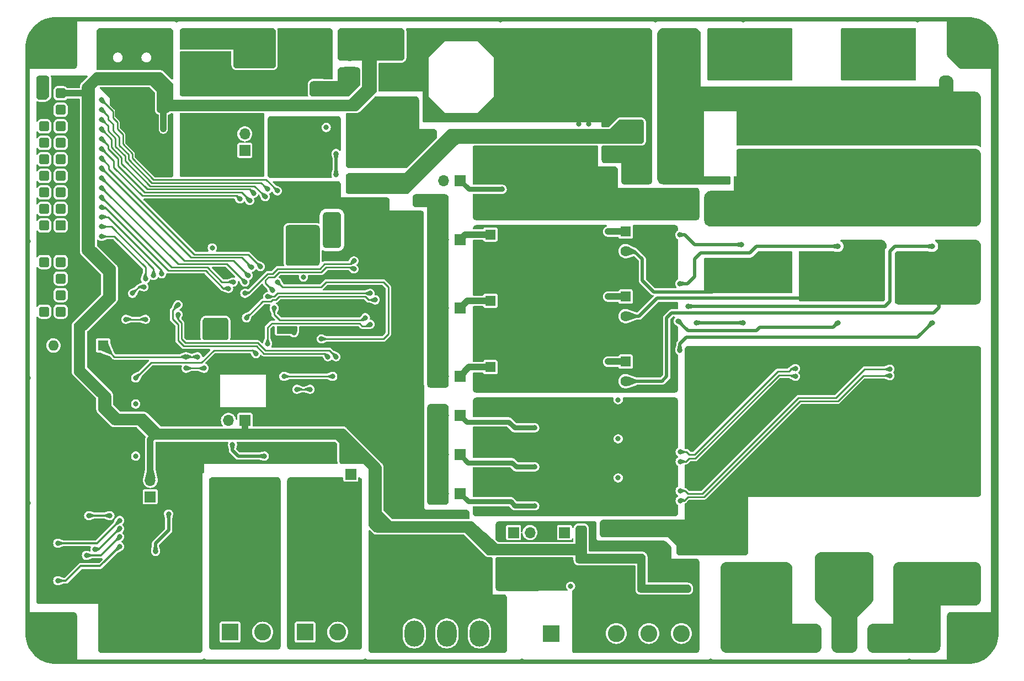
<source format=gbr>
%TF.GenerationSoftware,KiCad,Pcbnew,8.0.4*%
%TF.CreationDate,2024-09-01T17:29:21+03:00*%
%TF.ProjectId,STM32_Motor_Kit_v0.1,53544d33-325f-44d6-9f74-6f725f4b6974,rev?*%
%TF.SameCoordinates,Original*%
%TF.FileFunction,Copper,L4,Bot*%
%TF.FilePolarity,Positive*%
%FSLAX45Y45*%
G04 Gerber Fmt 4.5, Leading zero omitted, Abs format (unit mm)*
G04 Created by KiCad (PCBNEW 8.0.4) date 2024-09-01 17:29:21*
%MOMM*%
%LPD*%
G01*
G04 APERTURE LIST*
G04 Aperture macros list*
%AMRoundRect*
0 Rectangle with rounded corners*
0 $1 Rounding radius*
0 $2 $3 $4 $5 $6 $7 $8 $9 X,Y pos of 4 corners*
0 Add a 4 corners polygon primitive as box body*
4,1,4,$2,$3,$4,$5,$6,$7,$8,$9,$2,$3,0*
0 Add four circle primitives for the rounded corners*
1,1,$1+$1,$2,$3*
1,1,$1+$1,$4,$5*
1,1,$1+$1,$6,$7*
1,1,$1+$1,$8,$9*
0 Add four rect primitives between the rounded corners*
20,1,$1+$1,$2,$3,$4,$5,0*
20,1,$1+$1,$4,$5,$6,$7,0*
20,1,$1+$1,$6,$7,$8,$9,0*
20,1,$1+$1,$8,$9,$2,$3,0*%
%AMFreePoly0*
4,1,25,-0.800000,0.400000,-0.780423,0.523607,-0.723607,0.635114,-0.635114,0.723607,-0.523607,0.780423,-0.400000,0.800000,0.400000,0.800000,0.523607,0.780423,0.635114,0.723607,0.723607,0.635114,0.780423,0.523607,0.800000,0.400000,0.800000,-0.400000,0.780423,-0.523607,0.723607,-0.635114,0.635114,-0.723607,0.523607,-0.780423,0.400000,-0.800000,-0.400000,-0.800000,-0.523607,-0.780423,
-0.635114,-0.723607,-0.723607,-0.635114,-0.780423,-0.523607,-0.800000,-0.400000,-0.800000,0.400000,-0.800000,0.400000,$1*%
G04 Aperture macros list end*
%TA.AperFunction,ComponentPad*%
%ADD10R,1.700000X1.700000*%
%TD*%
%TA.AperFunction,ComponentPad*%
%ADD11O,1.700000X1.700000*%
%TD*%
%TA.AperFunction,ComponentPad*%
%ADD12R,1.600000X1.600000*%
%TD*%
%TA.AperFunction,ComponentPad*%
%ADD13C,1.600000*%
%TD*%
%TA.AperFunction,ComponentPad*%
%ADD14RoundRect,0.400000X0.400000X0.400000X-0.400000X0.400000X-0.400000X-0.400000X0.400000X-0.400000X0*%
%TD*%
%TA.AperFunction,ComponentPad*%
%ADD15C,0.800000*%
%TD*%
%TA.AperFunction,ComponentPad*%
%ADD16C,5.600000*%
%TD*%
%TA.AperFunction,ComponentPad*%
%ADD17R,2.000000X2.000000*%
%TD*%
%TA.AperFunction,ComponentPad*%
%ADD18C,2.000000*%
%TD*%
%TA.AperFunction,ComponentPad*%
%ADD19O,1.600000X1.600000*%
%TD*%
%TA.AperFunction,ComponentPad*%
%ADD20R,2.600000X2.600000*%
%TD*%
%TA.AperFunction,ComponentPad*%
%ADD21C,2.600000*%
%TD*%
%TA.AperFunction,ComponentPad*%
%ADD22O,2.500000X4.000000*%
%TD*%
%TA.AperFunction,ComponentPad*%
%ADD23FreePoly0,180.000000*%
%TD*%
%TA.AperFunction,ComponentPad*%
%ADD24O,3.000000X4.000000*%
%TD*%
%TA.AperFunction,ViaPad*%
%ADD25C,0.800000*%
%TD*%
%TA.AperFunction,Conductor*%
%ADD26C,0.250000*%
%TD*%
%TA.AperFunction,Conductor*%
%ADD27C,1.000000*%
%TD*%
%TA.AperFunction,Conductor*%
%ADD28C,0.500000*%
%TD*%
%TA.AperFunction,Conductor*%
%ADD29C,0.800000*%
%TD*%
%TA.AperFunction,Conductor*%
%ADD30C,0.300000*%
%TD*%
G04 APERTURE END LIST*
D10*
%TO.P,JP13,1,A*%
%TO.N,Net-(JP13-A)*%
X10025000Y-12052500D03*
D11*
%TO.P,JP13,2,B*%
%TO.N,+5V*%
X10025000Y-11798500D03*
%TD*%
D12*
%TO.P,C57,1*%
%TO.N,Net-(U9-VB)*%
X14245000Y-10325000D03*
D13*
%TO.P,C57,2*%
%TO.N,/Motor_Control/W_Phase_COM*%
X14245000Y-10625000D03*
%TD*%
D10*
%TO.P,JP4,1,A*%
%TO.N,+5V*%
X8402500Y-11225000D03*
D11*
%TO.P,JP4,2,B*%
%TO.N,Net-(JP4-B)*%
X8148500Y-11225000D03*
%TD*%
D12*
%TO.P,C43,1*%
%TO.N,Net-(JP6-A)*%
X12170000Y-8369489D03*
D13*
%TO.P,C43,2*%
%TO.N,GND*%
X12170000Y-8619489D03*
%TD*%
D14*
%TO.P,J2,1,Pin_1*%
%TO.N,/SWCLK*%
X5573500Y-9555000D03*
%TO.P,J2,2,Pin_2*%
%TO.N,/RST*%
X5319500Y-9555000D03*
%TO.P,J2,3,Pin_3*%
%TO.N,/SWDIO*%
X5573500Y-9301000D03*
%TO.P,J2,4,Pin_4*%
%TO.N,GND*%
X5319500Y-9301000D03*
%TO.P,J2,5,Pin_5*%
%TO.N,Net-(J2-Pin_5)*%
X5573500Y-9047000D03*
%TO.P,J2,6,Pin_6*%
%TO.N,GND*%
X5319500Y-9047000D03*
%TO.P,J2,7,Pin_7*%
%TO.N,Net-(J2-Pin_7)*%
X5573500Y-8793000D03*
%TO.P,J2,8,Pin_8*%
%TO.N,Net-(J2-Pin_8)*%
X5319500Y-8793000D03*
%TD*%
D15*
%TO.P,H2,1,1*%
%TO.N,Chassis*%
X19280000Y-5500000D03*
X19350000Y-5350000D03*
X19350000Y-5650000D03*
X19500000Y-5280000D03*
D16*
X19500000Y-5500000D03*
D15*
X19500000Y-5720000D03*
X19650000Y-5350000D03*
X19650000Y-5650000D03*
X19720000Y-5500000D03*
%TD*%
D10*
%TO.P,JP10,1,A*%
%TO.N,Net-(JP10-A)*%
X11702500Y-12350000D03*
D11*
%TO.P,JP10,2,B*%
%TO.N,+3.3V*%
X11448500Y-12350000D03*
%TD*%
D17*
%TO.P,C19,1*%
%TO.N,+24V*%
X14425000Y-6738232D03*
D18*
%TO.P,C19,2*%
%TO.N,GND*%
X14425000Y-7238232D03*
%TD*%
D10*
%TO.P,JP6,1,A*%
%TO.N,Net-(JP6-A)*%
X11702500Y-8450000D03*
D11*
%TO.P,JP6,2,B*%
%TO.N,+15V*%
X11448500Y-8450000D03*
%TD*%
D12*
%TO.P,C45,1*%
%TO.N,Net-(JP5-A)*%
X12170000Y-10409489D03*
D13*
%TO.P,C45,2*%
%TO.N,GND*%
X12170000Y-10659489D03*
%TD*%
D12*
%TO.P,SW1,1*%
%TO.N,/MCU_CAN_RX*%
X6225000Y-10075000D03*
D19*
%TO.P,SW1,2*%
%TO.N,+3.3V_MCU*%
X5463000Y-10075000D03*
%TD*%
D17*
%TO.P,C58,1*%
%TO.N,Vbus*%
X18075000Y-7211768D03*
D18*
%TO.P,C58,2*%
%TO.N,GND*%
X18075000Y-6711768D03*
%TD*%
D12*
%TO.P,C53,1*%
%TO.N,Net-(U7-VB)*%
X14245000Y-8325000D03*
D13*
%TO.P,C53,2*%
%TO.N,/Motor_Control/U_Phase_COM*%
X14245000Y-8625000D03*
%TD*%
D10*
%TO.P,JP12,1,A*%
%TO.N,Net-(JP12-A)*%
X13307500Y-12950000D03*
D11*
%TO.P,JP12,2,B*%
%TO.N,+5V*%
X13561500Y-12950000D03*
%TD*%
D17*
%TO.P,C59,1*%
%TO.N,Vbus*%
X19175000Y-7211768D03*
D18*
%TO.P,C59,2*%
%TO.N,GND*%
X19175000Y-6711768D03*
%TD*%
D15*
%TO.P,H4,1,1*%
%TO.N,Chassis*%
X19280000Y-14500000D03*
X19350000Y-14350000D03*
X19350000Y-14650000D03*
X19500000Y-14280000D03*
D16*
X19500000Y-14500000D03*
D15*
X19500000Y-14720000D03*
X19650000Y-14350000D03*
X19650000Y-14650000D03*
X19720000Y-14500000D03*
%TD*%
D12*
%TO.P,C31,1*%
%TO.N,+5V*%
X10640000Y-5459735D03*
D13*
%TO.P,C31,2*%
%TO.N,GND*%
X10640000Y-5959735D03*
%TD*%
D20*
%TO.P,J3,1,Pin_1*%
%TO.N,/CanBus_Communication/CAN_L*%
X8175000Y-14480500D03*
D21*
%TO.P,J3,2,Pin_2*%
%TO.N,/CanBus_Communication/CAN_H*%
X8675000Y-14480500D03*
%TD*%
D10*
%TO.P,JP7,1,A*%
%TO.N,Net-(JP7-A)*%
X11705000Y-9500000D03*
D11*
%TO.P,JP7,2,B*%
%TO.N,+15V*%
X11451000Y-9500000D03*
%TD*%
D20*
%TO.P,J5,1,Pin_1*%
%TO.N,GND(SHIELD)*%
X13100000Y-14500000D03*
D21*
%TO.P,J5,2,Pin_2*%
%TO.N,GND*%
X13600000Y-14500000D03*
%TO.P,J5,3,Pin_3*%
%TO.N,Net-(J5-Pin_3)*%
X14100000Y-14500000D03*
%TO.P,J5,4,Pin_4*%
%TO.N,Net-(J5-Pin_4)*%
X14600000Y-14500000D03*
%TO.P,J5,5,Pin_5*%
%TO.N,Net-(J5-Pin_5)*%
X15100000Y-14500000D03*
%TD*%
D22*
%TO.P,F1,1*%
%TO.N,Net-(J1-Pin_1)*%
X16613000Y-5600000D03*
%TO.P,F1,2*%
%TO.N,Vbus*%
X18137000Y-5600000D03*
%TD*%
D20*
%TO.P,J1,1,Pin_1*%
%TO.N,Net-(J1-Pin_1)*%
X15675000Y-5519500D03*
D21*
%TO.P,J1,2,Pin_2*%
%TO.N,GND*%
X15175000Y-5519500D03*
%TD*%
D10*
%TO.P,JP15,1,A*%
%TO.N,Net-(JP15-A)*%
X8400000Y-7077500D03*
D11*
%TO.P,JP15,2,B*%
%TO.N,+3.3V*%
X8400000Y-6823500D03*
%TD*%
D20*
%TO.P,J4,1,Pin_1*%
%TO.N,/Motor_Control/U_Phase_COM*%
X17100000Y-14500000D03*
D21*
%TO.P,J4,2,Pin_2*%
%TO.N,/Motor_Control/V_Phase_COM*%
X17600000Y-14500000D03*
%TO.P,J4,3,Pin_3*%
%TO.N,/Motor_Control/W_Phase_COM*%
X18100000Y-14500000D03*
%TD*%
D12*
%TO.P,C44,1*%
%TO.N,Net-(JP7-A)*%
X12170000Y-9389489D03*
D13*
%TO.P,C44,2*%
%TO.N,GND*%
X12170000Y-9639489D03*
%TD*%
D10*
%TO.P,JP3,1,A*%
%TO.N,Net-(JP3-A)*%
X11702500Y-7540000D03*
D11*
%TO.P,JP3,2,B*%
%TO.N,+3.3V*%
X11448500Y-7540000D03*
%TD*%
D15*
%TO.P,H3,1,1*%
%TO.N,Chassis*%
X5280000Y-14500000D03*
X5350000Y-14350000D03*
X5350000Y-14650000D03*
X5500000Y-14280000D03*
D16*
X5500000Y-14500000D03*
D15*
X5500000Y-14720000D03*
X5650000Y-14350000D03*
X5650000Y-14650000D03*
X5720000Y-14500000D03*
%TD*%
D10*
%TO.P,JP9,1,A*%
%TO.N,Net-(JP9-A)*%
X11702500Y-11750000D03*
D11*
%TO.P,JP9,2,B*%
%TO.N,+3.3V*%
X11448500Y-11750000D03*
%TD*%
D23*
%TO.P,J6,1,Pin_1*%
%TO.N,/PC12*%
X5575000Y-8233000D03*
D14*
%TO.P,J6,2,Pin_2*%
%TO.N,/PC11*%
X5321000Y-8233000D03*
%TO.P,J6,3,Pin_3*%
%TO.N,/PC10*%
X5575000Y-7979000D03*
%TO.P,J6,4,Pin_4*%
%TO.N,/PC14*%
X5321000Y-7979000D03*
%TO.P,J6,5,Pin_5*%
%TO.N,/PC15*%
X5575000Y-7725000D03*
%TO.P,J6,6,Pin_6*%
%TO.N,/PA0*%
X5321000Y-7725000D03*
%TO.P,J6,7,Pin_7*%
%TO.N,/PA1*%
X5575000Y-7471000D03*
%TO.P,J6,8,Pin_8*%
%TO.N,/PA4*%
X5321000Y-7471000D03*
%TO.P,J6,9,Pin_9*%
%TO.N,/PA5*%
X5575000Y-7217000D03*
%TO.P,J6,10,Pin_10*%
%TO.N,/PC6*%
X5321000Y-7217000D03*
%TO.P,J6,11,Pin_11*%
%TO.N,/PB15*%
X5575000Y-6963000D03*
%TO.P,J6,12,Pin_12*%
%TO.N,/PB14*%
X5321000Y-6963000D03*
%TO.P,J6,13,Pin_13*%
%TO.N,/PB13*%
X5575000Y-6709000D03*
%TO.P,J6,14,Pin_14*%
%TO.N,/PB12*%
X5321000Y-6709000D03*
%TO.P,J6,15,Pin_15*%
%TO.N,/PB11*%
X5575000Y-6455000D03*
%TO.P,J6,16,Pin_16*%
%TO.N,GND*%
X5321000Y-6455000D03*
%TO.P,J6,17,Pin_17*%
%TO.N,+5V*%
X5575000Y-6201000D03*
%TO.P,J6,18,Pin_18*%
%TO.N,+3.3V*%
X5321000Y-6201000D03*
%TD*%
D15*
%TO.P,H1,1,1*%
%TO.N,Chassis*%
X5280000Y-5500000D03*
X5350000Y-5350000D03*
X5350000Y-5650000D03*
X5500000Y-5280000D03*
D16*
X5500000Y-5500000D03*
D15*
X5500000Y-5720000D03*
X5650000Y-5350000D03*
X5650000Y-5650000D03*
X5720000Y-5500000D03*
%TD*%
D10*
%TO.P,JP2,1,A*%
%TO.N,Net-(JP2-A)*%
X10010000Y-5877500D03*
D11*
%TO.P,JP2,2,B*%
%TO.N,+5V*%
X10010000Y-5623500D03*
%TD*%
D24*
%TO.P,RV1,1,1*%
%TO.N,+3.3V*%
X11000000Y-14500000D03*
%TO.P,RV1,2,2*%
%TO.N,Net-(D37-Pad1)*%
X11500000Y-14500000D03*
%TO.P,RV1,3,3*%
%TO.N,Net-(R88-Pad2)*%
X12000000Y-14500000D03*
%TD*%
D17*
%TO.P,C103,1*%
%TO.N,Vbus*%
X16980000Y-7211768D03*
D18*
%TO.P,C103,2*%
%TO.N,GND*%
X16980000Y-6711768D03*
%TD*%
D10*
%TO.P,JP1,1,A*%
%TO.N,+3.3V*%
X9702500Y-8400000D03*
D11*
%TO.P,JP1,2,B*%
%TO.N,+3.3V_MCU*%
X9448500Y-8400000D03*
%TD*%
D10*
%TO.P,JP5,1,A*%
%TO.N,Net-(JP5-A)*%
X11702500Y-10550000D03*
D11*
%TO.P,JP5,2,B*%
%TO.N,+15V*%
X11448500Y-10550000D03*
%TD*%
D10*
%TO.P,JP14,1,A*%
%TO.N,Net-(JP14-A)*%
X6950000Y-12400000D03*
D11*
%TO.P,JP14,2,B*%
%TO.N,+5V*%
X6950000Y-12146000D03*
%TD*%
D20*
%TO.P,J7,1,Pin_1*%
%TO.N,/RS485_Communication/RS485_0_P*%
X9325000Y-14480500D03*
D21*
%TO.P,J7,2,Pin_2*%
%TO.N,/RS485_Communication/RS485_0_N*%
X9825000Y-14480500D03*
%TD*%
D10*
%TO.P,JP8,1,A*%
%TO.N,Net-(JP8-A)*%
X11702500Y-11150000D03*
D11*
%TO.P,JP8,2,B*%
%TO.N,+3.3V*%
X11448500Y-11150000D03*
%TD*%
D12*
%TO.P,C11,1*%
%TO.N,Net-(JP2-A)*%
X9520000Y-6090511D03*
D13*
%TO.P,C11,2*%
%TO.N,GND*%
X9520000Y-5840511D03*
%TD*%
D10*
%TO.P,JP11,1,A*%
%TO.N,Net-(JP11-A)*%
X12522500Y-12950000D03*
D11*
%TO.P,JP11,2,B*%
%TO.N,+3.3V*%
X12776500Y-12950000D03*
%TD*%
D12*
%TO.P,C55,1*%
%TO.N,Net-(U8-VB)*%
X14245000Y-9325000D03*
D13*
%TO.P,C55,2*%
%TO.N,/Motor_Control/V_Phase_COM*%
X14245000Y-9625000D03*
%TD*%
D25*
%TO.N,GND*%
X9770000Y-11605000D03*
X8125000Y-8995000D03*
%TO.N,+3.3V_MCU*%
X8990000Y-9825000D03*
%TO.N,GND*%
X9288611Y-9592990D03*
X6875000Y-13050000D03*
X6875000Y-12900000D03*
%TO.N,Chassis*%
X18600000Y-14925000D03*
X15550000Y-14925000D03*
X19900000Y-13400000D03*
X19900000Y-11775000D03*
X19900000Y-10150000D03*
X19900000Y-8850000D03*
X19900000Y-7575000D03*
X19900000Y-6250000D03*
X18725000Y-5075000D03*
X16050000Y-5075000D03*
X14700000Y-5075000D03*
X12325000Y-5075000D03*
X7350000Y-5075000D03*
X5075000Y-8475000D03*
X5075000Y-10575000D03*
X5075000Y-12500000D03*
X7775000Y-14925000D03*
X10250000Y-14925000D03*
X12650000Y-14925000D03*
%TO.N,+3.3V*%
X14130000Y-10910000D03*
X7550000Y-5375000D03*
X11250000Y-11075000D03*
X11250000Y-11825000D03*
X8750000Y-5750000D03*
X11250000Y-11675000D03*
X5350000Y-5975000D03*
X8300000Y-5575000D03*
X9650000Y-6725000D03*
X9825000Y-8525000D03*
X8250000Y-5425000D03*
X7625000Y-5275000D03*
X7925000Y-5275000D03*
X11250000Y-11225000D03*
X7850000Y-5375000D03*
X8225000Y-5275000D03*
X8825000Y-5275000D03*
X9650000Y-8525000D03*
X13400000Y-13775000D03*
X8750000Y-5575000D03*
X8800000Y-5425000D03*
X7700000Y-5375000D03*
X8525000Y-5575000D03*
X5250000Y-6050000D03*
X7775000Y-5275000D03*
X11250000Y-12425000D03*
X9650000Y-8225000D03*
X8525000Y-5750000D03*
X9825000Y-8225000D03*
X7475000Y-5275000D03*
X8300000Y-5750000D03*
X14130000Y-12110000D03*
X14130000Y-11510000D03*
X9825000Y-8075000D03*
X9650000Y-8075000D03*
X11250000Y-12275000D03*
%TO.N,GND*%
X13800000Y-10000000D03*
X12025000Y-9025000D03*
X14575000Y-5500000D03*
X15200000Y-13975000D03*
X14625000Y-7950000D03*
X14800000Y-6100000D03*
X6475000Y-8650000D03*
X14725000Y-12975000D03*
X8000000Y-10375000D03*
X13975000Y-5350000D03*
X6975000Y-9600000D03*
X13675000Y-7625000D03*
X14925000Y-12075000D03*
X10439079Y-11452167D03*
X5400000Y-9775000D03*
X6555000Y-13640000D03*
X10525000Y-11050000D03*
X9200000Y-5675000D03*
X8750000Y-10375000D03*
X16750000Y-6950000D03*
X15075000Y-13125000D03*
X10250000Y-11275000D03*
X16275000Y-6350000D03*
X6700000Y-14350000D03*
X5725000Y-10800000D03*
X8950000Y-11825000D03*
X9650000Y-7700000D03*
X10575000Y-7975000D03*
X15025000Y-7950000D03*
X10800000Y-6300000D03*
X8800000Y-6600000D03*
X14300000Y-12650000D03*
X6350000Y-6175000D03*
X9650000Y-5675000D03*
X15100000Y-6100000D03*
X15325000Y-12200000D03*
X14725000Y-10925000D03*
X8975000Y-5800000D03*
X10275000Y-6550000D03*
X14300000Y-12825000D03*
X11675000Y-13125000D03*
X12425000Y-5300000D03*
X13675000Y-6375000D03*
X9350000Y-5675000D03*
X5500000Y-5975000D03*
X9989780Y-9186960D03*
X16600000Y-6800000D03*
X7050000Y-7350000D03*
X12025000Y-7250000D03*
X12250000Y-9025000D03*
X12125000Y-13925000D03*
X6537598Y-9817182D03*
X16600000Y-6650000D03*
X10125000Y-6850000D03*
X14800000Y-5350000D03*
X10100000Y-12500000D03*
X6900000Y-5375000D03*
X10975000Y-13125000D03*
X7400000Y-12300000D03*
X8000000Y-14000000D03*
X15250000Y-6100000D03*
X14725000Y-11475000D03*
X8700000Y-12800000D03*
X7511407Y-11100485D03*
X15200000Y-12825000D03*
X16275000Y-6200000D03*
X8700000Y-14000000D03*
X15200000Y-11300000D03*
X10650000Y-10500000D03*
X8312082Y-9422195D03*
X6975000Y-9450000D03*
X8900000Y-13100000D03*
X14800000Y-5950000D03*
X14525000Y-11475000D03*
X6675000Y-5375000D03*
X12450000Y-8500000D03*
X9050000Y-5675000D03*
X7725000Y-11900000D03*
X14925000Y-12975000D03*
X13200000Y-11950000D03*
X13800000Y-9000000D03*
X19450000Y-6800000D03*
X12875000Y-5250000D03*
X15200000Y-12200000D03*
X12000000Y-10950000D03*
X13925000Y-12825000D03*
X12250000Y-10050000D03*
X10200000Y-8400000D03*
X13125000Y-5250000D03*
X10125000Y-7000000D03*
X12560000Y-10760000D03*
X11850000Y-13925000D03*
X14500000Y-12975000D03*
X12450000Y-12275000D03*
X9900000Y-13700000D03*
X14650000Y-14150000D03*
X15750000Y-6350000D03*
X7400000Y-12700000D03*
X11000000Y-11200000D03*
X14800000Y-6250000D03*
X7075000Y-9900000D03*
X7600000Y-6075000D03*
X12650000Y-13675000D03*
X16450000Y-6800000D03*
X8800000Y-7450000D03*
X12675000Y-7250000D03*
X9650000Y-7925000D03*
X13675000Y-6525000D03*
X7050000Y-10550000D03*
X8875000Y-7325000D03*
X13375000Y-5400000D03*
X6575000Y-10975000D03*
X15325000Y-11450000D03*
X6905000Y-13765000D03*
X14725000Y-12825000D03*
X8950000Y-11625000D03*
X19600000Y-11675000D03*
X15200000Y-12075000D03*
X7250000Y-7350000D03*
X13250000Y-9725000D03*
X14800000Y-5500000D03*
X5700000Y-6325000D03*
X5725000Y-11600000D03*
X13200000Y-12150000D03*
X12625000Y-5250000D03*
X9275000Y-5800000D03*
X15925000Y-6200000D03*
X10650000Y-10200000D03*
X14600000Y-9825000D03*
X9925000Y-9825000D03*
X9100000Y-12800000D03*
X19600000Y-6500000D03*
X9900000Y-12500000D03*
X13975000Y-9000000D03*
X11075000Y-8925000D03*
X7100000Y-11850000D03*
X15000000Y-10475000D03*
X16750000Y-6500000D03*
X7963430Y-12827951D03*
X9650000Y-10400000D03*
X10975000Y-13925000D03*
X10090664Y-11100884D03*
X16900000Y-6500000D03*
X9900000Y-12800000D03*
X13825000Y-8050000D03*
X5400000Y-11600000D03*
X14500000Y-12650000D03*
X8900000Y-14000000D03*
X7500000Y-7400000D03*
X13675000Y-7350000D03*
X15325000Y-12075000D03*
X14800000Y-5800000D03*
X13975000Y-5500000D03*
X7500000Y-8075000D03*
X8125000Y-6200000D03*
X16100000Y-6200000D03*
X13700000Y-13975000D03*
X12225000Y-7250000D03*
X11100000Y-9700000D03*
X15325000Y-11600000D03*
X12350000Y-8625000D03*
X19600000Y-6950000D03*
X15925000Y-6350000D03*
X7050000Y-7175000D03*
X8975000Y-5550000D03*
X14725000Y-12075000D03*
X16600000Y-6500000D03*
X11200000Y-13450000D03*
X7750000Y-6075000D03*
X10100000Y-13400000D03*
X8250000Y-7925000D03*
X6600000Y-10400000D03*
X14000000Y-12000000D03*
X16750000Y-6650000D03*
X10700000Y-13450000D03*
X5650000Y-5975000D03*
X14825000Y-7725000D03*
X15200000Y-12975000D03*
X13125000Y-5400000D03*
X14950000Y-5500000D03*
X8900000Y-13700000D03*
X19150000Y-6500000D03*
X7250000Y-6975000D03*
X6325000Y-9825000D03*
X15225000Y-7950000D03*
X9525000Y-10900000D03*
X15575000Y-6350000D03*
X12225000Y-7075000D03*
X8338500Y-11600000D03*
X8900000Y-13400000D03*
X7825000Y-6200000D03*
X9150000Y-7700000D03*
X19450000Y-6650000D03*
X15200000Y-12600000D03*
X19600000Y-6800000D03*
X19300000Y-6950000D03*
X15325000Y-12600000D03*
X9838835Y-10701215D03*
X10700000Y-14750000D03*
X7675000Y-6200000D03*
X14925000Y-12825000D03*
X5795000Y-8700000D03*
X8050000Y-6075000D03*
X13050000Y-13425000D03*
X15025000Y-7725000D03*
X10100000Y-13700000D03*
X7300000Y-14650000D03*
X6575000Y-11775000D03*
X10950000Y-6300000D03*
X19600000Y-6350000D03*
X5600000Y-10375000D03*
X13250000Y-5325000D03*
X12675000Y-7075000D03*
X13200000Y-7625000D03*
X6500000Y-14000000D03*
X7500000Y-7000000D03*
X14700000Y-13325000D03*
X5400000Y-10375000D03*
X10425000Y-13675000D03*
X12725000Y-9025000D03*
X15025000Y-14150000D03*
X10100000Y-13100000D03*
X11000000Y-11750000D03*
X9900000Y-13100000D03*
X12850000Y-10755000D03*
X12875000Y-5400000D03*
X7950000Y-11650000D03*
X8000000Y-13800000D03*
X13250000Y-10550000D03*
X7525000Y-6200000D03*
X9475000Y-9875000D03*
X9775000Y-9000000D03*
X14150000Y-10000000D03*
X19600000Y-6650000D03*
X8900000Y-10675000D03*
X15075000Y-12975000D03*
X8875000Y-12175000D03*
X17050000Y-6500000D03*
X9100000Y-12200000D03*
X16450000Y-6650000D03*
X12450000Y-10500000D03*
X19600000Y-11975000D03*
X13675000Y-7150000D03*
X7325000Y-10150000D03*
X14700000Y-10750000D03*
X7850000Y-11100000D03*
X16450000Y-6500000D03*
X14950000Y-5800000D03*
X15325000Y-13625000D03*
X9400000Y-7700000D03*
X7950000Y-12175000D03*
X9150000Y-10450000D03*
X12450000Y-7250000D03*
X8000000Y-13400000D03*
X13250000Y-8725000D03*
X6710000Y-6185000D03*
X13700000Y-14125000D03*
X10409670Y-9870953D03*
X8700000Y-13100000D03*
X8650000Y-7225000D03*
X7650000Y-8500000D03*
X14500000Y-12825000D03*
X12475000Y-10050000D03*
X12000000Y-11550000D03*
X10425000Y-13925000D03*
X8250000Y-10250000D03*
X15200000Y-11600000D03*
X12450000Y-12025000D03*
X6150000Y-9825000D03*
X13000000Y-5475000D03*
X8900000Y-11200000D03*
X6225000Y-10375000D03*
X7975000Y-5950000D03*
X14525000Y-12075000D03*
X10125000Y-6700000D03*
X15000000Y-10750000D03*
X10275000Y-6700000D03*
X8900000Y-12500000D03*
X13200000Y-11325000D03*
X7000000Y-14650000D03*
X14925000Y-10925000D03*
X13675000Y-6675000D03*
X14575000Y-5650000D03*
X10975000Y-13450000D03*
X10950000Y-10500000D03*
X15750000Y-6200000D03*
X8700000Y-13400000D03*
X12450000Y-7075000D03*
X15100000Y-5950000D03*
X13000000Y-5325000D03*
X13050000Y-13575000D03*
X17200000Y-6950000D03*
X12450000Y-11425000D03*
X7250000Y-12050000D03*
X12750000Y-5475000D03*
X8650000Y-7025000D03*
X10950000Y-9150000D03*
X13125000Y-5550000D03*
X10150000Y-9550000D03*
X12725000Y-10050000D03*
X14075000Y-7675000D03*
X10700000Y-14475000D03*
X15425000Y-6250000D03*
X6700000Y-14650000D03*
X15575000Y-6200000D03*
X11850000Y-13675000D03*
X14325000Y-10000000D03*
X7500000Y-6600000D03*
X19600000Y-12275000D03*
X14150000Y-9000000D03*
X7250000Y-7175000D03*
X10200000Y-7975000D03*
X7450000Y-6075000D03*
X9650000Y-10700000D03*
X14800000Y-5650000D03*
X7500000Y-7200000D03*
X13125000Y-5700000D03*
X14925000Y-11475000D03*
X13375000Y-5250000D03*
X14275000Y-5350000D03*
X19450000Y-6950000D03*
X12450000Y-11075000D03*
X7600000Y-14650000D03*
X14100000Y-12650000D03*
X11075000Y-8675000D03*
X15325000Y-11950000D03*
X10600000Y-9000000D03*
X8875000Y-6925000D03*
X11850000Y-14200000D03*
X7675000Y-5950000D03*
X7500000Y-6800000D03*
X10675000Y-11200000D03*
X14275000Y-8050000D03*
X16450000Y-6950000D03*
X9150000Y-7925000D03*
X14475000Y-13975000D03*
X13650000Y-11550000D03*
X5400000Y-10800000D03*
X8975000Y-9975000D03*
X16900000Y-6950000D03*
X10575000Y-13050000D03*
X11100000Y-10950000D03*
X12450000Y-12625000D03*
X16450000Y-6350000D03*
X14925000Y-12650000D03*
X6975000Y-9750000D03*
X10975000Y-13675000D03*
X5600000Y-10200000D03*
X8875000Y-7125000D03*
X10950000Y-6425000D03*
X15325000Y-13475000D03*
X12750000Y-5325000D03*
X19600000Y-12125000D03*
X13200000Y-10950000D03*
X13525000Y-6675000D03*
X8650000Y-6825000D03*
X6375000Y-14500000D03*
X8700000Y-11200000D03*
X12025000Y-7425000D03*
X8500000Y-14000000D03*
X16750000Y-6800000D03*
X12325000Y-8025000D03*
X7300000Y-14350000D03*
X16100000Y-6350000D03*
X16600000Y-6950000D03*
X6450000Y-5375000D03*
X17050000Y-6950000D03*
X9150000Y-10950000D03*
X9725000Y-6600000D03*
X8900000Y-12800000D03*
X14100000Y-12825000D03*
X8600000Y-7350000D03*
X7900000Y-7025000D03*
X7850000Y-10850000D03*
X5600000Y-9925000D03*
X10650000Y-6300000D03*
X15075000Y-12825000D03*
X9125000Y-5800000D03*
X6000000Y-11000000D03*
X10425000Y-13450000D03*
X8125000Y-5950000D03*
X7100000Y-7900000D03*
X8150000Y-8475000D03*
X8275000Y-6200000D03*
X13650000Y-12150000D03*
X10350000Y-6425000D03*
X8900000Y-10950000D03*
X10275000Y-6850000D03*
X12025000Y-7075000D03*
X15250000Y-6250000D03*
X10125000Y-6550000D03*
X10275000Y-7000000D03*
X12025000Y-12658284D03*
X14950000Y-5650000D03*
X7050000Y-6975000D03*
X7775000Y-10175000D03*
X13525000Y-13825000D03*
X6475000Y-6325000D03*
X13250000Y-8550000D03*
X13525000Y-13675000D03*
X5850000Y-8925000D03*
X14650000Y-13975000D03*
X5850000Y-9375000D03*
X12350000Y-13675000D03*
X9850000Y-10100000D03*
X14625000Y-7725000D03*
X9775000Y-9550000D03*
X9400000Y-7925000D03*
X8650000Y-6600000D03*
X9400000Y-8150000D03*
X10650000Y-6425000D03*
X15200000Y-11450000D03*
X11025000Y-6800000D03*
X8775000Y-8875000D03*
X11100000Y-9950000D03*
X19450000Y-6350000D03*
X7675000Y-9600000D03*
X12025000Y-10050000D03*
X12225000Y-7425000D03*
X17200000Y-6650000D03*
X7600000Y-14350000D03*
X7953751Y-12396733D03*
X12000000Y-12150000D03*
X12450000Y-9500000D03*
X15325000Y-12975000D03*
X19300000Y-6500000D03*
X13675000Y-6225000D03*
X15325000Y-13125000D03*
X11025000Y-6950000D03*
X12450000Y-7425000D03*
X14950000Y-6100000D03*
X7700000Y-6600000D03*
X10950000Y-10200000D03*
X14125000Y-5350000D03*
X6375000Y-14650000D03*
X15200000Y-11950000D03*
X13250000Y-9550000D03*
X10425000Y-14200000D03*
X13825000Y-13125000D03*
X14950000Y-6250000D03*
X12025000Y-8025000D03*
X14325000Y-9000000D03*
X13200000Y-11575000D03*
X7275000Y-9900000D03*
X14525000Y-10925000D03*
X9780178Y-9188268D03*
X12575000Y-8025000D03*
X13525000Y-14125000D03*
X9150000Y-8150000D03*
X12725000Y-8025000D03*
X8275000Y-13575000D03*
X19300000Y-6350000D03*
X15025000Y-13975000D03*
X12450000Y-11675000D03*
X7200000Y-10025000D03*
X7500000Y-7900000D03*
X9125000Y-5550000D03*
X12350000Y-10650000D03*
X9765000Y-11225000D03*
X14725000Y-12650000D03*
X10850000Y-11200000D03*
X10425000Y-14475000D03*
X13250000Y-5475000D03*
X9275000Y-5550000D03*
X13525000Y-13975000D03*
X7000000Y-14350000D03*
X13125000Y-5975000D03*
X9450000Y-6600000D03*
X13200000Y-7425000D03*
X9100000Y-13700000D03*
X15225000Y-7725000D03*
X9450000Y-7450000D03*
X5725000Y-11000000D03*
X13200000Y-12550000D03*
X10375000Y-10900000D03*
X6375000Y-14350000D03*
X19150000Y-6950000D03*
X7200000Y-5650000D03*
X11100000Y-10700000D03*
X12475000Y-9025000D03*
X12675000Y-7425000D03*
X8750000Y-11625000D03*
X15200000Y-14150000D03*
X6475000Y-6525000D03*
X15225000Y-10150000D03*
X7100000Y-11625000D03*
X13125000Y-5840000D03*
X15225000Y-10425000D03*
X12875000Y-7175000D03*
X10100000Y-12800000D03*
X6000000Y-11800000D03*
X6175000Y-5650000D03*
X16450000Y-6200000D03*
X14950000Y-5950000D03*
X10025000Y-9425000D03*
X6850000Y-7175000D03*
X10800000Y-6425000D03*
X7600000Y-14000000D03*
X7600000Y-11775000D03*
X13925000Y-12975000D03*
X7400000Y-14000000D03*
X15325000Y-11300000D03*
X6575000Y-6750000D03*
X14475000Y-14150000D03*
X8275000Y-12825000D03*
X7250000Y-12250000D03*
X13650000Y-10950000D03*
X13250000Y-10725000D03*
X7513063Y-10544241D03*
X7900000Y-6075000D03*
X13525000Y-6525000D03*
X8700000Y-12500000D03*
X10700000Y-13925000D03*
X17200000Y-6500000D03*
X5725000Y-11800000D03*
X13200000Y-7825000D03*
X9100000Y-13400000D03*
X8000000Y-13600000D03*
X7775000Y-7025000D03*
X13500000Y-5325000D03*
X10500000Y-6300000D03*
X9775000Y-8700000D03*
X6875000Y-6750000D03*
X14825000Y-7950000D03*
X14950000Y-5350000D03*
X14075000Y-7375000D03*
X12350000Y-9650000D03*
X11000000Y-12350000D03*
X7975000Y-6200000D03*
X6319890Y-8524191D03*
X10950000Y-9450000D03*
X10700000Y-13675000D03*
X14100000Y-12975000D03*
X17200000Y-6800000D03*
X14425000Y-5350000D03*
X15100000Y-6250000D03*
X12125000Y-14200000D03*
X6450000Y-10125000D03*
X10200000Y-8950000D03*
X15250000Y-5950000D03*
X15200000Y-13125000D03*
X14000000Y-11400000D03*
X13925000Y-12650000D03*
X16600000Y-6200000D03*
X13975000Y-10000000D03*
X14625000Y-9000000D03*
X9500000Y-5675000D03*
X8875000Y-6725000D03*
X11025000Y-7100000D03*
X10850000Y-11750000D03*
X14575000Y-5350000D03*
X7850000Y-10600000D03*
X10500000Y-6425000D03*
X19450000Y-6500000D03*
X7050000Y-10950000D03*
X11800000Y-13450000D03*
X16600000Y-6350000D03*
X13525000Y-13525000D03*
X9900000Y-13400000D03*
X15250000Y-5800000D03*
X10700000Y-14200000D03*
X15325000Y-12825000D03*
X9700000Y-5800000D03*
X15100000Y-5800000D03*
X14300000Y-12975000D03*
X10850000Y-12350000D03*
X10950000Y-8400000D03*
X9100000Y-12500000D03*
X9100000Y-13100000D03*
X6325000Y-9675000D03*
X8700000Y-13700000D03*
X12325000Y-7825000D03*
X14050000Y-8050000D03*
X13675000Y-7775000D03*
X10600000Y-8400000D03*
X19600000Y-11825000D03*
X9725000Y-6825000D03*
X10425000Y-14750000D03*
%TO.N,/RST*%
X8570033Y-10200000D03*
X6725000Y-10575000D03*
%TO.N,+5V*%
X10200000Y-5275000D03*
X10500000Y-5275000D03*
X7150000Y-6750000D03*
X14275000Y-13350000D03*
X10200000Y-5575000D03*
X10200000Y-5425000D03*
X10675000Y-5275000D03*
X10350000Y-5575000D03*
X10050000Y-5275000D03*
X9825000Y-6425000D03*
X14150000Y-13350000D03*
X14500000Y-13800000D03*
X10050000Y-5425000D03*
X10350000Y-5425000D03*
X10350000Y-5275000D03*
X9900000Y-5425000D03*
X6325000Y-8925000D03*
X14025000Y-13350000D03*
X9900000Y-5275000D03*
X10500000Y-5425000D03*
X15200000Y-13800000D03*
X10500000Y-5575000D03*
%TO.N,+3.3V_MCU*%
X9300000Y-9025000D03*
X9250000Y-8750000D03*
X9155000Y-9880000D03*
X7950000Y-9725000D03*
X9400000Y-8750000D03*
X9100000Y-8300000D03*
X9250000Y-8600000D03*
X6725000Y-11775000D03*
X7950000Y-9850000D03*
X9250000Y-8300000D03*
X9100000Y-8750000D03*
X7795000Y-9860000D03*
X9100000Y-8600000D03*
X6725000Y-10975000D03*
X9250000Y-8450000D03*
X7900000Y-8575000D03*
X9400000Y-8600000D03*
X9100000Y-8450000D03*
X8075000Y-9950000D03*
%TO.N,+24V*%
X14150000Y-6925000D03*
X14000000Y-6925000D03*
X14450000Y-6925000D03*
X10150000Y-7675000D03*
X13925000Y-6800000D03*
X10150000Y-7525000D03*
X10025000Y-7525000D03*
X10275000Y-7675000D03*
X10275000Y-7525000D03*
X10025000Y-7675000D03*
X14225000Y-6800000D03*
X14225000Y-6650000D03*
X14300000Y-6925000D03*
X14075000Y-6800000D03*
%TO.N,+15V*%
X9800000Y-7450000D03*
X11450000Y-8275000D03*
X11275000Y-10550000D03*
X11050000Y-7800000D03*
X9800000Y-7125000D03*
X11275000Y-9500000D03*
X11300000Y-7900000D03*
X11275000Y-10325000D03*
X11175000Y-7800000D03*
X11275000Y-8450000D03*
X11275000Y-9300000D03*
X11425000Y-7900000D03*
X11050000Y-7900000D03*
X11450000Y-10325000D03*
X11275000Y-8275000D03*
X11425000Y-7800000D03*
X11175000Y-7900000D03*
X11300000Y-7800000D03*
X11450000Y-9300000D03*
%TO.N,/ENC_CLK_A*%
X9675000Y-10250000D03*
X7375000Y-9450000D03*
%TO.N,/ENC_DATA_B*%
X7375000Y-9600000D03*
X9800000Y-10250000D03*
%TO.N,Net-(U9-VB)*%
X14100000Y-10325000D03*
X13975000Y-10325000D03*
%TO.N,/Motor_Control/U_Phase_COM*%
X16150000Y-8800000D03*
X16100000Y-14150000D03*
X16100000Y-13550000D03*
X16300000Y-14750000D03*
X16700000Y-14350000D03*
X16500000Y-14350000D03*
X16500000Y-14750000D03*
X16500000Y-13950000D03*
X16300000Y-13550000D03*
X16750000Y-8800000D03*
X16000000Y-9100000D03*
X15900000Y-14550000D03*
X15900000Y-14150000D03*
X16100000Y-14550000D03*
X16700000Y-14550000D03*
X16700000Y-14750000D03*
X16600000Y-8800000D03*
X15550000Y-8800000D03*
X16300000Y-13750000D03*
X16300000Y-14350000D03*
X16750000Y-8950000D03*
X15700000Y-8950000D03*
X16150000Y-9100000D03*
X16700000Y-14150000D03*
X16300000Y-14550000D03*
X15900000Y-13750000D03*
X16700000Y-13950000D03*
X15900000Y-13950000D03*
X16000000Y-8800000D03*
X16450000Y-8800000D03*
X16100000Y-13750000D03*
X15900000Y-14750000D03*
X16300000Y-14150000D03*
X15900000Y-14350000D03*
X16100000Y-13950000D03*
X15900000Y-13550000D03*
X15850000Y-8800000D03*
X15850000Y-8950000D03*
X16300000Y-13950000D03*
X16500000Y-14550000D03*
X15700000Y-8800000D03*
X16000000Y-8950000D03*
X16100000Y-14750000D03*
X16750000Y-9100000D03*
X16100000Y-14350000D03*
X16500000Y-14150000D03*
X15550000Y-8950000D03*
X16150000Y-8950000D03*
X16300000Y-8800000D03*
%TO.N,/Motor_Control/V_Phase_COM*%
X17825000Y-14000000D03*
X16950000Y-8950000D03*
X16950000Y-9100000D03*
X18150000Y-9250000D03*
X17675000Y-13850000D03*
X17550000Y-9250000D03*
X17375000Y-13850000D03*
X17675000Y-14000000D03*
X17550000Y-8950000D03*
X17400000Y-8950000D03*
X17700000Y-8800000D03*
X17975000Y-14000000D03*
X17225000Y-14000000D03*
X17575000Y-13500000D03*
X17550000Y-8800000D03*
X18150000Y-8950000D03*
X17225000Y-13850000D03*
X17250000Y-8800000D03*
X17700000Y-8950000D03*
X17525000Y-14150000D03*
X18150000Y-9100000D03*
X17550000Y-9100000D03*
X18000000Y-8800000D03*
X17975000Y-13850000D03*
X17850000Y-8800000D03*
X17375000Y-14000000D03*
X16950000Y-8800000D03*
X17825000Y-13850000D03*
X17525000Y-14000000D03*
X18150000Y-8800000D03*
X17400000Y-8800000D03*
X17575000Y-13650000D03*
X17525000Y-13850000D03*
X17100000Y-8800000D03*
X17825000Y-14150000D03*
X17250000Y-8950000D03*
X17675000Y-14150000D03*
X17100000Y-8950000D03*
X17375000Y-14150000D03*
%TO.N,Net-(JP2-A)*%
X9850000Y-6125000D03*
X10000000Y-6125000D03*
X9700000Y-6125000D03*
%TO.N,/Motor_Control/W_Phase_COM*%
X18450000Y-8950000D03*
X18700000Y-14750000D03*
X19300000Y-13550000D03*
X18600000Y-8800000D03*
X19500000Y-13550000D03*
X19100000Y-13950000D03*
X18900000Y-8800000D03*
X18700000Y-14350000D03*
X19350000Y-8800000D03*
X19300000Y-13950000D03*
X18750000Y-8800000D03*
X18700000Y-14550000D03*
X18600000Y-8950000D03*
X18450000Y-8800000D03*
X18500000Y-13950000D03*
X19300000Y-13750000D03*
X19050000Y-9100000D03*
X19200000Y-8800000D03*
X18500000Y-14750000D03*
X18900000Y-14150000D03*
X19050000Y-9400000D03*
X18900000Y-8950000D03*
X18900000Y-14550000D03*
X19100000Y-13550000D03*
X18700000Y-13950000D03*
X18500000Y-14150000D03*
X18900000Y-13750000D03*
X18500000Y-14550000D03*
X19650000Y-8800000D03*
X19050000Y-9250000D03*
X19500000Y-8800000D03*
X19650000Y-9400000D03*
X18700000Y-14150000D03*
X19050000Y-8950000D03*
X19500000Y-13950000D03*
X18900000Y-9100000D03*
X18900000Y-13950000D03*
X19500000Y-8950000D03*
X19200000Y-8950000D03*
X19650000Y-8950000D03*
X18500000Y-14350000D03*
X18900000Y-14350000D03*
X18900000Y-9400000D03*
X18900000Y-9250000D03*
X18900000Y-13550000D03*
X18750000Y-8950000D03*
X19650000Y-9250000D03*
X18900000Y-14750000D03*
X19100000Y-13750000D03*
X19650000Y-9100000D03*
X19050000Y-8800000D03*
%TO.N,Vbus*%
X19600000Y-7700000D03*
X16600000Y-8150000D03*
X19150000Y-7400000D03*
X16600000Y-7250000D03*
X17950000Y-8150000D03*
X17350000Y-7700000D03*
X16300000Y-7250000D03*
X18425000Y-5900000D03*
X17650000Y-7250000D03*
X17950000Y-7550000D03*
X17200000Y-7250000D03*
X18850000Y-7100000D03*
X18550000Y-7850000D03*
X18850000Y-7550000D03*
X17825000Y-5900000D03*
X18400000Y-7700000D03*
X17825000Y-5700000D03*
X18250000Y-8150000D03*
X17050000Y-7400000D03*
X17050000Y-7700000D03*
X18425000Y-5500000D03*
X17800000Y-7700000D03*
X18400000Y-8000000D03*
X18550000Y-7250000D03*
X16450000Y-7700000D03*
X19450000Y-8150000D03*
X18850000Y-7700000D03*
X16750000Y-7550000D03*
X17825000Y-5300000D03*
X17625000Y-5700000D03*
X18850000Y-7250000D03*
X19150000Y-8150000D03*
X16600000Y-7400000D03*
X18100000Y-7400000D03*
X18850000Y-7850000D03*
X19450000Y-7550000D03*
X18550000Y-7700000D03*
X17200000Y-7550000D03*
X16450000Y-7550000D03*
X17500000Y-7550000D03*
X17500000Y-7400000D03*
X18700000Y-7100000D03*
X16900000Y-7700000D03*
X17050000Y-7550000D03*
X18250000Y-7100000D03*
X19300000Y-7400000D03*
X17500000Y-7100000D03*
X18400000Y-7550000D03*
X18550000Y-7100000D03*
X17950000Y-7400000D03*
X19300000Y-8150000D03*
X16150000Y-7400000D03*
X18625000Y-5700000D03*
X17350000Y-7400000D03*
X17625000Y-5900000D03*
X16900000Y-7850000D03*
X18700000Y-7550000D03*
X16150000Y-7700000D03*
X16300000Y-7400000D03*
X16600000Y-7700000D03*
X18250000Y-7400000D03*
X19450000Y-7400000D03*
X19300000Y-7700000D03*
X17650000Y-8150000D03*
X19000000Y-7850000D03*
X19150000Y-7550000D03*
X17800000Y-7400000D03*
X18850000Y-7400000D03*
X16750000Y-7700000D03*
X19450000Y-7250000D03*
X19150000Y-7700000D03*
X16750000Y-7250000D03*
X19000000Y-7400000D03*
X16450000Y-7400000D03*
X18225000Y-5900000D03*
X17500000Y-7850000D03*
X19150000Y-7700000D03*
X17500000Y-7700000D03*
X16900000Y-8150000D03*
X18400000Y-7100000D03*
X18400000Y-8150000D03*
X19000000Y-7700000D03*
X17950000Y-7700000D03*
X19150000Y-7850000D03*
X16000000Y-7700000D03*
X17800000Y-7250000D03*
X17350000Y-7100000D03*
X19600000Y-7250000D03*
X19000000Y-7250000D03*
X18250000Y-7850000D03*
X16900000Y-7400000D03*
X18250000Y-8000000D03*
X19600000Y-8150000D03*
X16150000Y-8000000D03*
X17350000Y-7550000D03*
X17200000Y-7400000D03*
X17500000Y-7250000D03*
X16150000Y-8150000D03*
X16000000Y-7550000D03*
X17650000Y-7550000D03*
X17200000Y-7100000D03*
X18250000Y-7700000D03*
X18550000Y-7400000D03*
X19600000Y-7550000D03*
X17625000Y-5300000D03*
X19450000Y-7100000D03*
X17650000Y-7400000D03*
X19600000Y-7400000D03*
X17800000Y-8150000D03*
X17825000Y-5500000D03*
X17650000Y-7100000D03*
X16300000Y-7100000D03*
X18025000Y-5300000D03*
X16600000Y-7550000D03*
X19000000Y-8150000D03*
X17650000Y-8000000D03*
X18400000Y-7250000D03*
X18625000Y-5500000D03*
X18700000Y-7400000D03*
X17650000Y-7850000D03*
X19000000Y-7100000D03*
X16900000Y-8000000D03*
X16300000Y-7700000D03*
X16000000Y-7850000D03*
X19150000Y-7700000D03*
X18425000Y-5300000D03*
X19000000Y-8000000D03*
X16450000Y-7250000D03*
X18700000Y-7850000D03*
X18400000Y-7850000D03*
X16450000Y-7100000D03*
X18100000Y-7700000D03*
X18250000Y-7550000D03*
X17200000Y-7700000D03*
X18400000Y-7400000D03*
X17350000Y-7250000D03*
X18250000Y-7250000D03*
X18225000Y-5300000D03*
X17350000Y-7850000D03*
X19300000Y-7550000D03*
X16300000Y-8150000D03*
X16900000Y-7550000D03*
X15850000Y-7850000D03*
X17650000Y-7700000D03*
X17500000Y-8150000D03*
X18025000Y-5900000D03*
X16450000Y-8150000D03*
X17050000Y-7850000D03*
X16750000Y-8150000D03*
X18100000Y-7550000D03*
X17625000Y-5500000D03*
X19000000Y-7550000D03*
X19150000Y-8000000D03*
X16750000Y-7100000D03*
X19450000Y-7700000D03*
X16750000Y-7850000D03*
X16750000Y-8000000D03*
X16600000Y-7100000D03*
X17500000Y-8000000D03*
X18700000Y-7250000D03*
X16150000Y-7550000D03*
X18700000Y-7700000D03*
X16300000Y-7550000D03*
X18100000Y-8150000D03*
X17200000Y-7850000D03*
X15550000Y-7850000D03*
X17800000Y-7550000D03*
X17800000Y-7100000D03*
X18550000Y-7550000D03*
X19600000Y-7100000D03*
X18625000Y-5900000D03*
X16150000Y-7850000D03*
X16000000Y-7400000D03*
X15700000Y-7850000D03*
X18425000Y-5700000D03*
X18625000Y-5300000D03*
X16750000Y-7400000D03*
%TO.N,Net-(JP3-A)*%
X12350000Y-7675000D03*
%TO.N,Net-(JP4-B)*%
X8211500Y-11600000D03*
X8700000Y-11775000D03*
%TO.N,/MCU_CAN_RX*%
X7500000Y-10250000D03*
X7675000Y-10250000D03*
%TO.N,Net-(U7-VB)*%
X13975000Y-8325000D03*
X14100000Y-8325000D03*
%TO.N,/Motor_Control/V_Shunt_High*%
X16850000Y-10430000D03*
X15080000Y-11710000D03*
%TO.N,Net-(U8-VB)*%
X13975000Y-9325000D03*
X14100000Y-9325000D03*
%TO.N,Net-(JP8-A)*%
X12850000Y-11340500D03*
%TO.N,/Motor_Control/W_Shunt_High*%
X18300000Y-10440000D03*
X15080000Y-12310000D03*
%TO.N,Net-(JP9-A)*%
X12850000Y-11940500D03*
%TO.N,Net-(JP10-A)*%
X12850000Y-12540500D03*
%TO.N,Net-(JP14-A)*%
X7030000Y-13240000D03*
X7230000Y-12665000D03*
%TO.N,Net-(D15-Pad2)*%
X15075000Y-8375000D03*
X16025000Y-8525000D03*
%TO.N,Net-(D16-Pad2)*%
X16050000Y-9725000D03*
X15325000Y-9725000D03*
%TO.N,Net-(D19-Pad2)*%
X15075000Y-9125000D03*
X17500000Y-8550000D03*
%TO.N,Net-(D20-Pad2)*%
X15050000Y-9700000D03*
X17500000Y-9725000D03*
%TO.N,Net-(D23-Pad2)*%
X18950000Y-8550000D03*
X15200000Y-9475000D03*
%TO.N,Net-(D24-Pad2)*%
X18950000Y-9725000D03*
X15075000Y-10150000D03*
%TO.N,Net-(U15-QA)*%
X6005000Y-12690000D03*
X6330000Y-12690000D03*
%TO.N,Net-(U15-QB)*%
X6480000Y-12765000D03*
X5530000Y-13115000D03*
%TO.N,Net-(U15-QC)*%
X6100000Y-13210000D03*
X6480000Y-12890000D03*
%TO.N,Net-(U15-QD)*%
X6480000Y-13015000D03*
X5970000Y-13300000D03*
%TO.N,Net-(U15-QE)*%
X5530000Y-13690000D03*
X6480000Y-13165000D03*
%TO.N,/USART2_TX*%
X9200000Y-10750000D03*
X9400000Y-10750000D03*
%TO.N,/Motor_Control/UVW_Phase_Total*%
X15080000Y-12460000D03*
X16850000Y-10550000D03*
X18300000Y-10540000D03*
X15080000Y-11860000D03*
%TO.N,/User_Button*%
X6850000Y-9175000D03*
X6675000Y-9275000D03*
%TO.N,/MCU/PA5*%
X6200000Y-7200000D03*
X8637500Y-8862500D03*
%TO.N,/MCU/PC6*%
X6200000Y-7050000D03*
X8325000Y-7825000D03*
%TO.N,/MCU/PC12*%
X6875000Y-9050000D03*
X6200000Y-8400000D03*
%TO.N,/MCU/PB11*%
X6200000Y-6300000D03*
X8900000Y-7700000D03*
%TO.N,/MCU/PB12*%
X8750000Y-7675000D03*
X6200000Y-6450000D03*
%TO.N,/MCU/PB13*%
X6200000Y-6600000D03*
X8712500Y-7787500D03*
%TO.N,/MCU/PA1*%
X8450000Y-9000000D03*
X6200000Y-7500000D03*
%TO.N,/MCU/PB14*%
X8537500Y-7737500D03*
X6200000Y-6750000D03*
%TO.N,/MCU/PB15*%
X6200000Y-6900000D03*
X8475000Y-7850000D03*
%TO.N,/MCU/PC10*%
X6200000Y-8100000D03*
X7125000Y-8975000D03*
%TO.N,/MCU/PC11*%
X7000000Y-9000000D03*
X6200000Y-8250000D03*
%TO.N,/SN74HC_OE*%
X7500000Y-10425000D03*
X7775000Y-10425000D03*
%TO.N,/RS485_ENABLE*%
X8900000Y-9100000D03*
X9575000Y-9975000D03*
%TO.N,/MCU/PA4*%
X6200000Y-7350000D03*
X8500000Y-8875000D03*
%TO.N,/SPI_MOSI*%
X6575000Y-9675000D03*
X6875000Y-9675000D03*
%TO.N,Net-(D37-Pad1)*%
X9750000Y-10550000D03*
X9000000Y-10550000D03*
%TO.N,/MCU/PC15*%
X6200000Y-7800000D03*
X8225000Y-9100000D03*
%TO.N,/MCU/PC14*%
X6200000Y-7950000D03*
X8150000Y-9200000D03*
%TO.N,/MCU/PA0*%
X6200000Y-7650000D03*
X8400000Y-9100000D03*
%TO.N,/U_Drive_H*%
X8400000Y-9275000D03*
X10075000Y-8775000D03*
%TO.N,/V_Drive_H*%
X10400000Y-9375000D03*
X8425000Y-9650000D03*
%TO.N,/W_Drive_H*%
X10325000Y-9750000D03*
X8750000Y-10050000D03*
%TO.N,/U_Drive_L*%
X10075000Y-8900000D03*
X8825000Y-9225000D03*
%TO.N,/V_Drive_L*%
X10325000Y-9275000D03*
X8750000Y-9325000D03*
%TO.N,/W_Drive_L*%
X8850000Y-9500000D03*
X10250000Y-9650000D03*
%TD*%
D26*
%TO.N,/MCU/PC15*%
X7275000Y-8875000D02*
X6200000Y-7800000D01*
X7825000Y-8875000D02*
X7275000Y-8875000D01*
X8050000Y-9100000D02*
X7825000Y-8875000D01*
X8225000Y-9100000D02*
X8050000Y-9100000D01*
%TO.N,/MCU/PC14*%
X7225000Y-8925000D02*
X6250000Y-7950000D01*
X7800000Y-8925000D02*
X7225000Y-8925000D01*
X6250000Y-7950000D02*
X6200000Y-7950000D01*
X8075000Y-9200000D02*
X7800000Y-8925000D01*
X8150000Y-9200000D02*
X8075000Y-9200000D01*
%TO.N,/W_Drive_L*%
X8850000Y-9600000D02*
X8850000Y-9500000D01*
X10215000Y-9685000D02*
X8935000Y-9685000D01*
X8935000Y-9685000D02*
X8850000Y-9600000D01*
X10250000Y-9650000D02*
X10215000Y-9685000D01*
%TO.N,/W_Drive_H*%
X10300000Y-9775000D02*
X10325000Y-9750000D01*
X10160000Y-9735000D02*
X10200000Y-9775000D01*
X8815000Y-9735000D02*
X10160000Y-9735000D01*
X8750000Y-9800000D02*
X8815000Y-9735000D01*
X10200000Y-9775000D02*
X10300000Y-9775000D01*
X8750000Y-10050000D02*
X8750000Y-9800000D01*
%TO.N,GND*%
X5321000Y-6455000D02*
X5370000Y-6455000D01*
X5319500Y-9047000D02*
X5319500Y-9030500D01*
X5321000Y-6455000D02*
X5321000Y-6429000D01*
%TO.N,/RST*%
X7737860Y-10337140D02*
X6962860Y-10337140D01*
X7925000Y-10150000D02*
X7737860Y-10337140D01*
X8520033Y-10150000D02*
X7925000Y-10150000D01*
X6962860Y-10337140D02*
X6725000Y-10575000D01*
X8570033Y-10200000D02*
X8520033Y-10150000D01*
D27*
%TO.N,+5V*%
X7050000Y-11425000D02*
X6950000Y-11525000D01*
X7150000Y-6425000D02*
X7150000Y-6750000D01*
X6950000Y-11525000D02*
X6950000Y-12146000D01*
X8402500Y-11225000D02*
X8402500Y-11425000D01*
X5575000Y-6201000D02*
X6000000Y-6201000D01*
D28*
%TO.N,+15V*%
X9800000Y-7450000D02*
X9800000Y-7125000D01*
D26*
%TO.N,/ENC_CLK_A*%
X7459969Y-10084969D02*
X7375000Y-10000000D01*
X7375000Y-10000000D02*
X7375000Y-9750000D01*
X8692517Y-10200000D02*
X8577487Y-10084969D01*
X7293105Y-9668106D02*
X7293105Y-9531895D01*
X8577487Y-10084969D02*
X7459969Y-10084969D01*
X7375000Y-9750000D02*
X7293105Y-9668106D01*
X9675000Y-10250000D02*
X9625000Y-10200000D01*
X9625000Y-10200000D02*
X8692517Y-10200000D01*
X7293105Y-9531895D02*
X7375000Y-9450000D01*
%TO.N,/ENC_DATA_B*%
X8712500Y-10150000D02*
X8598003Y-10035503D01*
X8598003Y-10035503D02*
X7485503Y-10035503D01*
X9700000Y-10150000D02*
X8712500Y-10150000D01*
X9800000Y-10250000D02*
X9700000Y-10150000D01*
X7425000Y-9975000D02*
X7425000Y-9725000D01*
X7485503Y-10035503D02*
X7425000Y-9975000D01*
X7425000Y-9725000D02*
X7375000Y-9675000D01*
X7375000Y-9675000D02*
X7375000Y-9600000D01*
D27*
%TO.N,Net-(U9-VB)*%
X14245000Y-10325000D02*
X14100000Y-10325000D01*
X14100000Y-10325000D02*
X13975000Y-10325000D01*
D28*
%TO.N,/Motor_Control/U_Phase_COM*%
X15700000Y-8950000D02*
X15700000Y-9125000D01*
X15575000Y-9250000D02*
X14675000Y-9250000D01*
X14500000Y-8750000D02*
X14375000Y-8625000D01*
X14675000Y-9250000D02*
X14500000Y-9075000D01*
X14500000Y-9075000D02*
X14500000Y-8750000D01*
X14375000Y-8625000D02*
X14245000Y-8625000D01*
X15700000Y-9125000D02*
X15575000Y-9250000D01*
%TO.N,/Motor_Control/V_Phase_COM*%
X16950000Y-8800000D02*
X16950000Y-8950000D01*
X16950000Y-9100000D02*
X16950000Y-9350000D01*
X16950000Y-9350000D02*
X14725000Y-9350000D01*
X16950000Y-8950000D02*
X16950000Y-9100000D01*
X14725000Y-9350000D02*
X14450000Y-9625000D01*
X14450000Y-9625000D02*
X14245000Y-9625000D01*
%TO.N,/Motor_Control/W_Phase_COM*%
X19050000Y-9490000D02*
X18965000Y-9575000D01*
X18965000Y-9575000D02*
X14950000Y-9575000D01*
X14875000Y-10550000D02*
X14800000Y-10625000D01*
X19050000Y-8800000D02*
X19050000Y-8950000D01*
X14800000Y-10625000D02*
X14245000Y-10625000D01*
X19050000Y-8950000D02*
X19050000Y-9100000D01*
X19050000Y-9250000D02*
X19050000Y-9400000D01*
X14875000Y-9650000D02*
X14875000Y-10550000D01*
X19050000Y-9400000D02*
X19050000Y-9490000D01*
X19050000Y-9100000D02*
X19050000Y-9250000D01*
X14950000Y-9575000D02*
X14875000Y-9650000D01*
D29*
%TO.N,Net-(JP3-A)*%
X12350000Y-7675000D02*
X11837500Y-7675000D01*
X11837500Y-7675000D02*
X11702500Y-7540000D01*
D28*
%TO.N,Net-(JP4-B)*%
X8211500Y-11686500D02*
X8250000Y-11725000D01*
X8211500Y-11600000D02*
X8211500Y-11686500D01*
X8250000Y-11725000D02*
X8300000Y-11775000D01*
X8300000Y-11775000D02*
X8700000Y-11775000D01*
D26*
%TO.N,/MCU_CAN_RX*%
X6400000Y-10250000D02*
X6225000Y-10075000D01*
X7500000Y-10250000D02*
X7675000Y-10250000D01*
X7500000Y-10250000D02*
X6400000Y-10250000D01*
D27*
%TO.N,Net-(JP6-A)*%
X11783011Y-8369489D02*
X11702500Y-8450000D01*
X12170000Y-8369489D02*
X11783011Y-8369489D01*
%TO.N,Net-(JP7-A)*%
X11815511Y-9389489D02*
X11705000Y-9500000D01*
X12170000Y-9389489D02*
X11815511Y-9389489D01*
%TO.N,Net-(JP5-A)*%
X12170000Y-10409489D02*
X11843011Y-10409489D01*
X11843011Y-10409489D02*
X11702500Y-10550000D01*
%TO.N,Net-(U7-VB)*%
X14100000Y-8325000D02*
X13975000Y-8325000D01*
X14245000Y-8325000D02*
X14100000Y-8325000D01*
D26*
%TO.N,/Motor_Control/V_Shunt_High*%
X16750000Y-10470000D02*
X16580000Y-10470000D01*
X16580000Y-10470000D02*
X15300000Y-11750000D01*
X16790000Y-10430000D02*
X16750000Y-10470000D01*
X15180000Y-11710000D02*
X15080000Y-11710000D01*
X15220000Y-11750000D02*
X15180000Y-11710000D01*
X15300000Y-11750000D02*
X15220000Y-11750000D01*
X16850000Y-10430000D02*
X16790000Y-10430000D01*
D27*
%TO.N,Net-(U8-VB)*%
X14245000Y-9325000D02*
X14100000Y-9325000D01*
X14100000Y-9325000D02*
X13975000Y-9325000D01*
D29*
%TO.N,Net-(JP8-A)*%
X12850000Y-11340500D02*
X12540500Y-11340500D01*
X11802500Y-11250000D02*
X11702500Y-11150000D01*
X12450000Y-11250000D02*
X11802500Y-11250000D01*
X12540500Y-11340500D02*
X12450000Y-11250000D01*
D26*
%TO.N,/Motor_Control/W_Shunt_High*%
X18300000Y-10440000D02*
X17910000Y-10440000D01*
X17470000Y-10880000D02*
X16895000Y-10880000D01*
X15197500Y-12350000D02*
X15157500Y-12310000D01*
X15157500Y-12310000D02*
X15080000Y-12310000D01*
X16895000Y-10880000D02*
X15425000Y-12350000D01*
X15425000Y-12350000D02*
X15197500Y-12350000D01*
X17910000Y-10440000D02*
X17470000Y-10880000D01*
D29*
%TO.N,Net-(JP9-A)*%
X12565500Y-11940500D02*
X12850000Y-11940500D01*
X11702500Y-11750000D02*
X11702500Y-11752500D01*
X12500000Y-11875000D02*
X12565500Y-11940500D01*
X11825000Y-11875000D02*
X12500000Y-11875000D01*
X11702500Y-11752500D02*
X11825000Y-11875000D01*
%TO.N,Net-(JP10-A)*%
X11827500Y-12475000D02*
X12479750Y-12475000D01*
X12479750Y-12475000D02*
X12545250Y-12540500D01*
X11702500Y-12350000D02*
X11827500Y-12475000D01*
X12545250Y-12540500D02*
X12850000Y-12540500D01*
D28*
%TO.N,Net-(JP14-A)*%
X7030000Y-13240000D02*
X7030000Y-13115000D01*
X7030000Y-13115000D02*
X7230000Y-12915000D01*
X7230000Y-12915000D02*
X7230000Y-12665000D01*
%TO.N,Net-(D15-Pad2)*%
X16025000Y-8525000D02*
X15300000Y-8525000D01*
X15150000Y-8375000D02*
X15075000Y-8375000D01*
X15300000Y-8525000D02*
X15150000Y-8375000D01*
%TO.N,Net-(D16-Pad2)*%
X15325000Y-9725000D02*
X16050000Y-9725000D01*
%TO.N,Net-(D19-Pad2)*%
X15300000Y-9015000D02*
X15190000Y-9125000D01*
X17500000Y-8550000D02*
X16250000Y-8550000D01*
X15400000Y-8650000D02*
X15300000Y-8750000D01*
X15300000Y-8750000D02*
X15300000Y-9015000D01*
X15190000Y-9125000D02*
X15075000Y-9125000D01*
X16150000Y-8650000D02*
X15400000Y-8650000D01*
X16250000Y-8550000D02*
X16150000Y-8650000D01*
%TO.N,Net-(D20-Pad2)*%
X16300000Y-9800000D02*
X17425000Y-9800000D01*
X17425000Y-9800000D02*
X17500000Y-9725000D01*
X16250000Y-9850000D02*
X16300000Y-9800000D01*
X15200000Y-9850000D02*
X16250000Y-9850000D01*
X15050000Y-9700000D02*
X15200000Y-9850000D01*
%TO.N,Net-(D23-Pad2)*%
X18300000Y-8625000D02*
X18300000Y-9400000D01*
X18950000Y-8550000D02*
X18375000Y-8550000D01*
X18375000Y-8550000D02*
X18300000Y-8625000D01*
X18300000Y-9400000D02*
X18225000Y-9475000D01*
X18225000Y-9475000D02*
X15200000Y-9475000D01*
%TO.N,Net-(D24-Pad2)*%
X18725000Y-9950000D02*
X15175000Y-9950000D01*
X18950000Y-9725000D02*
X18725000Y-9950000D01*
X15175000Y-9950000D02*
X15075000Y-10050000D01*
X15075000Y-10050000D02*
X15075000Y-10150000D01*
D30*
%TO.N,Net-(U15-QA)*%
X6330000Y-12690000D02*
X6005000Y-12690000D01*
%TO.N,Net-(U15-QB)*%
X6130000Y-13115000D02*
X6480000Y-12765000D01*
X5530000Y-13115000D02*
X6130000Y-13115000D01*
%TO.N,Net-(U15-QC)*%
X6100000Y-13210000D02*
X6160000Y-13210000D01*
X6160000Y-13210000D02*
X6480000Y-12890000D01*
%TO.N,Net-(U15-QD)*%
X5970000Y-13300000D02*
X6195000Y-13300000D01*
X6195000Y-13300000D02*
X6480000Y-13015000D01*
%TO.N,Net-(U15-QE)*%
X5655000Y-13690000D02*
X5880000Y-13465000D01*
X6180000Y-13465000D02*
X6480000Y-13165000D01*
X5530000Y-13690000D02*
X5655000Y-13690000D01*
X5880000Y-13465000D02*
X6180000Y-13465000D01*
D26*
%TO.N,/USART2_TX*%
X9200000Y-10750000D02*
X9400000Y-10750000D01*
%TO.N,/Motor_Control/UVW_Phase_Total*%
X16850000Y-10550000D02*
X16790000Y-10550000D01*
X17890000Y-10540000D02*
X17500000Y-10930000D01*
X15140000Y-12460000D02*
X15080000Y-12460000D01*
X16920000Y-10930000D02*
X15450000Y-12400000D01*
X15200000Y-12400000D02*
X15140000Y-12460000D01*
X16790000Y-10550000D02*
X16770000Y-10530000D01*
X17500000Y-10930000D02*
X16920000Y-10930000D01*
X15170000Y-11860000D02*
X15080000Y-11860000D01*
X15315000Y-11810000D02*
X15220000Y-11810000D01*
X16595000Y-10530000D02*
X15315000Y-11810000D01*
X18300000Y-10540000D02*
X17890000Y-10540000D01*
X15220000Y-11810000D02*
X15170000Y-11860000D01*
X16770000Y-10530000D02*
X16595000Y-10530000D01*
X15450000Y-12400000D02*
X15200000Y-12400000D01*
%TO.N,/User_Button*%
X6775000Y-9175000D02*
X6675000Y-9275000D01*
X6850000Y-9175000D02*
X6775000Y-9175000D01*
%TO.N,/MCU/PA5*%
X6315000Y-7365000D02*
X6315000Y-7315000D01*
X7625000Y-8675000D02*
X6315000Y-7365000D01*
X6315000Y-7315000D02*
X6200000Y-7200000D01*
X8450000Y-8675000D02*
X7625000Y-8675000D01*
X8637500Y-8862500D02*
X8450000Y-8675000D01*
%TO.N,/MCU/PC6*%
X6390000Y-7240000D02*
X6200000Y-7050000D01*
X8275000Y-7775000D02*
X6825000Y-7775000D01*
X6825000Y-7775000D02*
X6390000Y-7340000D01*
X6390000Y-7340000D02*
X6390000Y-7240000D01*
X8325000Y-7825000D02*
X8275000Y-7775000D01*
%TO.N,/MCU/PC12*%
X6875000Y-8875000D02*
X6400000Y-8400000D01*
X6400000Y-8400000D02*
X6200000Y-8400000D01*
X6875000Y-9050000D02*
X6875000Y-8875000D01*
%TO.N,/MCU/PB11*%
X6375000Y-6475000D02*
X6200000Y-6300000D01*
X7000000Y-7525000D02*
X6675000Y-7200000D01*
X8725000Y-7525000D02*
X7000000Y-7525000D01*
X6530000Y-6830000D02*
X6450000Y-6750000D01*
X6375000Y-6575000D02*
X6375000Y-6475000D01*
X8900000Y-7700000D02*
X8725000Y-7525000D01*
X6675000Y-7125000D02*
X6530000Y-6980000D01*
X6450000Y-6650000D02*
X6375000Y-6575000D01*
X6530000Y-6980000D02*
X6530000Y-6830000D01*
X6450000Y-6750000D02*
X6450000Y-6650000D01*
X6675000Y-7200000D02*
X6675000Y-7125000D01*
%TO.N,/MCU/PB12*%
X6975000Y-7575000D02*
X6615000Y-7215000D01*
X6375000Y-6775000D02*
X6375000Y-6675000D01*
X6475000Y-7000000D02*
X6475000Y-6875000D01*
X6375000Y-6675000D02*
X6300000Y-6600000D01*
X6300000Y-6600000D02*
X6300000Y-6550000D01*
X6615000Y-7215000D02*
X6615000Y-7140000D01*
X6475000Y-6875000D02*
X6375000Y-6775000D01*
X6300000Y-6550000D02*
X6200000Y-6450000D01*
X8650000Y-7575000D02*
X6975000Y-7575000D01*
X8750000Y-7675000D02*
X8650000Y-7575000D01*
X6615000Y-7140000D02*
X6475000Y-7000000D01*
%TO.N,/MCU/PB13*%
X8550000Y-7625000D02*
X6950000Y-7625000D01*
X6300000Y-6775000D02*
X6300000Y-6700000D01*
X6950000Y-7625000D02*
X6565000Y-7240000D01*
X6565000Y-7240000D02*
X6565000Y-7165000D01*
X6415000Y-7015000D02*
X6415000Y-6890000D01*
X6565000Y-7165000D02*
X6415000Y-7015000D01*
X8712500Y-7787500D02*
X8550000Y-7625000D01*
X6415000Y-6890000D02*
X6300000Y-6775000D01*
X6300000Y-6700000D02*
X6200000Y-6600000D01*
%TO.N,/MCU/PA1*%
X8225000Y-8775000D02*
X7475000Y-8775000D01*
X7475000Y-8775000D02*
X6200000Y-7500000D01*
X8450000Y-9000000D02*
X8225000Y-8775000D01*
%TO.N,/MCU/PB14*%
X6510000Y-7185000D02*
X6355000Y-7030000D01*
X8537500Y-7737500D02*
X8475000Y-7675000D01*
X6510000Y-7285000D02*
X6510000Y-7185000D01*
X6900000Y-7675000D02*
X6510000Y-7285000D01*
X8475000Y-7675000D02*
X6900000Y-7675000D01*
X6355000Y-6905000D02*
X6200000Y-6750000D01*
X6355000Y-7030000D02*
X6355000Y-6905000D01*
%TO.N,/MCU/PB15*%
X8475000Y-7850000D02*
X8350000Y-7725000D01*
X6455000Y-7205000D02*
X6300000Y-7050000D01*
X6862500Y-7725000D02*
X6455000Y-7317500D01*
X6300000Y-7050000D02*
X6300000Y-7000000D01*
X6300000Y-7000000D02*
X6200000Y-6900000D01*
X6455000Y-7317500D02*
X6455000Y-7205000D01*
X8350000Y-7725000D02*
X6862500Y-7725000D01*
%TO.N,/MCU/PC10*%
X7125000Y-8975000D02*
X7125000Y-8925000D01*
X7125000Y-8925000D02*
X6300000Y-8100000D01*
X6300000Y-8100000D02*
X6200000Y-8100000D01*
%TO.N,/MCU/PC11*%
X7000000Y-9000000D02*
X7000000Y-8900000D01*
X7000000Y-8900000D02*
X6350000Y-8250000D01*
X6350000Y-8250000D02*
X6200000Y-8250000D01*
%TO.N,/SN74HC_OE*%
X7500000Y-10425000D02*
X7775000Y-10425000D01*
%TO.N,/RS485_ENABLE*%
X8900000Y-9100000D02*
X8975000Y-9175000D01*
X9575000Y-9175000D02*
X9650000Y-9100000D01*
X10525000Y-9100000D02*
X10600000Y-9175000D01*
X10600000Y-9175000D02*
X10600000Y-9900000D01*
X9650000Y-9100000D02*
X10525000Y-9100000D01*
X10600000Y-9900000D02*
X10525000Y-9975000D01*
X10525000Y-9975000D02*
X9575000Y-9975000D01*
X8975000Y-9175000D02*
X9575000Y-9175000D01*
%TO.N,/MCU/PA4*%
X8500000Y-8875000D02*
X8350000Y-8725000D01*
X7575000Y-8725000D02*
X6200000Y-7350000D01*
X8350000Y-8725000D02*
X7575000Y-8725000D01*
%TO.N,/SPI_MOSI*%
X6575000Y-9675000D02*
X6875000Y-9675000D01*
%TO.N,Net-(D37-Pad1)*%
X9000000Y-10550000D02*
X9750000Y-10550000D01*
%TO.N,/MCU/PA0*%
X7375000Y-8825000D02*
X6200000Y-7650000D01*
X8400000Y-9100000D02*
X8125000Y-8825000D01*
X8125000Y-8825000D02*
X7375000Y-8825000D01*
%TO.N,/U_Drive_H*%
X8825000Y-8975000D02*
X8750000Y-8975000D01*
X8450000Y-9275000D02*
X8400000Y-9275000D01*
X10025000Y-8825000D02*
X9625000Y-8825000D01*
X10075000Y-8775000D02*
X10025000Y-8825000D01*
X8900000Y-8900000D02*
X8825000Y-8975000D01*
X9550000Y-8900000D02*
X8900000Y-8900000D01*
X9625000Y-8825000D02*
X9550000Y-8900000D01*
X8750000Y-8975000D02*
X8450000Y-9275000D01*
%TO.N,/V_Drive_H*%
X8825000Y-9375000D02*
X8800000Y-9400000D01*
X8800000Y-9400000D02*
X8675000Y-9400000D01*
X8925000Y-9325000D02*
X8875000Y-9375000D01*
X10400000Y-9375000D02*
X10300000Y-9375000D01*
X10250000Y-9325000D02*
X8925000Y-9325000D01*
X8675000Y-9400000D02*
X8425000Y-9650000D01*
X8875000Y-9375000D02*
X8825000Y-9375000D01*
X10300000Y-9375000D02*
X10250000Y-9325000D01*
%TO.N,/U_Drive_L*%
X8763640Y-9025000D02*
X8719320Y-9069320D01*
X8719320Y-9069320D02*
X8719320Y-9119320D01*
X10075000Y-8900000D02*
X10050000Y-8875000D01*
X10050000Y-8875000D02*
X9650000Y-8875000D01*
X8925000Y-8950000D02*
X8850000Y-9025000D01*
X9650000Y-8875000D02*
X9575000Y-8950000D01*
X8719320Y-9119320D02*
X8825000Y-9225000D01*
X8850000Y-9025000D02*
X8763640Y-9025000D01*
X9575000Y-8950000D02*
X8925000Y-8950000D01*
%TO.N,/V_Drive_L*%
X10325000Y-9275000D02*
X8900000Y-9275000D01*
X8900000Y-9275000D02*
X8850000Y-9325000D01*
X8850000Y-9325000D02*
X8750000Y-9325000D01*
%TD*%
%TA.AperFunction,Conductor*%
%TO.N,Chassis*%
G36*
X19500270Y-5030062D02*
G01*
X19540420Y-5031815D01*
X19541494Y-5031909D01*
X19581069Y-5037119D01*
X19582133Y-5037306D01*
X19621104Y-5045946D01*
X19622148Y-5046226D01*
X19660217Y-5058229D01*
X19661232Y-5058598D01*
X19698110Y-5073874D01*
X19699089Y-5074331D01*
X19734494Y-5092761D01*
X19735431Y-5093302D01*
X19769096Y-5114749D01*
X19769982Y-5115369D01*
X19801649Y-5139668D01*
X19802477Y-5140363D01*
X19831906Y-5167329D01*
X19832671Y-5168094D01*
X19859637Y-5197523D01*
X19860332Y-5198351D01*
X19884631Y-5230018D01*
X19885251Y-5230904D01*
X19906698Y-5264569D01*
X19907239Y-5265506D01*
X19925669Y-5300910D01*
X19926126Y-5301890D01*
X19941401Y-5338767D01*
X19941771Y-5339784D01*
X19953774Y-5377851D01*
X19954054Y-5378896D01*
X19962693Y-5417866D01*
X19962881Y-5418931D01*
X19968091Y-5458504D01*
X19968185Y-5459582D01*
X19969938Y-5499730D01*
X19969950Y-5500271D01*
X19969950Y-14499729D01*
X19969938Y-14500270D01*
X19968185Y-14540418D01*
X19968091Y-14541496D01*
X19962881Y-14581068D01*
X19962693Y-14582134D01*
X19954054Y-14621104D01*
X19953774Y-14622149D01*
X19941771Y-14660216D01*
X19941401Y-14661232D01*
X19926126Y-14698110D01*
X19925669Y-14699090D01*
X19907239Y-14734494D01*
X19906698Y-14735431D01*
X19885251Y-14769096D01*
X19884631Y-14769982D01*
X19860332Y-14801649D01*
X19859637Y-14802477D01*
X19832671Y-14831906D01*
X19831906Y-14832670D01*
X19802477Y-14859636D01*
X19801649Y-14860332D01*
X19769982Y-14884631D01*
X19769096Y-14885251D01*
X19735431Y-14906698D01*
X19734494Y-14907239D01*
X19699090Y-14925669D01*
X19698110Y-14926126D01*
X19661233Y-14941401D01*
X19660216Y-14941771D01*
X19622149Y-14953774D01*
X19621104Y-14954054D01*
X19582134Y-14962693D01*
X19581069Y-14962881D01*
X19541496Y-14968091D01*
X19540418Y-14968185D01*
X19500270Y-14969938D01*
X19499729Y-14969950D01*
X5500271Y-14969950D01*
X5499730Y-14969938D01*
X5459582Y-14968185D01*
X5458504Y-14968091D01*
X5418931Y-14962881D01*
X5417866Y-14962693D01*
X5378896Y-14954054D01*
X5377851Y-14953774D01*
X5339784Y-14941771D01*
X5338767Y-14941401D01*
X5301890Y-14926126D01*
X5300910Y-14925669D01*
X5265506Y-14907239D01*
X5264569Y-14906698D01*
X5230904Y-14885251D01*
X5230018Y-14884631D01*
X5198351Y-14860332D01*
X5197523Y-14859636D01*
X5168094Y-14832670D01*
X5167329Y-14831906D01*
X5140363Y-14802477D01*
X5139668Y-14801649D01*
X5115369Y-14769982D01*
X5114749Y-14769096D01*
X5104970Y-14753747D01*
X5093302Y-14735431D01*
X5092761Y-14734494D01*
X5085242Y-14720050D01*
X5074331Y-14699089D01*
X5073874Y-14698110D01*
X5073328Y-14696793D01*
X5058598Y-14661231D01*
X5058229Y-14660216D01*
X5057709Y-14658568D01*
X5046226Y-14622148D01*
X5045946Y-14621104D01*
X5045713Y-14620050D01*
X5037306Y-14582133D01*
X5037119Y-14581068D01*
X5031909Y-14541494D01*
X5031815Y-14540420D01*
X5030062Y-14500270D01*
X5030050Y-14499729D01*
X5030050Y-5825000D01*
X5100000Y-5825000D01*
X5100000Y-14175000D01*
X5774187Y-14175000D01*
X5775806Y-14175106D01*
X5786322Y-14176491D01*
X5789449Y-14177328D01*
X5798492Y-14181074D01*
X5801295Y-14182692D01*
X5809060Y-14188651D01*
X5811349Y-14190940D01*
X5817307Y-14198705D01*
X5818926Y-14201508D01*
X5822671Y-14210551D01*
X5823509Y-14213677D01*
X5824894Y-14224194D01*
X5825000Y-14225812D01*
X5825000Y-14900000D01*
X19124999Y-14900000D01*
X19125000Y-14900000D01*
X19175000Y-14900000D01*
X19175000Y-14225812D01*
X19175106Y-14224194D01*
X19176491Y-14213678D01*
X19177328Y-14210551D01*
X19181074Y-14201508D01*
X19182692Y-14198705D01*
X19188651Y-14190939D01*
X19190939Y-14188651D01*
X19198705Y-14182692D01*
X19201508Y-14181074D01*
X19210551Y-14177328D01*
X19213678Y-14176491D01*
X19224194Y-14175106D01*
X19225813Y-14175000D01*
X19799999Y-14175000D01*
X19800000Y-14175000D01*
X19850000Y-14175000D01*
X19850000Y-5825000D01*
X19800000Y-5825000D01*
X19799999Y-5825000D01*
X19395795Y-5825000D01*
X19394173Y-5824893D01*
X19391257Y-5824508D01*
X19383630Y-5823502D01*
X19380496Y-5822660D01*
X19371435Y-5818896D01*
X19368627Y-5817270D01*
X19360201Y-5810782D01*
X19358980Y-5809708D01*
X19190147Y-5640207D01*
X19189083Y-5638989D01*
X19182655Y-5630583D01*
X19181044Y-5627785D01*
X19177317Y-5618761D01*
X19176483Y-5615642D01*
X19175105Y-5605150D01*
X19175000Y-5603537D01*
X19175000Y-5150001D01*
X19175000Y-5150000D01*
X19175000Y-5100000D01*
X19125000Y-5100000D01*
X19124999Y-5100000D01*
X5875001Y-5100000D01*
X5875000Y-5100000D01*
X5825000Y-5100000D01*
X5825000Y-5150000D01*
X5825000Y-5150001D01*
X5825000Y-5774187D01*
X5824894Y-5775806D01*
X5823509Y-5786322D01*
X5822671Y-5789449D01*
X5818926Y-5798492D01*
X5817307Y-5801295D01*
X5811349Y-5809060D01*
X5809060Y-5811349D01*
X5801295Y-5817307D01*
X5798492Y-5818926D01*
X5789449Y-5822671D01*
X5786322Y-5823509D01*
X5776940Y-5824745D01*
X5775806Y-5824894D01*
X5774187Y-5825000D01*
X5100000Y-5825000D01*
X5030050Y-5825000D01*
X5030050Y-5500271D01*
X5030062Y-5499730D01*
X5030404Y-5491887D01*
X5031815Y-5459580D01*
X5031909Y-5458506D01*
X5037119Y-5418930D01*
X5037306Y-5417867D01*
X5045946Y-5378895D01*
X5046226Y-5377851D01*
X5058229Y-5339782D01*
X5058598Y-5338769D01*
X5073874Y-5301889D01*
X5074330Y-5300911D01*
X5092762Y-5265505D01*
X5093301Y-5264570D01*
X5114750Y-5230903D01*
X5115369Y-5230019D01*
X5139669Y-5198350D01*
X5140363Y-5197523D01*
X5167330Y-5168093D01*
X5168093Y-5167330D01*
X5197523Y-5140363D01*
X5198350Y-5139669D01*
X5230019Y-5115369D01*
X5230903Y-5114750D01*
X5264570Y-5093301D01*
X5265505Y-5092762D01*
X5300911Y-5074330D01*
X5301889Y-5073874D01*
X5338769Y-5058598D01*
X5339782Y-5058229D01*
X5377852Y-5046226D01*
X5378895Y-5045946D01*
X5417867Y-5037306D01*
X5418930Y-5037119D01*
X5458506Y-5031909D01*
X5459580Y-5031815D01*
X5499730Y-5030062D01*
X5500271Y-5030050D01*
X5504760Y-5030050D01*
X19495241Y-5030050D01*
X19499729Y-5030050D01*
X19500270Y-5030062D01*
G37*
%TD.AperFunction*%
%TD*%
%TA.AperFunction,Conductor*%
%TO.N,GND*%
G36*
X15300606Y-5200060D02*
G01*
X15318294Y-5201802D01*
X15320677Y-5202276D01*
X15337100Y-5207258D01*
X15339345Y-5208188D01*
X15354480Y-5216277D01*
X15356501Y-5217628D01*
X15369767Y-5228515D01*
X15371485Y-5230233D01*
X15382372Y-5243499D01*
X15383723Y-5245520D01*
X15391812Y-5260654D01*
X15392742Y-5262900D01*
X15397724Y-5279322D01*
X15398198Y-5281707D01*
X15399940Y-5299394D01*
X15400000Y-5300609D01*
X15400000Y-6100000D01*
X18962500Y-6100000D01*
X18962500Y-6100000D01*
X19050000Y-6100000D01*
X19050000Y-6012500D01*
X19052037Y-5994418D01*
X19052655Y-5991711D01*
X19058204Y-5975854D01*
X19059409Y-5973352D01*
X19062458Y-5968499D01*
X19068347Y-5959127D01*
X19070077Y-5956957D01*
X19081957Y-5945077D01*
X19084127Y-5943347D01*
X19098352Y-5934408D01*
X19100854Y-5933204D01*
X19116711Y-5927655D01*
X19119418Y-5927037D01*
X19133263Y-5925477D01*
X19136808Y-5925078D01*
X19138196Y-5925000D01*
X19174391Y-5925000D01*
X19175606Y-5925060D01*
X19193294Y-5926802D01*
X19195677Y-5927276D01*
X19212100Y-5932258D01*
X19214345Y-5933188D01*
X19229480Y-5941277D01*
X19231501Y-5942628D01*
X19243768Y-5952695D01*
X19244767Y-5953514D01*
X19246485Y-5955233D01*
X19257372Y-5968499D01*
X19258723Y-5970520D01*
X19266812Y-5985654D01*
X19267742Y-5987900D01*
X19272724Y-6004322D01*
X19273198Y-6006706D01*
X19274940Y-6024394D01*
X19275000Y-6025609D01*
X19275000Y-6175000D01*
X19599391Y-6175000D01*
X19600606Y-6175060D01*
X19618294Y-6176802D01*
X19620677Y-6177276D01*
X19637100Y-6182258D01*
X19639345Y-6183188D01*
X19654480Y-6191277D01*
X19656501Y-6192628D01*
X19669767Y-6203514D01*
X19671485Y-6205233D01*
X19682372Y-6218499D01*
X19683723Y-6220520D01*
X19691812Y-6235654D01*
X19692742Y-6237900D01*
X19697724Y-6254322D01*
X19698198Y-6256706D01*
X19699940Y-6274394D01*
X19700000Y-6275609D01*
X19700000Y-7012808D01*
X19698032Y-7019512D01*
X19692751Y-7024087D01*
X19685835Y-7025082D01*
X19681225Y-7023444D01*
X19681105Y-7023372D01*
X19678309Y-7021696D01*
X19678307Y-7021695D01*
X19678307Y-7021695D01*
X19663177Y-7013608D01*
X19663176Y-7013607D01*
X19661486Y-7012808D01*
X19658692Y-7011486D01*
X19658691Y-7011486D01*
X19656447Y-7010556D01*
X19651774Y-7008884D01*
X19635350Y-7003902D01*
X19632935Y-7003297D01*
X19630537Y-7002697D01*
X19628155Y-7002223D01*
X19628154Y-7002223D01*
X19628154Y-7002223D01*
X19623249Y-7001495D01*
X19623247Y-7001495D01*
X19605560Y-6999753D01*
X19603088Y-6999571D01*
X19603087Y-6999571D01*
X19603086Y-6999571D01*
X19602560Y-6999545D01*
X19601871Y-6999511D01*
X19601147Y-6999493D01*
X19599391Y-6999450D01*
X16000609Y-6999450D01*
X15998923Y-6999491D01*
X15998128Y-6999511D01*
X15996913Y-6999571D01*
X15994440Y-6999753D01*
X15976752Y-7001495D01*
X15976750Y-7001495D01*
X15971845Y-7002223D01*
X15970262Y-7002538D01*
X15969461Y-7002697D01*
X15969461Y-7002697D01*
X15969460Y-7002697D01*
X15965413Y-7003711D01*
X15958431Y-7003430D01*
X15952710Y-6999420D01*
X15950065Y-6992953D01*
X15950000Y-6991683D01*
X15950000Y-6475000D01*
X15450000Y-6475000D01*
X15450000Y-7475000D01*
X15837050Y-7475000D01*
X15843754Y-7476968D01*
X15848329Y-7482249D01*
X15849450Y-7487400D01*
X15849450Y-7587600D01*
X15847481Y-7594304D01*
X15842201Y-7598879D01*
X15837050Y-7600000D01*
X14825609Y-7600000D01*
X14824394Y-7599940D01*
X14806706Y-7598198D01*
X14804322Y-7597724D01*
X14787900Y-7592742D01*
X14785654Y-7591812D01*
X14770520Y-7583723D01*
X14768499Y-7582372D01*
X14755233Y-7571485D01*
X14753514Y-7569767D01*
X14742628Y-7556501D01*
X14741277Y-7554480D01*
X14733188Y-7539346D01*
X14732257Y-7537100D01*
X14727276Y-7520677D01*
X14726802Y-7518294D01*
X14725060Y-7500606D01*
X14725000Y-7499391D01*
X14725000Y-5300609D01*
X14725060Y-5299394D01*
X14726802Y-5281706D01*
X14727276Y-5279323D01*
X14732258Y-5262899D01*
X14733187Y-5260655D01*
X14741277Y-5245520D01*
X14742627Y-5243500D01*
X14753515Y-5230233D01*
X14755233Y-5228515D01*
X14768499Y-5217627D01*
X14770519Y-5216278D01*
X14785655Y-5208188D01*
X14787899Y-5207258D01*
X14804323Y-5202276D01*
X14806706Y-5201802D01*
X14824394Y-5200060D01*
X14825609Y-5200000D01*
X15299391Y-5200000D01*
X15300606Y-5200060D01*
G37*
%TD.AperFunction*%
%TD*%
%TA.AperFunction,Conductor*%
%TO.N,GND*%
G36*
X13819304Y-7007518D02*
G01*
X13823879Y-7012799D01*
X13825000Y-7017950D01*
X13825000Y-7325000D01*
X14074187Y-7325000D01*
X14075806Y-7325106D01*
X14086322Y-7326491D01*
X14089449Y-7327328D01*
X14098492Y-7331074D01*
X14101295Y-7332692D01*
X14109060Y-7338651D01*
X14111349Y-7340940D01*
X14117307Y-7348705D01*
X14118926Y-7351508D01*
X14122671Y-7360551D01*
X14123509Y-7363677D01*
X14124894Y-7374194D01*
X14125000Y-7375812D01*
X14125000Y-7650000D01*
X15324187Y-7650000D01*
X15325806Y-7650106D01*
X15336322Y-7651491D01*
X15339449Y-7652328D01*
X15348492Y-7656074D01*
X15351295Y-7657692D01*
X15359060Y-7663651D01*
X15361349Y-7665940D01*
X15367307Y-7673705D01*
X15368926Y-7676508D01*
X15372671Y-7685551D01*
X15373509Y-7688677D01*
X15374894Y-7699194D01*
X15375000Y-7700812D01*
X15375000Y-8099187D01*
X15374894Y-8100806D01*
X15373509Y-8111322D01*
X15372671Y-8114449D01*
X15368926Y-8123492D01*
X15367307Y-8126295D01*
X15361349Y-8134060D01*
X15359060Y-8136349D01*
X15351295Y-8142307D01*
X15348492Y-8143926D01*
X15339449Y-8147671D01*
X15336322Y-8148509D01*
X15326940Y-8149745D01*
X15325806Y-8149894D01*
X15324187Y-8150000D01*
X11950813Y-8150000D01*
X11949194Y-8149894D01*
X11947892Y-8149722D01*
X11938677Y-8148509D01*
X11935551Y-8147671D01*
X11926508Y-8143926D01*
X11923705Y-8142307D01*
X11915940Y-8136349D01*
X11913651Y-8134060D01*
X11907692Y-8126295D01*
X11906074Y-8123492D01*
X11902328Y-8114449D01*
X11901491Y-8111322D01*
X11900106Y-8100806D01*
X11900000Y-8099187D01*
X11900000Y-7757450D01*
X11901968Y-7750746D01*
X11907249Y-7746171D01*
X11912400Y-7745050D01*
X12358506Y-7745050D01*
X12358506Y-7745050D01*
X12364951Y-7743461D01*
X12365497Y-7743340D01*
X12370433Y-7742358D01*
X12371042Y-7742106D01*
X12372820Y-7741522D01*
X12375022Y-7740979D01*
X12379245Y-7738763D01*
X12380261Y-7738287D01*
X12383181Y-7737077D01*
X12385291Y-7735667D01*
X12386417Y-7734998D01*
X12390085Y-7733073D01*
X12392251Y-7731154D01*
X12393583Y-7730127D01*
X12394654Y-7729411D01*
X12397773Y-7726292D01*
X12398313Y-7725784D01*
X12402818Y-7721793D01*
X12403394Y-7720959D01*
X12404064Y-7720158D01*
X12404025Y-7720125D01*
X12404411Y-7719654D01*
X12404695Y-7719229D01*
X12407903Y-7714428D01*
X12407994Y-7714295D01*
X12412482Y-7707793D01*
X12415059Y-7700998D01*
X12415193Y-7700660D01*
X12417358Y-7695433D01*
X12417365Y-7695400D01*
X12417932Y-7693421D01*
X12418514Y-7691887D01*
X12419164Y-7686535D01*
X12419312Y-7685611D01*
X12420050Y-7681900D01*
X12420050Y-7679987D01*
X12420140Y-7678493D01*
X12420564Y-7675000D01*
X12420140Y-7671507D01*
X12420050Y-7670012D01*
X12420050Y-7668101D01*
X12419312Y-7664389D01*
X12419164Y-7663464D01*
X12418514Y-7658113D01*
X12417932Y-7656579D01*
X12417364Y-7654600D01*
X12417358Y-7654567D01*
X12415194Y-7649344D01*
X12415058Y-7648999D01*
X12412482Y-7642207D01*
X12408001Y-7635716D01*
X12407896Y-7635561D01*
X12404412Y-7630346D01*
X12404025Y-7629875D01*
X12404063Y-7629844D01*
X12403394Y-7629041D01*
X12402818Y-7628207D01*
X12398314Y-7624217D01*
X12397771Y-7623705D01*
X12394654Y-7620589D01*
X12394654Y-7620589D01*
X12394638Y-7620577D01*
X12393584Y-7619873D01*
X12392251Y-7618845D01*
X12390085Y-7616927D01*
X12390085Y-7616926D01*
X12386416Y-7615001D01*
X12385290Y-7614332D01*
X12383181Y-7612922D01*
X12380260Y-7611712D01*
X12379244Y-7611237D01*
X12375022Y-7609021D01*
X12375023Y-7609021D01*
X12372821Y-7608478D01*
X12371043Y-7607895D01*
X12370433Y-7607642D01*
X12370432Y-7607642D01*
X12370432Y-7607642D01*
X12365499Y-7606661D01*
X12364951Y-7606539D01*
X12358506Y-7604950D01*
X12358506Y-7604950D01*
X12356899Y-7604950D01*
X11912400Y-7604950D01*
X11905696Y-7602981D01*
X11901121Y-7597701D01*
X11900000Y-7592550D01*
X11900000Y-7017950D01*
X11901968Y-7011246D01*
X11907249Y-7006671D01*
X11912400Y-7005550D01*
X13812600Y-7005550D01*
X13819304Y-7007518D01*
G37*
%TD.AperFunction*%
%TD*%
%TA.AperFunction,Conductor*%
%TO.N,GND*%
G36*
X9825806Y-6550106D02*
G01*
X9836322Y-6551491D01*
X9839449Y-6552328D01*
X9848492Y-6556074D01*
X9851295Y-6557692D01*
X9859060Y-6563651D01*
X9861349Y-6565940D01*
X9867307Y-6573705D01*
X9868926Y-6576508D01*
X9872672Y-6585551D01*
X9873509Y-6588677D01*
X9874894Y-6599194D01*
X9875000Y-6600812D01*
X9875000Y-7070550D01*
X9873032Y-7077254D01*
X9867751Y-7081829D01*
X9860835Y-7082824D01*
X9854480Y-7079921D01*
X9853385Y-7078707D01*
X9853316Y-7078768D01*
X9852819Y-7078207D01*
X9840085Y-7066926D01*
X9825023Y-7059021D01*
X9808506Y-7054950D01*
X9791494Y-7054950D01*
X9774977Y-7059021D01*
X9759915Y-7066926D01*
X9747182Y-7078207D01*
X9737518Y-7092207D01*
X9731486Y-7108112D01*
X9731486Y-7108113D01*
X9729436Y-7125000D01*
X9730142Y-7130820D01*
X9730181Y-7131466D01*
X9730232Y-7132012D01*
X9730313Y-7132443D01*
X9730435Y-7133234D01*
X9731486Y-7141887D01*
X9731486Y-7141887D01*
X9731486Y-7141887D01*
X9732278Y-7143977D01*
X9732872Y-7146088D01*
X9744738Y-7209373D01*
X9744950Y-7211658D01*
X9744950Y-7363341D01*
X9744738Y-7365627D01*
X9732872Y-7428912D01*
X9732278Y-7431023D01*
X9731486Y-7433113D01*
X9730435Y-7441766D01*
X9730314Y-7442555D01*
X9730233Y-7442984D01*
X9730232Y-7442990D01*
X9729843Y-7445758D01*
X9729823Y-7445969D01*
X9729823Y-7445970D01*
X9729799Y-7446645D01*
X9729717Y-7447685D01*
X9729436Y-7450000D01*
X9729436Y-7450000D01*
X9731486Y-7466887D01*
X9731486Y-7466887D01*
X9735054Y-7476295D01*
X9737388Y-7482450D01*
X9737674Y-7483203D01*
X9738210Y-7490169D01*
X9734896Y-7496320D01*
X9728782Y-7499702D01*
X9726080Y-7500000D01*
X8800813Y-7500000D01*
X8799194Y-7499894D01*
X8797892Y-7499722D01*
X8788678Y-7498509D01*
X8785551Y-7497671D01*
X8776508Y-7493926D01*
X8773705Y-7492307D01*
X8765940Y-7486349D01*
X8763651Y-7484060D01*
X8762993Y-7483203D01*
X8757693Y-7476295D01*
X8756074Y-7473492D01*
X8752328Y-7464449D01*
X8751491Y-7461322D01*
X8750106Y-7450806D01*
X8750000Y-7449187D01*
X8750000Y-6725000D01*
X9579436Y-6725000D01*
X9581486Y-6741887D01*
X9581486Y-6741887D01*
X9587518Y-6757793D01*
X9593748Y-6766818D01*
X9597182Y-6771793D01*
X9607751Y-6781156D01*
X9609915Y-6783074D01*
X9624977Y-6790979D01*
X9624978Y-6790979D01*
X9641494Y-6795050D01*
X9658506Y-6795050D01*
X9675023Y-6790979D01*
X9682969Y-6786808D01*
X9690085Y-6783074D01*
X9690085Y-6783073D01*
X9690085Y-6783073D01*
X9702818Y-6771793D01*
X9712482Y-6757793D01*
X9718514Y-6741887D01*
X9720565Y-6725000D01*
X9718514Y-6708113D01*
X9712482Y-6692207D01*
X9702818Y-6678207D01*
X9690085Y-6666927D01*
X9690085Y-6666926D01*
X9675023Y-6659021D01*
X9658506Y-6654950D01*
X9641494Y-6654950D01*
X9624977Y-6659021D01*
X9609915Y-6666926D01*
X9597182Y-6678207D01*
X9587518Y-6692207D01*
X9581486Y-6708112D01*
X9581486Y-6708113D01*
X9579436Y-6725000D01*
X8750000Y-6725000D01*
X8750000Y-6600812D01*
X8750106Y-6599194D01*
X8751491Y-6588678D01*
X8752328Y-6585551D01*
X8756074Y-6576508D01*
X8757692Y-6573705D01*
X8763651Y-6565939D01*
X8765939Y-6563651D01*
X8773705Y-6557692D01*
X8776508Y-6556074D01*
X8785551Y-6552328D01*
X8788678Y-6551491D01*
X8799194Y-6550106D01*
X8800813Y-6550000D01*
X9824187Y-6550000D01*
X9825806Y-6550106D01*
G37*
%TD.AperFunction*%
%TD*%
%TA.AperFunction,Conductor*%
%TO.N,GND*%
G36*
X19650806Y-10082606D02*
G01*
X19661322Y-10083991D01*
X19664449Y-10084828D01*
X19673492Y-10088574D01*
X19676295Y-10090193D01*
X19684060Y-10096151D01*
X19686349Y-10098440D01*
X19692307Y-10106205D01*
X19693926Y-10109008D01*
X19697672Y-10118051D01*
X19698509Y-10121178D01*
X19699894Y-10131694D01*
X19700000Y-10133313D01*
X19700000Y-12349187D01*
X19699894Y-12350806D01*
X19698509Y-12361322D01*
X19697672Y-12364449D01*
X19693926Y-12373492D01*
X19692307Y-12376295D01*
X19686349Y-12384060D01*
X19684060Y-12386349D01*
X19676295Y-12392307D01*
X19673492Y-12393926D01*
X19664449Y-12397671D01*
X19661322Y-12398509D01*
X19651940Y-12399745D01*
X19650806Y-12399894D01*
X19649187Y-12400000D01*
X16125000Y-12400000D01*
X16125000Y-12450000D01*
X16125000Y-12450001D01*
X16125000Y-13256510D01*
X16124894Y-13258128D01*
X16123759Y-13266750D01*
X16122921Y-13269876D01*
X16119907Y-13277153D01*
X16118288Y-13279956D01*
X16113494Y-13286205D01*
X16111205Y-13288494D01*
X16104956Y-13293288D01*
X16102153Y-13294907D01*
X16094876Y-13297921D01*
X16091750Y-13298759D01*
X16084408Y-13299725D01*
X16083128Y-13299894D01*
X16081510Y-13300000D01*
X15075813Y-13300000D01*
X15074194Y-13299894D01*
X15072892Y-13299722D01*
X15063677Y-13298509D01*
X15060551Y-13297671D01*
X15051508Y-13293926D01*
X15048705Y-13292307D01*
X15040940Y-13286349D01*
X15038651Y-13284060D01*
X15032692Y-13276295D01*
X15031074Y-13273492D01*
X15027328Y-13264449D01*
X15026491Y-13261322D01*
X15025106Y-13250806D01*
X15025000Y-13249187D01*
X15025000Y-13170711D01*
X15025000Y-13170711D01*
X15025000Y-13150000D01*
X15010355Y-13135355D01*
X15010355Y-13135355D01*
X14914645Y-13039645D01*
X14914644Y-13039644D01*
X14900000Y-13025000D01*
X14879289Y-13025000D01*
X14879289Y-13025000D01*
X13900813Y-13025000D01*
X13899194Y-13024894D01*
X13897892Y-13024722D01*
X13888677Y-13023509D01*
X13885551Y-13022671D01*
X13876508Y-13018926D01*
X13873705Y-13017307D01*
X13865940Y-13011349D01*
X13863651Y-13009060D01*
X13857692Y-13001295D01*
X13856074Y-12998492D01*
X13852328Y-12989449D01*
X13851491Y-12986322D01*
X13850106Y-12975806D01*
X13850000Y-12974187D01*
X13850000Y-12800812D01*
X13850106Y-12799194D01*
X13851491Y-12788678D01*
X13852328Y-12785551D01*
X13856074Y-12776508D01*
X13857692Y-12773705D01*
X13863651Y-12765939D01*
X13865939Y-12763651D01*
X13873705Y-12757692D01*
X13876508Y-12756074D01*
X13885551Y-12752328D01*
X13888677Y-12751491D01*
X13899194Y-12750106D01*
X13900813Y-12750000D01*
X15099999Y-12750000D01*
X15100000Y-12750000D01*
X15150000Y-12750000D01*
X15150000Y-12510518D01*
X15151968Y-12503814D01*
X15156200Y-12499779D01*
X15156423Y-12499650D01*
X15156424Y-12499650D01*
X15166126Y-12494048D01*
X15180729Y-12479445D01*
X15181130Y-12479062D01*
X15184035Y-12476409D01*
X15184036Y-12476408D01*
X15184544Y-12475810D01*
X15184560Y-12475823D01*
X15185453Y-12474721D01*
X15213993Y-12446182D01*
X15220125Y-12442833D01*
X15222761Y-12442550D01*
X15455602Y-12442550D01*
X15455602Y-12442550D01*
X15466424Y-12439650D01*
X15476126Y-12434048D01*
X16933993Y-10976182D01*
X16940125Y-10972833D01*
X16942761Y-10972550D01*
X17505602Y-10972550D01*
X17505602Y-10972550D01*
X17516424Y-10969650D01*
X17526126Y-10964049D01*
X17903993Y-10586182D01*
X17910125Y-10582833D01*
X17912761Y-10582550D01*
X18210831Y-10582550D01*
X18215215Y-10583351D01*
X18244014Y-10594238D01*
X18272823Y-10605128D01*
X18273556Y-10605403D01*
X18273540Y-10605446D01*
X18274269Y-10605732D01*
X18274276Y-10605713D01*
X18274977Y-10605979D01*
X18274977Y-10605979D01*
X18274978Y-10605979D01*
X18291494Y-10610050D01*
X18308506Y-10610050D01*
X18325023Y-10605979D01*
X18332969Y-10601808D01*
X18340085Y-10598074D01*
X18340085Y-10598073D01*
X18340085Y-10598073D01*
X18352818Y-10586793D01*
X18362482Y-10572793D01*
X18368514Y-10556887D01*
X18370565Y-10540000D01*
X18368514Y-10523113D01*
X18362482Y-10507207D01*
X18355467Y-10497044D01*
X18353278Y-10490409D01*
X18355025Y-10483644D01*
X18355465Y-10482958D01*
X18362482Y-10472793D01*
X18368514Y-10456887D01*
X18370565Y-10440000D01*
X18368514Y-10423113D01*
X18362482Y-10407207D01*
X18361615Y-10405952D01*
X18357749Y-10400350D01*
X18352818Y-10393207D01*
X18340085Y-10381927D01*
X18340085Y-10381926D01*
X18325023Y-10374021D01*
X18308506Y-10369950D01*
X18291494Y-10369950D01*
X18274977Y-10374021D01*
X18274276Y-10374287D01*
X18274273Y-10374279D01*
X18273359Y-10374641D01*
X18273368Y-10374666D01*
X18272832Y-10374868D01*
X18217058Y-10395952D01*
X18215215Y-10396649D01*
X18210830Y-10397450D01*
X17904398Y-10397450D01*
X17893576Y-10400350D01*
X17893576Y-10400350D01*
X17883874Y-10405951D01*
X17883873Y-10405952D01*
X17456007Y-10833818D01*
X17449875Y-10837167D01*
X17447239Y-10837450D01*
X16889398Y-10837450D01*
X16880068Y-10839950D01*
X16880068Y-10839950D01*
X16878576Y-10840350D01*
X16878576Y-10840350D01*
X16868874Y-10845951D01*
X16868873Y-10845952D01*
X15411007Y-12303818D01*
X15404875Y-12307167D01*
X15402239Y-12307450D01*
X15220261Y-12307450D01*
X15213557Y-12305481D01*
X15211493Y-12303818D01*
X15183626Y-12275952D01*
X15183626Y-12275951D01*
X15173924Y-12270350D01*
X15163102Y-12267450D01*
X15163102Y-12267450D01*
X15162317Y-12267240D01*
X15162322Y-12267221D01*
X15160174Y-12266649D01*
X15157691Y-12265629D01*
X15152237Y-12261263D01*
X15150009Y-12254640D01*
X15150000Y-12254158D01*
X15150000Y-11917509D01*
X15151968Y-11910805D01*
X15157249Y-11906229D01*
X15158012Y-11905911D01*
X15164785Y-11903351D01*
X15169169Y-11902550D01*
X15175602Y-11902550D01*
X15175602Y-11902550D01*
X15186424Y-11899650D01*
X15196126Y-11894048D01*
X15233993Y-11856182D01*
X15240125Y-11852833D01*
X15242761Y-11852550D01*
X15320602Y-11852550D01*
X15320602Y-11852550D01*
X15331424Y-11849650D01*
X15341126Y-11844048D01*
X16608993Y-10576182D01*
X16615125Y-10572833D01*
X16617761Y-10572550D01*
X16747239Y-10572550D01*
X16753943Y-10574519D01*
X16756007Y-10576182D01*
X16763874Y-10584049D01*
X16773576Y-10589650D01*
X16784398Y-10592550D01*
X16784398Y-10592550D01*
X16785183Y-10592760D01*
X16785128Y-10592965D01*
X16788677Y-10594238D01*
X16806122Y-10605132D01*
X16806842Y-10605581D01*
X16808496Y-10606817D01*
X16809914Y-10608073D01*
X16809915Y-10608074D01*
X16815263Y-10610880D01*
X16816068Y-10611342D01*
X16817342Y-10612138D01*
X16819510Y-10613371D01*
X16819679Y-10613459D01*
X16819681Y-10613460D01*
X16819682Y-10613460D01*
X16821056Y-10614081D01*
X16822590Y-10614774D01*
X16822590Y-10614774D01*
X16822907Y-10614917D01*
X16823565Y-10615238D01*
X16824978Y-10615979D01*
X16841494Y-10620050D01*
X16858506Y-10620050D01*
X16875023Y-10615979D01*
X16884326Y-10611096D01*
X16890085Y-10608074D01*
X16890085Y-10608073D01*
X16890085Y-10608073D01*
X16902818Y-10596793D01*
X16912482Y-10582793D01*
X16918514Y-10566887D01*
X16920565Y-10550000D01*
X16918514Y-10533113D01*
X16912482Y-10517207D01*
X16905579Y-10507207D01*
X16902818Y-10503207D01*
X16898387Y-10499282D01*
X16894675Y-10493363D01*
X16894751Y-10486376D01*
X16898387Y-10480718D01*
X16902818Y-10476793D01*
X16905579Y-10472793D01*
X16912482Y-10462793D01*
X16918514Y-10446887D01*
X16920565Y-10430000D01*
X16918514Y-10413113D01*
X16912482Y-10397207D01*
X16911616Y-10395952D01*
X16907473Y-10389950D01*
X16902818Y-10383207D01*
X16892449Y-10374021D01*
X16890085Y-10371926D01*
X16875023Y-10364021D01*
X16858506Y-10359950D01*
X16841494Y-10359950D01*
X16824977Y-10364021D01*
X16819196Y-10367056D01*
X16817957Y-10367621D01*
X16817343Y-10367862D01*
X16817342Y-10367862D01*
X16816066Y-10368659D01*
X16815262Y-10369120D01*
X16809915Y-10371926D01*
X16809914Y-10371927D01*
X16808496Y-10373183D01*
X16806842Y-10374419D01*
X16788677Y-10385762D01*
X16785128Y-10387036D01*
X16785183Y-10387240D01*
X16784398Y-10387450D01*
X16784398Y-10387450D01*
X16782982Y-10387829D01*
X16775068Y-10389950D01*
X16775068Y-10389950D01*
X16773576Y-10390350D01*
X16773576Y-10390350D01*
X16763874Y-10395951D01*
X16763873Y-10395952D01*
X16763873Y-10395952D01*
X16749282Y-10410543D01*
X16748878Y-10410929D01*
X16745965Y-10413591D01*
X16745456Y-10414190D01*
X16745440Y-10414176D01*
X16744546Y-10415279D01*
X16736007Y-10423818D01*
X16729875Y-10427167D01*
X16727239Y-10427450D01*
X16574398Y-10427450D01*
X16563576Y-10430350D01*
X16563576Y-10430350D01*
X16553874Y-10435951D01*
X16553873Y-10435952D01*
X15286007Y-11703818D01*
X15279875Y-11707167D01*
X15277239Y-11707450D01*
X15242761Y-11707450D01*
X15236057Y-11705481D01*
X15233993Y-11703818D01*
X15206126Y-11675952D01*
X15206126Y-11675951D01*
X15196424Y-11670350D01*
X15185602Y-11667450D01*
X15185602Y-11667450D01*
X15169170Y-11667450D01*
X15164785Y-11666649D01*
X15159985Y-11664834D01*
X15158015Y-11664090D01*
X15152440Y-11659878D01*
X15150028Y-11653321D01*
X15150000Y-11652491D01*
X15150000Y-10133313D01*
X15150106Y-10131694D01*
X15151491Y-10121178D01*
X15152328Y-10118051D01*
X15156074Y-10109008D01*
X15157692Y-10106205D01*
X15163651Y-10098439D01*
X15165939Y-10096151D01*
X15173705Y-10090192D01*
X15176508Y-10088574D01*
X15185551Y-10084828D01*
X15188677Y-10083991D01*
X15199194Y-10082606D01*
X15200813Y-10082500D01*
X19649187Y-10082500D01*
X19650806Y-10082606D01*
G37*
%TD.AperFunction*%
%TD*%
%TA.AperFunction,Conductor*%
%TO.N,GND*%
G36*
X9904254Y-12101968D02*
G01*
X9908830Y-12107249D01*
X9909950Y-12112400D01*
X9909950Y-12141986D01*
X9909950Y-12141988D01*
X9910241Y-12144499D01*
X9910242Y-12144499D01*
X9914779Y-12154776D01*
X9914779Y-12154776D01*
X9922724Y-12162721D01*
X9933001Y-12167258D01*
X9935514Y-12167550D01*
X10114486Y-12167550D01*
X10114488Y-12167550D01*
X10114488Y-12167550D01*
X10116999Y-12167259D01*
X10116999Y-12167258D01*
X10116999Y-12167258D01*
X10127277Y-12162721D01*
X10135221Y-12154776D01*
X10139759Y-12144499D01*
X10140050Y-12141986D01*
X10140050Y-12112829D01*
X10142019Y-12106126D01*
X10147299Y-12101550D01*
X10154068Y-12100536D01*
X10161322Y-12101491D01*
X10164449Y-12102328D01*
X10173492Y-12106074D01*
X10176295Y-12107692D01*
X10184060Y-12113651D01*
X10186349Y-12115940D01*
X10192307Y-12123705D01*
X10193926Y-12126508D01*
X10197672Y-12135551D01*
X10198509Y-12138677D01*
X10199894Y-12149194D01*
X10200000Y-12150812D01*
X10200000Y-14699187D01*
X10199894Y-14700806D01*
X10198509Y-14711322D01*
X10197672Y-14714449D01*
X10193926Y-14723492D01*
X10192307Y-14726295D01*
X10186349Y-14734060D01*
X10184060Y-14736349D01*
X10176295Y-14742307D01*
X10173492Y-14743926D01*
X10164449Y-14747671D01*
X10161322Y-14748509D01*
X10151940Y-14749745D01*
X10150806Y-14749894D01*
X10149187Y-14750000D01*
X9100813Y-14750000D01*
X9099194Y-14749894D01*
X9097892Y-14749722D01*
X9088678Y-14748509D01*
X9085551Y-14747671D01*
X9076508Y-14743926D01*
X9073705Y-14742307D01*
X9065940Y-14736349D01*
X9063651Y-14734060D01*
X9057693Y-14726295D01*
X9056074Y-14723492D01*
X9052328Y-14714449D01*
X9051491Y-14711322D01*
X9050106Y-14700806D01*
X9050000Y-14699187D01*
X9050000Y-14346013D01*
X9164950Y-14346013D01*
X9164950Y-14614986D01*
X9164950Y-14614988D01*
X9165241Y-14617499D01*
X9165242Y-14617499D01*
X9169779Y-14627776D01*
X9169779Y-14627776D01*
X9177724Y-14635721D01*
X9188001Y-14640258D01*
X9190514Y-14640550D01*
X9459486Y-14640550D01*
X9459488Y-14640550D01*
X9459488Y-14640550D01*
X9461999Y-14640259D01*
X9461999Y-14640258D01*
X9461999Y-14640258D01*
X9472277Y-14635721D01*
X9480221Y-14627776D01*
X9484759Y-14617499D01*
X9485050Y-14614986D01*
X9485050Y-14480500D01*
X9664455Y-14480500D01*
X9666432Y-14505615D01*
X9672313Y-14530111D01*
X9681953Y-14553386D01*
X9695116Y-14574865D01*
X9695116Y-14574866D01*
X9695116Y-14574866D01*
X9711478Y-14594022D01*
X9726307Y-14606687D01*
X9730634Y-14610384D01*
X9730635Y-14610384D01*
X9752114Y-14623547D01*
X9762326Y-14627776D01*
X9775389Y-14633187D01*
X9799885Y-14639068D01*
X9825000Y-14641045D01*
X9850115Y-14639068D01*
X9874611Y-14633187D01*
X9897886Y-14623547D01*
X9919366Y-14610384D01*
X9938522Y-14594022D01*
X9954884Y-14574866D01*
X9968047Y-14553386D01*
X9977687Y-14530111D01*
X9983568Y-14505615D01*
X9985545Y-14480500D01*
X9983568Y-14455385D01*
X9977687Y-14430889D01*
X9968047Y-14407614D01*
X9968047Y-14407614D01*
X9954884Y-14386135D01*
X9954884Y-14386134D01*
X9951188Y-14381807D01*
X9938522Y-14366978D01*
X9925857Y-14356160D01*
X9919366Y-14350616D01*
X9919365Y-14350616D01*
X9897886Y-14337453D01*
X9874611Y-14327813D01*
X9850115Y-14321932D01*
X9825000Y-14319955D01*
X9799885Y-14321932D01*
X9775389Y-14327813D01*
X9752114Y-14337453D01*
X9730635Y-14350616D01*
X9730634Y-14350616D01*
X9711478Y-14366978D01*
X9695116Y-14386134D01*
X9695116Y-14386135D01*
X9681953Y-14407614D01*
X9672313Y-14430889D01*
X9666432Y-14455385D01*
X9664455Y-14480500D01*
X9485050Y-14480500D01*
X9485050Y-14346014D01*
X9485050Y-14346012D01*
X9484759Y-14343501D01*
X9484759Y-14343501D01*
X9484759Y-14343501D01*
X9480221Y-14333223D01*
X9472277Y-14325279D01*
X9464695Y-14321932D01*
X9461999Y-14320741D01*
X9459487Y-14320450D01*
X9190514Y-14320450D01*
X9190512Y-14320450D01*
X9188001Y-14320741D01*
X9188001Y-14320741D01*
X9177724Y-14325279D01*
X9169779Y-14333223D01*
X9165242Y-14343501D01*
X9165242Y-14343501D01*
X9164950Y-14346013D01*
X9050000Y-14346013D01*
X9050000Y-12150812D01*
X9050106Y-12149194D01*
X9050724Y-12144499D01*
X9051491Y-12138677D01*
X9052328Y-12135551D01*
X9056074Y-12126508D01*
X9057692Y-12123705D01*
X9063651Y-12115939D01*
X9065939Y-12113651D01*
X9073705Y-12107692D01*
X9076508Y-12106074D01*
X9085551Y-12102328D01*
X9088678Y-12101491D01*
X9099194Y-12100106D01*
X9100813Y-12100000D01*
X9897550Y-12100000D01*
X9904254Y-12101968D01*
G37*
%TD.AperFunction*%
%TD*%
%TA.AperFunction,Conductor*%
%TO.N,GND*%
G36*
X5983563Y-5926968D02*
G01*
X5988139Y-5932249D01*
X5989133Y-5939165D01*
X5986231Y-5945520D01*
X5985627Y-5946168D01*
X5893618Y-6038178D01*
X5892248Y-6039640D01*
X5891182Y-6040856D01*
X5889914Y-6042401D01*
X5883456Y-6050818D01*
X5883455Y-6050819D01*
X5881235Y-6054141D01*
X5881235Y-6054141D01*
X5879617Y-6056944D01*
X5877849Y-6060529D01*
X5874104Y-6069570D01*
X5874104Y-6069570D01*
X5872819Y-6073354D01*
X5872819Y-6073354D01*
X5871982Y-6076480D01*
X5871981Y-6076482D01*
X5871202Y-6080401D01*
X5871202Y-6080401D01*
X5870170Y-6088242D01*
X5870170Y-6088243D01*
X5869817Y-6090916D01*
X5869621Y-6092906D01*
X5869515Y-6094525D01*
X5869450Y-6096524D01*
X5869450Y-6108550D01*
X5867481Y-6115254D01*
X5862201Y-6119829D01*
X5857050Y-6120950D01*
X5679152Y-6120950D01*
X5672448Y-6118981D01*
X5670384Y-6117318D01*
X5658519Y-6105453D01*
X5643961Y-6096652D01*
X5637133Y-6094525D01*
X5627720Y-6091591D01*
X5627719Y-6091591D01*
X5627719Y-6091591D01*
X5622778Y-6091142D01*
X5620662Y-6090950D01*
X5529338Y-6090950D01*
X5527415Y-6091125D01*
X5522281Y-6091591D01*
X5506039Y-6096652D01*
X5491481Y-6105453D01*
X5479453Y-6117481D01*
X5470652Y-6132039D01*
X5465591Y-6148281D01*
X5465450Y-6149836D01*
X5464950Y-6155338D01*
X5464950Y-6246662D01*
X5465142Y-6248778D01*
X5465591Y-6253719D01*
X5470652Y-6269961D01*
X5479453Y-6284519D01*
X5491481Y-6296547D01*
X5491481Y-6296547D01*
X5491482Y-6296547D01*
X5506039Y-6305348D01*
X5522280Y-6310409D01*
X5529338Y-6311050D01*
X5529339Y-6311050D01*
X5620661Y-6311050D01*
X5620662Y-6311050D01*
X5627720Y-6310409D01*
X5643961Y-6305348D01*
X5658518Y-6296547D01*
X5664244Y-6290821D01*
X5670384Y-6284682D01*
X5676516Y-6281333D01*
X5679152Y-6281050D01*
X5857050Y-6281050D01*
X5863754Y-6283018D01*
X5868329Y-6288299D01*
X5869450Y-6293450D01*
X5869450Y-8628475D01*
X5869515Y-8630475D01*
X5869622Y-8632096D01*
X5869817Y-8634082D01*
X5871202Y-8644599D01*
X5871981Y-8648518D01*
X5872819Y-8651643D01*
X5872820Y-8651647D01*
X5874103Y-8655428D01*
X5874104Y-8655429D01*
X5877849Y-8664471D01*
X5879617Y-8668056D01*
X5881235Y-8670859D01*
X5881235Y-8670859D01*
X5883455Y-8674181D01*
X5883457Y-8674184D01*
X5889912Y-8682597D01*
X5889913Y-8682598D01*
X5891182Y-8684144D01*
X5892251Y-8685363D01*
X5892253Y-8685365D01*
X5893618Y-8686822D01*
X6188584Y-8981788D01*
X6188585Y-8981789D01*
X6190818Y-8984022D01*
X6194167Y-8990155D01*
X6194450Y-8992790D01*
X6194450Y-9282210D01*
X6192481Y-9288914D01*
X6190818Y-9290978D01*
X6188753Y-9293043D01*
X5768618Y-9713178D01*
X5767248Y-9714640D01*
X5766182Y-9715856D01*
X5764914Y-9717401D01*
X5758456Y-9725818D01*
X5758455Y-9725819D01*
X5756235Y-9729141D01*
X5756235Y-9729141D01*
X5754617Y-9731944D01*
X5752849Y-9735529D01*
X5749104Y-9744571D01*
X5749103Y-9744572D01*
X5747820Y-9748353D01*
X5747819Y-9748357D01*
X5746981Y-9751482D01*
X5746202Y-9755401D01*
X5744817Y-9765918D01*
X5744622Y-9767904D01*
X5744515Y-9769524D01*
X5744450Y-9771524D01*
X5744450Y-10478475D01*
X5744515Y-10480475D01*
X5744622Y-10482096D01*
X5744817Y-10484082D01*
X5746202Y-10494599D01*
X5746981Y-10498518D01*
X5747819Y-10501643D01*
X5747820Y-10501647D01*
X5749103Y-10505428D01*
X5749104Y-10505429D01*
X5752849Y-10514471D01*
X5754617Y-10518056D01*
X5756235Y-10520859D01*
X5756235Y-10520859D01*
X5758455Y-10524181D01*
X5758457Y-10524184D01*
X5761544Y-10528207D01*
X5764913Y-10532598D01*
X5766182Y-10534144D01*
X5767251Y-10535363D01*
X5767253Y-10535365D01*
X5768618Y-10536822D01*
X6113584Y-10881788D01*
X6113585Y-10881789D01*
X6115818Y-10884022D01*
X6119167Y-10890155D01*
X6119450Y-10892790D01*
X6119450Y-11053475D01*
X6119515Y-11055475D01*
X6119622Y-11057096D01*
X6119817Y-11059082D01*
X6121202Y-11069599D01*
X6121981Y-11073518D01*
X6122819Y-11076643D01*
X6122820Y-11076647D01*
X6124103Y-11080428D01*
X6124104Y-11080429D01*
X6127849Y-11089471D01*
X6129617Y-11093056D01*
X6131235Y-11095859D01*
X6131235Y-11095859D01*
X6133455Y-11099181D01*
X6133457Y-11099184D01*
X6138867Y-11106235D01*
X6139913Y-11107598D01*
X6141182Y-11109144D01*
X6142251Y-11110363D01*
X6142253Y-11110365D01*
X6143618Y-11111822D01*
X6338178Y-11306382D01*
X6339178Y-11307319D01*
X6339637Y-11307749D01*
X6340856Y-11308818D01*
X6342402Y-11310086D01*
X6342403Y-11310087D01*
X6350816Y-11316543D01*
X6350818Y-11316544D01*
X6350818Y-11316544D01*
X6354141Y-11318765D01*
X6356944Y-11320383D01*
X6360528Y-11322150D01*
X6369571Y-11325896D01*
X6373354Y-11327180D01*
X6376481Y-11328018D01*
X6380400Y-11328798D01*
X6389615Y-11330011D01*
X6389615Y-11330011D01*
X6390403Y-11330115D01*
X6390916Y-11330182D01*
X6390918Y-11330182D01*
X6391116Y-11330209D01*
X6391118Y-11330209D01*
X6393563Y-11330531D01*
X6394321Y-11330499D01*
X6394322Y-11330478D01*
X6394523Y-11330484D01*
X6394525Y-11330485D01*
X6396523Y-11330550D01*
X6732210Y-11330550D01*
X6738913Y-11332518D01*
X6740978Y-11334182D01*
X6743216Y-11336421D01*
X6743219Y-11336423D01*
X6877800Y-11471004D01*
X6881148Y-11477136D01*
X6880650Y-11484105D01*
X6879342Y-11486660D01*
X6879061Y-11487081D01*
X6879060Y-11487083D01*
X6873026Y-11501650D01*
X6873026Y-11501651D01*
X6869950Y-11517115D01*
X6869950Y-11969181D01*
X6869691Y-11971700D01*
X6842060Y-12104843D01*
X6841845Y-12105717D01*
X6836424Y-12124769D01*
X6836424Y-12124769D01*
X6834457Y-12146000D01*
X6834457Y-12146000D01*
X6836424Y-12167231D01*
X6842260Y-12187739D01*
X6842260Y-12187739D01*
X6851763Y-12206825D01*
X6851763Y-12206825D01*
X6864613Y-12223841D01*
X6880370Y-12238205D01*
X6898498Y-12249430D01*
X6918380Y-12257132D01*
X6935654Y-12260361D01*
X6941882Y-12263528D01*
X6945410Y-12269559D01*
X6945116Y-12276540D01*
X6941095Y-12282254D01*
X6934623Y-12284887D01*
X6933376Y-12284950D01*
X6860514Y-12284950D01*
X6860512Y-12284950D01*
X6858001Y-12285241D01*
X6858001Y-12285241D01*
X6847723Y-12289779D01*
X6839779Y-12297723D01*
X6835241Y-12308001D01*
X6835241Y-12308001D01*
X6834950Y-12310513D01*
X6834950Y-12489486D01*
X6834950Y-12489488D01*
X6835241Y-12491999D01*
X6835241Y-12491999D01*
X6839779Y-12502276D01*
X6839779Y-12502276D01*
X6847723Y-12510221D01*
X6858001Y-12514758D01*
X6860513Y-12515050D01*
X7039486Y-12515050D01*
X7039488Y-12515050D01*
X7039488Y-12515050D01*
X7041999Y-12514759D01*
X7041999Y-12514758D01*
X7041999Y-12514758D01*
X7052276Y-12510221D01*
X7060221Y-12502276D01*
X7064758Y-12491999D01*
X7065050Y-12489486D01*
X7065050Y-12310514D01*
X7064789Y-12308261D01*
X7064759Y-12308001D01*
X7064758Y-12308001D01*
X7064758Y-12308001D01*
X7060221Y-12297723D01*
X7052276Y-12289779D01*
X7052276Y-12289779D01*
X7041999Y-12285241D01*
X7039487Y-12284950D01*
X6966624Y-12284950D01*
X6959920Y-12282981D01*
X6955345Y-12277701D01*
X6954350Y-12270785D01*
X6957253Y-12264430D01*
X6963131Y-12260652D01*
X6964344Y-12260361D01*
X6981620Y-12257132D01*
X7001502Y-12249430D01*
X7019630Y-12238205D01*
X7035387Y-12223841D01*
X7048237Y-12206825D01*
X7057740Y-12187739D01*
X7063576Y-12167231D01*
X7065543Y-12146000D01*
X7063576Y-12124769D01*
X7058154Y-12105714D01*
X7057940Y-12104843D01*
X7030309Y-11971700D01*
X7030050Y-11969181D01*
X7030050Y-11567950D01*
X7032018Y-11561246D01*
X7037299Y-11556671D01*
X7042450Y-11555550D01*
X8135475Y-11555550D01*
X8142179Y-11557518D01*
X8146754Y-11562799D01*
X8147748Y-11569715D01*
X8147069Y-11572347D01*
X8145678Y-11576015D01*
X8142986Y-11583112D01*
X8142986Y-11583113D01*
X8140935Y-11600000D01*
X8141642Y-11605820D01*
X8141681Y-11606466D01*
X8141732Y-11607012D01*
X8141813Y-11607443D01*
X8141935Y-11608234D01*
X8142986Y-11616887D01*
X8142986Y-11616887D01*
X8142986Y-11616887D01*
X8143778Y-11618977D01*
X8144372Y-11621088D01*
X8156238Y-11684373D01*
X8156450Y-11686658D01*
X8156450Y-11693747D01*
X8156983Y-11695738D01*
X8160202Y-11707748D01*
X8167449Y-11720301D01*
X8205949Y-11758801D01*
X8266198Y-11819051D01*
X8266199Y-11819051D01*
X8266199Y-11819051D01*
X8277119Y-11825356D01*
X8277119Y-11825356D01*
X8278751Y-11826298D01*
X8292752Y-11830050D01*
X8292753Y-11830050D01*
X8307247Y-11830050D01*
X8613342Y-11830050D01*
X8615627Y-11830262D01*
X8644497Y-11835675D01*
X8681614Y-11842635D01*
X8682293Y-11842782D01*
X8691494Y-11845050D01*
X8694132Y-11845050D01*
X8695614Y-11845153D01*
X8695615Y-11845143D01*
X8695619Y-11845143D01*
X8695619Y-11845140D01*
X8695756Y-11845156D01*
X8695758Y-11845157D01*
X8695760Y-11845157D01*
X8695761Y-11845157D01*
X8695967Y-11845176D01*
X8695968Y-11845176D01*
X8695971Y-11845177D01*
X8699460Y-11845304D01*
X8699635Y-11845289D01*
X8701959Y-11845050D01*
X8708506Y-11845050D01*
X8725023Y-11840979D01*
X8732969Y-11836808D01*
X8740085Y-11833074D01*
X8740085Y-11833073D01*
X8740085Y-11833073D01*
X8752818Y-11821793D01*
X8762482Y-11807793D01*
X8768514Y-11791887D01*
X8770565Y-11775000D01*
X8768514Y-11758113D01*
X8762482Y-11742207D01*
X8752818Y-11728207D01*
X8743258Y-11719738D01*
X8740085Y-11716926D01*
X8725023Y-11709021D01*
X8708506Y-11704950D01*
X8691494Y-11704950D01*
X8691494Y-11704950D01*
X8682296Y-11707217D01*
X8681614Y-11707365D01*
X8615627Y-11719738D01*
X8613341Y-11719950D01*
X8327939Y-11719950D01*
X8321235Y-11717981D01*
X8319171Y-11716318D01*
X8274618Y-11671766D01*
X8271270Y-11665633D01*
X8271199Y-11660713D01*
X8275124Y-11639779D01*
X8278628Y-11621088D01*
X8279222Y-11618976D01*
X8280014Y-11616887D01*
X8281065Y-11608234D01*
X8281187Y-11607443D01*
X8281268Y-11607012D01*
X8281657Y-11604242D01*
X8281677Y-11604029D01*
X8281701Y-11603357D01*
X8281783Y-11602316D01*
X8282064Y-11600000D01*
X8282064Y-11600000D01*
X8280014Y-11583113D01*
X8280014Y-11583112D01*
X8279239Y-11581069D01*
X8275931Y-11572347D01*
X8275394Y-11565381D01*
X8278709Y-11559230D01*
X8284823Y-11555848D01*
X8287525Y-11555550D01*
X9782210Y-11555550D01*
X9788914Y-11557518D01*
X9790978Y-11559182D01*
X9793216Y-11561421D01*
X9793219Y-11561423D01*
X9813584Y-11581788D01*
X9813585Y-11581789D01*
X9815818Y-11584022D01*
X9819167Y-11590155D01*
X9819450Y-11592790D01*
X9819450Y-11849186D01*
X9819515Y-11851186D01*
X9819622Y-11852806D01*
X9819817Y-11854792D01*
X9821202Y-11865310D01*
X9821981Y-11869228D01*
X9822820Y-11872356D01*
X9824104Y-11876141D01*
X9824105Y-11876142D01*
X9826885Y-11882855D01*
X9827632Y-11889802D01*
X9824504Y-11896050D01*
X9818496Y-11899615D01*
X9815429Y-11900000D01*
X7825001Y-11900000D01*
X7825000Y-11900000D01*
X7775000Y-11900000D01*
X7775000Y-11950000D01*
X7775000Y-11950001D01*
X7775000Y-12024120D01*
X7773031Y-12030824D01*
X7767751Y-12035399D01*
X7761323Y-12036323D01*
X7750000Y-12025000D01*
X7750000Y-12042678D01*
X7750000Y-14749187D01*
X7749894Y-14750806D01*
X7748509Y-14761322D01*
X7747671Y-14764449D01*
X7743926Y-14773492D01*
X7742307Y-14776295D01*
X7736349Y-14784060D01*
X7734060Y-14786349D01*
X7726295Y-14792307D01*
X7723492Y-14793926D01*
X7714449Y-14797671D01*
X7711322Y-14798509D01*
X7701940Y-14799745D01*
X7700806Y-14799894D01*
X7699187Y-14800000D01*
X6200813Y-14800000D01*
X6199194Y-14799894D01*
X6197892Y-14799722D01*
X6188677Y-14798509D01*
X6185551Y-14797671D01*
X6176508Y-14793926D01*
X6173705Y-14792307D01*
X6165940Y-14786349D01*
X6163651Y-14784060D01*
X6157692Y-14776295D01*
X6156074Y-14773492D01*
X6152328Y-14764449D01*
X6151491Y-14761322D01*
X6150106Y-14750806D01*
X6150000Y-14749187D01*
X6150000Y-14100001D01*
X6150000Y-14100000D01*
X6150000Y-14050000D01*
X6100000Y-14050000D01*
X6099999Y-14050000D01*
X5250813Y-14050000D01*
X5249194Y-14049894D01*
X5247892Y-14049722D01*
X5238678Y-14048509D01*
X5235551Y-14047671D01*
X5226508Y-14043926D01*
X5223705Y-14042307D01*
X5215940Y-14036349D01*
X5213651Y-14034060D01*
X5207693Y-14026295D01*
X5206074Y-14023492D01*
X5202328Y-14014449D01*
X5201491Y-14011322D01*
X5200106Y-14000806D01*
X5200000Y-13999187D01*
X5200000Y-13115000D01*
X5459436Y-13115000D01*
X5461486Y-13131887D01*
X5461486Y-13131887D01*
X5467518Y-13147793D01*
X5471348Y-13153341D01*
X5477182Y-13161793D01*
X5487751Y-13171156D01*
X5489915Y-13173074D01*
X5504062Y-13180498D01*
X5504978Y-13180979D01*
X5521494Y-13185050D01*
X5538506Y-13185050D01*
X5555023Y-13180979D01*
X5555023Y-13180979D01*
X5555023Y-13180979D01*
X5555725Y-13180713D01*
X5555730Y-13180727D01*
X5556263Y-13180498D01*
X5567022Y-13176847D01*
X5614578Y-13160708D01*
X5618563Y-13160050D01*
X6026060Y-13160050D01*
X6032764Y-13162018D01*
X6037340Y-13167299D01*
X6038334Y-13174215D01*
X6037655Y-13176847D01*
X6031486Y-13193112D01*
X6031486Y-13193113D01*
X6029435Y-13210000D01*
X6031576Y-13227632D01*
X6031268Y-13227669D01*
X6031022Y-13233236D01*
X6026990Y-13238942D01*
X6020512Y-13241561D01*
X6015305Y-13240964D01*
X5996262Y-13234501D01*
X5995729Y-13234273D01*
X5995724Y-13234287D01*
X5995023Y-13234021D01*
X5995022Y-13234021D01*
X5978506Y-13229950D01*
X5961494Y-13229950D01*
X5944977Y-13234021D01*
X5929915Y-13241926D01*
X5917182Y-13253207D01*
X5907518Y-13267207D01*
X5901486Y-13283112D01*
X5901486Y-13283113D01*
X5899435Y-13300000D01*
X5901486Y-13316887D01*
X5901486Y-13316887D01*
X5907518Y-13332793D01*
X5909766Y-13336049D01*
X5917182Y-13346793D01*
X5926004Y-13354608D01*
X5929915Y-13358074D01*
X5942824Y-13364849D01*
X5944977Y-13365979D01*
X5961494Y-13370050D01*
X5978506Y-13370050D01*
X5995022Y-13365979D01*
X5995023Y-13365979D01*
X5995023Y-13365979D01*
X5995725Y-13365713D01*
X5995730Y-13365727D01*
X5996263Y-13365498D01*
X5998177Y-13364849D01*
X6054578Y-13345708D01*
X6058563Y-13345050D01*
X6200931Y-13345050D01*
X6200931Y-13345050D01*
X6204463Y-13344103D01*
X6211448Y-13344270D01*
X6217234Y-13348186D01*
X6219985Y-13354608D01*
X6218826Y-13361499D01*
X6216441Y-13364849D01*
X6164972Y-13416318D01*
X6158839Y-13419667D01*
X6156203Y-13419950D01*
X5874069Y-13419950D01*
X5867194Y-13421792D01*
X5862611Y-13423020D01*
X5862611Y-13423020D01*
X5852339Y-13428950D01*
X5852338Y-13428951D01*
X5639972Y-13641318D01*
X5633839Y-13644667D01*
X5631203Y-13644950D01*
X5618563Y-13644950D01*
X5614578Y-13644292D01*
X5556262Y-13624501D01*
X5555729Y-13624273D01*
X5555724Y-13624287D01*
X5555023Y-13624021D01*
X5555023Y-13624021D01*
X5538506Y-13619950D01*
X5521494Y-13619950D01*
X5504977Y-13624021D01*
X5489915Y-13631926D01*
X5477182Y-13643207D01*
X5467518Y-13657207D01*
X5461486Y-13673112D01*
X5461486Y-13673113D01*
X5459436Y-13690000D01*
X5461486Y-13706887D01*
X5461486Y-13706887D01*
X5467518Y-13722793D01*
X5473748Y-13731818D01*
X5477182Y-13736793D01*
X5487751Y-13746156D01*
X5489915Y-13748074D01*
X5504062Y-13755498D01*
X5504978Y-13755979D01*
X5521494Y-13760050D01*
X5538506Y-13760050D01*
X5555023Y-13755979D01*
X5555023Y-13755979D01*
X5555023Y-13755979D01*
X5555725Y-13755713D01*
X5555730Y-13755727D01*
X5556263Y-13755498D01*
X5614578Y-13735708D01*
X5618563Y-13735050D01*
X5660931Y-13735050D01*
X5660931Y-13735050D01*
X5669967Y-13732629D01*
X5672389Y-13731980D01*
X5682661Y-13726049D01*
X5895028Y-13513682D01*
X5901161Y-13510333D01*
X5903796Y-13510050D01*
X6185931Y-13510050D01*
X6185931Y-13510050D01*
X6194967Y-13507629D01*
X6197389Y-13506980D01*
X6207661Y-13501049D01*
X6449232Y-13259478D01*
X6452515Y-13257125D01*
X6487236Y-13240000D01*
X6959435Y-13240000D01*
X6959435Y-13240000D01*
X6961486Y-13256887D01*
X6961486Y-13256887D01*
X6967518Y-13272793D01*
X6973747Y-13281818D01*
X6977182Y-13286793D01*
X6987750Y-13296156D01*
X6989915Y-13298074D01*
X7004977Y-13305979D01*
X7004977Y-13305979D01*
X7021494Y-13310050D01*
X7038506Y-13310050D01*
X7055022Y-13305979D01*
X7066414Y-13300000D01*
X7070085Y-13298074D01*
X7070085Y-13298073D01*
X7070085Y-13298073D01*
X7082818Y-13286793D01*
X7092482Y-13272793D01*
X7098514Y-13256887D01*
X7100564Y-13240000D01*
X7099858Y-13234180D01*
X7099819Y-13233539D01*
X7099768Y-13232989D01*
X7099768Y-13232988D01*
X7099686Y-13232555D01*
X7099564Y-13231765D01*
X7098514Y-13223113D01*
X7097722Y-13221024D01*
X7097128Y-13218912D01*
X7085262Y-13155626D01*
X7085050Y-13153341D01*
X7085050Y-13142939D01*
X7087018Y-13136235D01*
X7088682Y-13134171D01*
X7180853Y-13041999D01*
X7274051Y-12948801D01*
X7281298Y-12936248D01*
X7281981Y-12933701D01*
X7283451Y-12928214D01*
X7284811Y-12923140D01*
X7285050Y-12922247D01*
X7285050Y-12751659D01*
X7285262Y-12749374D01*
X7293228Y-12706887D01*
X7297128Y-12686088D01*
X7297722Y-12683976D01*
X7298514Y-12681887D01*
X7299565Y-12673234D01*
X7299687Y-12672443D01*
X7299768Y-12672012D01*
X7300157Y-12669242D01*
X7300177Y-12669029D01*
X7300201Y-12668357D01*
X7300283Y-12667316D01*
X7300564Y-12665000D01*
X7300564Y-12665000D01*
X7298842Y-12650812D01*
X7298514Y-12648113D01*
X7292482Y-12632207D01*
X7292288Y-12631926D01*
X7287005Y-12624272D01*
X7282818Y-12618207D01*
X7273332Y-12609803D01*
X7270085Y-12606926D01*
X7255023Y-12599021D01*
X7238506Y-12594950D01*
X7221494Y-12594950D01*
X7204977Y-12599021D01*
X7189915Y-12606926D01*
X7177182Y-12618207D01*
X7167518Y-12632207D01*
X7161486Y-12648112D01*
X7161486Y-12648113D01*
X7159435Y-12665000D01*
X7160142Y-12670820D01*
X7160181Y-12671466D01*
X7160232Y-12672012D01*
X7160313Y-12672443D01*
X7160435Y-12673234D01*
X7161486Y-12681887D01*
X7161486Y-12681887D01*
X7161486Y-12681887D01*
X7162278Y-12683977D01*
X7162872Y-12686088D01*
X7174738Y-12749373D01*
X7174950Y-12751658D01*
X7174950Y-12887061D01*
X7172981Y-12893765D01*
X7171318Y-12895829D01*
X6985949Y-13081198D01*
X6985949Y-13081198D01*
X6981587Y-13088753D01*
X6981587Y-13088753D01*
X6978702Y-13093751D01*
X6978702Y-13093751D01*
X6977533Y-13098113D01*
X6974950Y-13107752D01*
X6974950Y-13107753D01*
X6974950Y-13153341D01*
X6974738Y-13155627D01*
X6962872Y-13218912D01*
X6962278Y-13221023D01*
X6961486Y-13223113D01*
X6960435Y-13231766D01*
X6960313Y-13232555D01*
X6960233Y-13232984D01*
X6960232Y-13232990D01*
X6959843Y-13235758D01*
X6959823Y-13235969D01*
X6959823Y-13235970D01*
X6959799Y-13236645D01*
X6959716Y-13237685D01*
X6959435Y-13240000D01*
X6487236Y-13240000D01*
X6507841Y-13229837D01*
X6508631Y-13229252D01*
X6510250Y-13228235D01*
X6520085Y-13223073D01*
X6532818Y-13211793D01*
X6542482Y-13197793D01*
X6548514Y-13181887D01*
X6550564Y-13165000D01*
X6548514Y-13148113D01*
X6542482Y-13132207D01*
X6542261Y-13131887D01*
X6535561Y-13122181D01*
X6532818Y-13118207D01*
X6520085Y-13106927D01*
X6520085Y-13106926D01*
X6509009Y-13101113D01*
X6503988Y-13096255D01*
X6502391Y-13089453D01*
X6504724Y-13082867D01*
X6507520Y-13080341D01*
X6507393Y-13080169D01*
X6508631Y-13079252D01*
X6510250Y-13078235D01*
X6520085Y-13073073D01*
X6532818Y-13061793D01*
X6542482Y-13047793D01*
X6548514Y-13031887D01*
X6550564Y-13015000D01*
X6548514Y-12998113D01*
X6542482Y-12982207D01*
X6541338Y-12980550D01*
X6538125Y-12975896D01*
X6532818Y-12968207D01*
X6525565Y-12961781D01*
X6521853Y-12955863D01*
X6521929Y-12948876D01*
X6525565Y-12943218D01*
X6532818Y-12936793D01*
X6542482Y-12922793D01*
X6548514Y-12906887D01*
X6550564Y-12890000D01*
X6548514Y-12873113D01*
X6542482Y-12857207D01*
X6532818Y-12843207D01*
X6525565Y-12836781D01*
X6521853Y-12830863D01*
X6521929Y-12823876D01*
X6525565Y-12818218D01*
X6532818Y-12811793D01*
X6542482Y-12797793D01*
X6548514Y-12781887D01*
X6550564Y-12765000D01*
X6548514Y-12748113D01*
X6547682Y-12745919D01*
X6545747Y-12740818D01*
X6542482Y-12732207D01*
X6532818Y-12718207D01*
X6520085Y-12706927D01*
X6520085Y-12706926D01*
X6505023Y-12699021D01*
X6488506Y-12694950D01*
X6471494Y-12694950D01*
X6454977Y-12699021D01*
X6439915Y-12706926D01*
X6427182Y-12718207D01*
X6417518Y-12732207D01*
X6417518Y-12732207D01*
X6416750Y-12734233D01*
X6415423Y-12736647D01*
X6415462Y-12736671D01*
X6415162Y-12737160D01*
X6387874Y-12792485D01*
X6385521Y-12795768D01*
X6114972Y-13066318D01*
X6108839Y-13069667D01*
X6106203Y-13069950D01*
X5618563Y-13069950D01*
X5614578Y-13069292D01*
X5556262Y-13049501D01*
X5555729Y-13049273D01*
X5555724Y-13049287D01*
X5555023Y-13049021D01*
X5555023Y-13049021D01*
X5550040Y-13047793D01*
X5538506Y-13044950D01*
X5521494Y-13044950D01*
X5504977Y-13049021D01*
X5489915Y-13056926D01*
X5477182Y-13068207D01*
X5467518Y-13082207D01*
X5461486Y-13098112D01*
X5461486Y-13098113D01*
X5459436Y-13115000D01*
X5200000Y-13115000D01*
X5200000Y-12690000D01*
X5934435Y-12690000D01*
X5936486Y-12706887D01*
X5936486Y-12706887D01*
X5942518Y-12722793D01*
X5948747Y-12731818D01*
X5952182Y-12736793D01*
X5961320Y-12744888D01*
X5964915Y-12748074D01*
X5979062Y-12755498D01*
X5979977Y-12755979D01*
X5996494Y-12760050D01*
X6013506Y-12760050D01*
X6030022Y-12755979D01*
X6030023Y-12755979D01*
X6030023Y-12755979D01*
X6030725Y-12755713D01*
X6030730Y-12755727D01*
X6031263Y-12755498D01*
X6042576Y-12751659D01*
X6089578Y-12735708D01*
X6093563Y-12735050D01*
X6241437Y-12735050D01*
X6245422Y-12735708D01*
X6303738Y-12755499D01*
X6304270Y-12755727D01*
X6304276Y-12755713D01*
X6304977Y-12755979D01*
X6304977Y-12755979D01*
X6304977Y-12755979D01*
X6321494Y-12760050D01*
X6338506Y-12760050D01*
X6355022Y-12755979D01*
X6367032Y-12749676D01*
X6370085Y-12748074D01*
X6370085Y-12748073D01*
X6370085Y-12748073D01*
X6382818Y-12736793D01*
X6392482Y-12722793D01*
X6398514Y-12706887D01*
X6400564Y-12690000D01*
X6398514Y-12673113D01*
X6398409Y-12672837D01*
X6392482Y-12657207D01*
X6386204Y-12648113D01*
X6382818Y-12643207D01*
X6370085Y-12631927D01*
X6370085Y-12631926D01*
X6355023Y-12624021D01*
X6338506Y-12619950D01*
X6321494Y-12619950D01*
X6304977Y-12624021D01*
X6304277Y-12624287D01*
X6304271Y-12624272D01*
X6303738Y-12624501D01*
X6245422Y-12644292D01*
X6241437Y-12644950D01*
X6093563Y-12644950D01*
X6089578Y-12644292D01*
X6031262Y-12624501D01*
X6030729Y-12624273D01*
X6030724Y-12624287D01*
X6030023Y-12624021D01*
X6030022Y-12624021D01*
X6013506Y-12619950D01*
X5996494Y-12619950D01*
X5979977Y-12624021D01*
X5964915Y-12631926D01*
X5952182Y-12643207D01*
X5942518Y-12657207D01*
X5936486Y-12673112D01*
X5936486Y-12673113D01*
X5934435Y-12690000D01*
X5200000Y-12690000D01*
X5200000Y-11775000D01*
X6654435Y-11775000D01*
X6656486Y-11791887D01*
X6656486Y-11791887D01*
X6662518Y-11807793D01*
X6668747Y-11816818D01*
X6672182Y-11821793D01*
X6676204Y-11825356D01*
X6684915Y-11833074D01*
X6697134Y-11839486D01*
X6699977Y-11840979D01*
X6716494Y-11845050D01*
X6733506Y-11845050D01*
X6750022Y-11840979D01*
X6757969Y-11836808D01*
X6765085Y-11833074D01*
X6765085Y-11833073D01*
X6765085Y-11833073D01*
X6777818Y-11821793D01*
X6787482Y-11807793D01*
X6793514Y-11791887D01*
X6795564Y-11775000D01*
X6793514Y-11758113D01*
X6787482Y-11742207D01*
X6777818Y-11728207D01*
X6768258Y-11719738D01*
X6765085Y-11716926D01*
X6750023Y-11709021D01*
X6733506Y-11704950D01*
X6716494Y-11704950D01*
X6699977Y-11709021D01*
X6684915Y-11716926D01*
X6672182Y-11728207D01*
X6662518Y-11742207D01*
X6656486Y-11758112D01*
X6656486Y-11758113D01*
X6654435Y-11775000D01*
X5200000Y-11775000D01*
X5200000Y-10075000D01*
X5352479Y-10075000D01*
X5352479Y-10075000D01*
X5354360Y-10095308D01*
X5359942Y-10114925D01*
X5359942Y-10114926D01*
X5369033Y-10133182D01*
X5381324Y-10149458D01*
X5396396Y-10163198D01*
X5396396Y-10163198D01*
X5406314Y-10169339D01*
X5413736Y-10173935D01*
X5432754Y-10181302D01*
X5452802Y-10185050D01*
X5452803Y-10185050D01*
X5473197Y-10185050D01*
X5473198Y-10185050D01*
X5493246Y-10181302D01*
X5512264Y-10173935D01*
X5529604Y-10163198D01*
X5544676Y-10149458D01*
X5556967Y-10133182D01*
X5566058Y-10114925D01*
X5571640Y-10095308D01*
X5573522Y-10075000D01*
X5571640Y-10054692D01*
X5566058Y-10035075D01*
X5565081Y-10033113D01*
X5559962Y-10022831D01*
X5556967Y-10016818D01*
X5544676Y-10000542D01*
X5544676Y-10000542D01*
X5529604Y-9986802D01*
X5529604Y-9986802D01*
X5512264Y-9976066D01*
X5512264Y-9976065D01*
X5502688Y-9972356D01*
X5493246Y-9968698D01*
X5473198Y-9964950D01*
X5452802Y-9964950D01*
X5432754Y-9968698D01*
X5432754Y-9968698D01*
X5432754Y-9968698D01*
X5413736Y-9976065D01*
X5413736Y-9976066D01*
X5396396Y-9986802D01*
X5396396Y-9986802D01*
X5381324Y-10000542D01*
X5369033Y-10016818D01*
X5359942Y-10035074D01*
X5359942Y-10035075D01*
X5354360Y-10054692D01*
X5352479Y-10075000D01*
X5200000Y-10075000D01*
X5200000Y-9643377D01*
X5201969Y-9636673D01*
X5207249Y-9632097D01*
X5214165Y-9631103D01*
X5220520Y-9634005D01*
X5223012Y-9636962D01*
X5223953Y-9638519D01*
X5223953Y-9638519D01*
X5235981Y-9650547D01*
X5235981Y-9650547D01*
X5235982Y-9650547D01*
X5250539Y-9659348D01*
X5266780Y-9664409D01*
X5273838Y-9665050D01*
X5273839Y-9665050D01*
X5365161Y-9665050D01*
X5365162Y-9665050D01*
X5372220Y-9664409D01*
X5388461Y-9659348D01*
X5403019Y-9650547D01*
X5415047Y-9638519D01*
X5423848Y-9623961D01*
X5428909Y-9607720D01*
X5429550Y-9600662D01*
X5429550Y-9509339D01*
X5463450Y-9509339D01*
X5463450Y-9600661D01*
X5464091Y-9607719D01*
X5464091Y-9607719D01*
X5464091Y-9607720D01*
X5469152Y-9623961D01*
X5474685Y-9633113D01*
X5477953Y-9638519D01*
X5489981Y-9650547D01*
X5489981Y-9650547D01*
X5489982Y-9650547D01*
X5504539Y-9659348D01*
X5520780Y-9664409D01*
X5527838Y-9665050D01*
X5527839Y-9665050D01*
X5619161Y-9665050D01*
X5619162Y-9665050D01*
X5626220Y-9664409D01*
X5642461Y-9659348D01*
X5657018Y-9650547D01*
X5669047Y-9638519D01*
X5677848Y-9623961D01*
X5682909Y-9607720D01*
X5683550Y-9600662D01*
X5683550Y-9509338D01*
X5682909Y-9502280D01*
X5677848Y-9486039D01*
X5669047Y-9471482D01*
X5669047Y-9471481D01*
X5669047Y-9471481D01*
X5657019Y-9459453D01*
X5652489Y-9456715D01*
X5642461Y-9450652D01*
X5626220Y-9445591D01*
X5626219Y-9445591D01*
X5626219Y-9445591D01*
X5621278Y-9445142D01*
X5619162Y-9444950D01*
X5527838Y-9444950D01*
X5525915Y-9445125D01*
X5520781Y-9445591D01*
X5504539Y-9450652D01*
X5489981Y-9459453D01*
X5477953Y-9471481D01*
X5469152Y-9486039D01*
X5464091Y-9502281D01*
X5463450Y-9509339D01*
X5429550Y-9509339D01*
X5429550Y-9509338D01*
X5428909Y-9502280D01*
X5423848Y-9486039D01*
X5415047Y-9471482D01*
X5415047Y-9471481D01*
X5415047Y-9471481D01*
X5403019Y-9459453D01*
X5398489Y-9456715D01*
X5388461Y-9450652D01*
X5372220Y-9445591D01*
X5372219Y-9445591D01*
X5372219Y-9445591D01*
X5367278Y-9445142D01*
X5365162Y-9444950D01*
X5273838Y-9444950D01*
X5271915Y-9445125D01*
X5266781Y-9445591D01*
X5250539Y-9450652D01*
X5235981Y-9459453D01*
X5223953Y-9471481D01*
X5223953Y-9471481D01*
X5223012Y-9473038D01*
X5217859Y-9477757D01*
X5210973Y-9478941D01*
X5204540Y-9476214D01*
X5200603Y-9470442D01*
X5200000Y-9466623D01*
X5200000Y-9255339D01*
X5463450Y-9255339D01*
X5463450Y-9346661D01*
X5464091Y-9353719D01*
X5464091Y-9353719D01*
X5464091Y-9353720D01*
X5469152Y-9369961D01*
X5477652Y-9384021D01*
X5477953Y-9384519D01*
X5489981Y-9396547D01*
X5489981Y-9396547D01*
X5489982Y-9396547D01*
X5504539Y-9405348D01*
X5520780Y-9410409D01*
X5527838Y-9411050D01*
X5527839Y-9411050D01*
X5619161Y-9411050D01*
X5619162Y-9411050D01*
X5626220Y-9410409D01*
X5642461Y-9405348D01*
X5657018Y-9396547D01*
X5669047Y-9384519D01*
X5677848Y-9369961D01*
X5682909Y-9353720D01*
X5683550Y-9346662D01*
X5683550Y-9255338D01*
X5682909Y-9248280D01*
X5677848Y-9232039D01*
X5669047Y-9217482D01*
X5669047Y-9217481D01*
X5669047Y-9217481D01*
X5657019Y-9205453D01*
X5656187Y-9204950D01*
X5642461Y-9196652D01*
X5626220Y-9191591D01*
X5626219Y-9191591D01*
X5626219Y-9191591D01*
X5621278Y-9191142D01*
X5619162Y-9190950D01*
X5527838Y-9190950D01*
X5525915Y-9191125D01*
X5520781Y-9191591D01*
X5504539Y-9196652D01*
X5489981Y-9205453D01*
X5477953Y-9217481D01*
X5469152Y-9232039D01*
X5464091Y-9248281D01*
X5463450Y-9255339D01*
X5200000Y-9255339D01*
X5200000Y-9001339D01*
X5463450Y-9001339D01*
X5463450Y-9092661D01*
X5464091Y-9099719D01*
X5464091Y-9099719D01*
X5464091Y-9099720D01*
X5469152Y-9115961D01*
X5477930Y-9130482D01*
X5477953Y-9130519D01*
X5489981Y-9142547D01*
X5489981Y-9142547D01*
X5489982Y-9142547D01*
X5504539Y-9151348D01*
X5520780Y-9156409D01*
X5527838Y-9157050D01*
X5527839Y-9157050D01*
X5619161Y-9157050D01*
X5619162Y-9157050D01*
X5626220Y-9156409D01*
X5642461Y-9151348D01*
X5657018Y-9142547D01*
X5669047Y-9130519D01*
X5677848Y-9115961D01*
X5682909Y-9099720D01*
X5683550Y-9092662D01*
X5683550Y-9001338D01*
X5682909Y-8994280D01*
X5677848Y-8978039D01*
X5669047Y-8963482D01*
X5669047Y-8963481D01*
X5669047Y-8963481D01*
X5657019Y-8951453D01*
X5654188Y-8949742D01*
X5642461Y-8942652D01*
X5626220Y-8937591D01*
X5626219Y-8937591D01*
X5626219Y-8937591D01*
X5621278Y-8937142D01*
X5619162Y-8936950D01*
X5527838Y-8936950D01*
X5525915Y-8937125D01*
X5520781Y-8937591D01*
X5504539Y-8942652D01*
X5489981Y-8951453D01*
X5477953Y-8963481D01*
X5469152Y-8978039D01*
X5464091Y-8994281D01*
X5463450Y-9001339D01*
X5200000Y-9001339D01*
X5200000Y-8881377D01*
X5201969Y-8874673D01*
X5207249Y-8870097D01*
X5214165Y-8869103D01*
X5220520Y-8872005D01*
X5223012Y-8874962D01*
X5223953Y-8876519D01*
X5223953Y-8876519D01*
X5235981Y-8888547D01*
X5235981Y-8888547D01*
X5235982Y-8888547D01*
X5250539Y-8897348D01*
X5266780Y-8902409D01*
X5273838Y-8903050D01*
X5273839Y-8903050D01*
X5365161Y-8903050D01*
X5365162Y-8903050D01*
X5372220Y-8902409D01*
X5388461Y-8897348D01*
X5403019Y-8888547D01*
X5415047Y-8876519D01*
X5423848Y-8861961D01*
X5428909Y-8845720D01*
X5429550Y-8838662D01*
X5429550Y-8747338D01*
X5463450Y-8747338D01*
X5463450Y-8838662D01*
X5463539Y-8839637D01*
X5464091Y-8845719D01*
X5464091Y-8845719D01*
X5464091Y-8845720D01*
X5469152Y-8861961D01*
X5477930Y-8876482D01*
X5477953Y-8876519D01*
X5489981Y-8888547D01*
X5489981Y-8888547D01*
X5489982Y-8888547D01*
X5504539Y-8897348D01*
X5520780Y-8902409D01*
X5527838Y-8903050D01*
X5527839Y-8903050D01*
X5619161Y-8903050D01*
X5619162Y-8903050D01*
X5626220Y-8902409D01*
X5642461Y-8897348D01*
X5657018Y-8888547D01*
X5669047Y-8876519D01*
X5677848Y-8861961D01*
X5682909Y-8845720D01*
X5683550Y-8838662D01*
X5683550Y-8747338D01*
X5682909Y-8740280D01*
X5677848Y-8724039D01*
X5669047Y-8709482D01*
X5669047Y-8709481D01*
X5669047Y-8709481D01*
X5657019Y-8697453D01*
X5642461Y-8688652D01*
X5626220Y-8683591D01*
X5626219Y-8683591D01*
X5626219Y-8683591D01*
X5621278Y-8683142D01*
X5619162Y-8682950D01*
X5527838Y-8682950D01*
X5525915Y-8683125D01*
X5520781Y-8683591D01*
X5504539Y-8688652D01*
X5489981Y-8697453D01*
X5477953Y-8709481D01*
X5469152Y-8724039D01*
X5464091Y-8740281D01*
X5463916Y-8742207D01*
X5463450Y-8747338D01*
X5429550Y-8747338D01*
X5428909Y-8740280D01*
X5423848Y-8724039D01*
X5415047Y-8709482D01*
X5415047Y-8709481D01*
X5415047Y-8709481D01*
X5403019Y-8697453D01*
X5388461Y-8688652D01*
X5372220Y-8683591D01*
X5372219Y-8683591D01*
X5372219Y-8683591D01*
X5367278Y-8683142D01*
X5365162Y-8682950D01*
X5273838Y-8682950D01*
X5271915Y-8683125D01*
X5266781Y-8683591D01*
X5250539Y-8688652D01*
X5235981Y-8697453D01*
X5223953Y-8709481D01*
X5223953Y-8709481D01*
X5223012Y-8711038D01*
X5217859Y-8715757D01*
X5210973Y-8716941D01*
X5204540Y-8714214D01*
X5200603Y-8708442D01*
X5200000Y-8704623D01*
X5200000Y-8318895D01*
X5201969Y-8312191D01*
X5207249Y-8307616D01*
X5214165Y-8306621D01*
X5220520Y-8309524D01*
X5223011Y-8312480D01*
X5224701Y-8315275D01*
X5225453Y-8316519D01*
X5237481Y-8328547D01*
X5237481Y-8328547D01*
X5237482Y-8328547D01*
X5252039Y-8337348D01*
X5268280Y-8342409D01*
X5275338Y-8343050D01*
X5275339Y-8343050D01*
X5366661Y-8343050D01*
X5366662Y-8343050D01*
X5373720Y-8342409D01*
X5389961Y-8337348D01*
X5404519Y-8328547D01*
X5416547Y-8316518D01*
X5425348Y-8301961D01*
X5430409Y-8285720D01*
X5431050Y-8278662D01*
X5431050Y-8187339D01*
X5464950Y-8187339D01*
X5464950Y-8278661D01*
X5465591Y-8285719D01*
X5465591Y-8285719D01*
X5465591Y-8285720D01*
X5470652Y-8301961D01*
X5477943Y-8314020D01*
X5479453Y-8316519D01*
X5491481Y-8328547D01*
X5491481Y-8328547D01*
X5491482Y-8328547D01*
X5506039Y-8337348D01*
X5522280Y-8342409D01*
X5529338Y-8343050D01*
X5529339Y-8343050D01*
X5620661Y-8343050D01*
X5620662Y-8343050D01*
X5627720Y-8342409D01*
X5643961Y-8337348D01*
X5658518Y-8328547D01*
X5670547Y-8316518D01*
X5679348Y-8301961D01*
X5684409Y-8285720D01*
X5685050Y-8278662D01*
X5685050Y-8187338D01*
X5684409Y-8180280D01*
X5679348Y-8164039D01*
X5670547Y-8149481D01*
X5670547Y-8149481D01*
X5670547Y-8149481D01*
X5658519Y-8137453D01*
X5643961Y-8128652D01*
X5627720Y-8123591D01*
X5627719Y-8123591D01*
X5627719Y-8123591D01*
X5622778Y-8123142D01*
X5620662Y-8122950D01*
X5529338Y-8122950D01*
X5527415Y-8123125D01*
X5522281Y-8123591D01*
X5506039Y-8128652D01*
X5491481Y-8137453D01*
X5479453Y-8149481D01*
X5470652Y-8164039D01*
X5465591Y-8180281D01*
X5464950Y-8187339D01*
X5431050Y-8187339D01*
X5431050Y-8187338D01*
X5430409Y-8180280D01*
X5425348Y-8164039D01*
X5416547Y-8149481D01*
X5416547Y-8149481D01*
X5416547Y-8149481D01*
X5404519Y-8137453D01*
X5389961Y-8128652D01*
X5373720Y-8123591D01*
X5373719Y-8123591D01*
X5373719Y-8123591D01*
X5368778Y-8123142D01*
X5366662Y-8122950D01*
X5275338Y-8122950D01*
X5273415Y-8123125D01*
X5268281Y-8123591D01*
X5252039Y-8128652D01*
X5237481Y-8137453D01*
X5225453Y-8149481D01*
X5225453Y-8149481D01*
X5223012Y-8153520D01*
X5217859Y-8158238D01*
X5210973Y-8159422D01*
X5204540Y-8156695D01*
X5200603Y-8150923D01*
X5200000Y-8147105D01*
X5200000Y-8064895D01*
X5201969Y-8058191D01*
X5207249Y-8053616D01*
X5214165Y-8052621D01*
X5220520Y-8055524D01*
X5223011Y-8058480D01*
X5225453Y-8062518D01*
X5225453Y-8062519D01*
X5237481Y-8074547D01*
X5237481Y-8074547D01*
X5237482Y-8074547D01*
X5252039Y-8083348D01*
X5268280Y-8088409D01*
X5275338Y-8089050D01*
X5275339Y-8089050D01*
X5366661Y-8089050D01*
X5366662Y-8089050D01*
X5373720Y-8088409D01*
X5389961Y-8083348D01*
X5404519Y-8074547D01*
X5416547Y-8062518D01*
X5425348Y-8047961D01*
X5430409Y-8031720D01*
X5431050Y-8024662D01*
X5431050Y-7933339D01*
X5464950Y-7933339D01*
X5464950Y-8024661D01*
X5465591Y-8031719D01*
X5465591Y-8031719D01*
X5465591Y-8031720D01*
X5468772Y-8041926D01*
X5470652Y-8047961D01*
X5479453Y-8062519D01*
X5491481Y-8074547D01*
X5491481Y-8074547D01*
X5491482Y-8074547D01*
X5506039Y-8083348D01*
X5522280Y-8088409D01*
X5529338Y-8089050D01*
X5529339Y-8089050D01*
X5620661Y-8089050D01*
X5620662Y-8089050D01*
X5627720Y-8088409D01*
X5643961Y-8083348D01*
X5658518Y-8074547D01*
X5670547Y-8062518D01*
X5679348Y-8047961D01*
X5684409Y-8031720D01*
X5685050Y-8024662D01*
X5685050Y-7933338D01*
X5684409Y-7926280D01*
X5679348Y-7910039D01*
X5670547Y-7895481D01*
X5670547Y-7895481D01*
X5670547Y-7895481D01*
X5658519Y-7883453D01*
X5657427Y-7882793D01*
X5643961Y-7874652D01*
X5627720Y-7869591D01*
X5627719Y-7869591D01*
X5627719Y-7869591D01*
X5622778Y-7869142D01*
X5620662Y-7868950D01*
X5529338Y-7868950D01*
X5527415Y-7869125D01*
X5522281Y-7869591D01*
X5506039Y-7874652D01*
X5491481Y-7883453D01*
X5479453Y-7895481D01*
X5470652Y-7910039D01*
X5465591Y-7926281D01*
X5464950Y-7933339D01*
X5431050Y-7933339D01*
X5431050Y-7933338D01*
X5430409Y-7926280D01*
X5425348Y-7910039D01*
X5416547Y-7895481D01*
X5416547Y-7895481D01*
X5416547Y-7895481D01*
X5404519Y-7883453D01*
X5403427Y-7882793D01*
X5389961Y-7874652D01*
X5373720Y-7869591D01*
X5373719Y-7869591D01*
X5373719Y-7869591D01*
X5368778Y-7869142D01*
X5366662Y-7868950D01*
X5275338Y-7868950D01*
X5273415Y-7869125D01*
X5268281Y-7869591D01*
X5252039Y-7874652D01*
X5237481Y-7883453D01*
X5225453Y-7895481D01*
X5225453Y-7895481D01*
X5223012Y-7899520D01*
X5217859Y-7904238D01*
X5210973Y-7905422D01*
X5204540Y-7902695D01*
X5200603Y-7896923D01*
X5200000Y-7893105D01*
X5200000Y-7810895D01*
X5201969Y-7804191D01*
X5207249Y-7799616D01*
X5214165Y-7798621D01*
X5220520Y-7801524D01*
X5223011Y-7804480D01*
X5224954Y-7807692D01*
X5225453Y-7808519D01*
X5237481Y-7820547D01*
X5237481Y-7820547D01*
X5237482Y-7820547D01*
X5252039Y-7829348D01*
X5268280Y-7834409D01*
X5275338Y-7835050D01*
X5275339Y-7835050D01*
X5366661Y-7835050D01*
X5366662Y-7835050D01*
X5373720Y-7834409D01*
X5389961Y-7829348D01*
X5404519Y-7820547D01*
X5416547Y-7808518D01*
X5425348Y-7793961D01*
X5430409Y-7777720D01*
X5431050Y-7770662D01*
X5431050Y-7679339D01*
X5464950Y-7679339D01*
X5464950Y-7770661D01*
X5465591Y-7777719D01*
X5465591Y-7777719D01*
X5465591Y-7777720D01*
X5470652Y-7793961D01*
X5477975Y-7806074D01*
X5479453Y-7808519D01*
X5491481Y-7820547D01*
X5491481Y-7820547D01*
X5491482Y-7820547D01*
X5506039Y-7829348D01*
X5522280Y-7834409D01*
X5529338Y-7835050D01*
X5529339Y-7835050D01*
X5620661Y-7835050D01*
X5620662Y-7835050D01*
X5627720Y-7834409D01*
X5643961Y-7829348D01*
X5658518Y-7820547D01*
X5670547Y-7808518D01*
X5679348Y-7793961D01*
X5684409Y-7777720D01*
X5685050Y-7770662D01*
X5685050Y-7679338D01*
X5684409Y-7672280D01*
X5679348Y-7656039D01*
X5670547Y-7641481D01*
X5670547Y-7641481D01*
X5670547Y-7641481D01*
X5658519Y-7629453D01*
X5656458Y-7628207D01*
X5643961Y-7620652D01*
X5627720Y-7615591D01*
X5627719Y-7615591D01*
X5627719Y-7615591D01*
X5622778Y-7615142D01*
X5620662Y-7614950D01*
X5529338Y-7614950D01*
X5527415Y-7615125D01*
X5522281Y-7615591D01*
X5506039Y-7620652D01*
X5491481Y-7629453D01*
X5479453Y-7641481D01*
X5470652Y-7656039D01*
X5465591Y-7672281D01*
X5464950Y-7679339D01*
X5431050Y-7679339D01*
X5431050Y-7679338D01*
X5430409Y-7672280D01*
X5425348Y-7656039D01*
X5416547Y-7641481D01*
X5416547Y-7641481D01*
X5416547Y-7641481D01*
X5404519Y-7629453D01*
X5402458Y-7628207D01*
X5389961Y-7620652D01*
X5373720Y-7615591D01*
X5373719Y-7615591D01*
X5373719Y-7615591D01*
X5368778Y-7615142D01*
X5366662Y-7614950D01*
X5275338Y-7614950D01*
X5273415Y-7615125D01*
X5268281Y-7615591D01*
X5252039Y-7620652D01*
X5237481Y-7629453D01*
X5225453Y-7641481D01*
X5225453Y-7641481D01*
X5223012Y-7645520D01*
X5217859Y-7650238D01*
X5210973Y-7651422D01*
X5204540Y-7648695D01*
X5200603Y-7642923D01*
X5200000Y-7639105D01*
X5200000Y-7556895D01*
X5201969Y-7550191D01*
X5207249Y-7545616D01*
X5214165Y-7544621D01*
X5220520Y-7547524D01*
X5223011Y-7550480D01*
X5225453Y-7554518D01*
X5225453Y-7554519D01*
X5237481Y-7566547D01*
X5237481Y-7566547D01*
X5237482Y-7566547D01*
X5252039Y-7575348D01*
X5268280Y-7580409D01*
X5275338Y-7581050D01*
X5275339Y-7581050D01*
X5366661Y-7581050D01*
X5366662Y-7581050D01*
X5373720Y-7580409D01*
X5389961Y-7575348D01*
X5404519Y-7566547D01*
X5416547Y-7554518D01*
X5425348Y-7539961D01*
X5430409Y-7523720D01*
X5431050Y-7516662D01*
X5431050Y-7425339D01*
X5464950Y-7425339D01*
X5464950Y-7516661D01*
X5465591Y-7523719D01*
X5470652Y-7539961D01*
X5479453Y-7554519D01*
X5491481Y-7566547D01*
X5491481Y-7566547D01*
X5491482Y-7566547D01*
X5506039Y-7575348D01*
X5522280Y-7580409D01*
X5529338Y-7581050D01*
X5529339Y-7581050D01*
X5620661Y-7581050D01*
X5620662Y-7581050D01*
X5627720Y-7580409D01*
X5643961Y-7575348D01*
X5658518Y-7566547D01*
X5670547Y-7554518D01*
X5679348Y-7539961D01*
X5684409Y-7523720D01*
X5685050Y-7516662D01*
X5685050Y-7425338D01*
X5684409Y-7418280D01*
X5679348Y-7402039D01*
X5670547Y-7387481D01*
X5670547Y-7387481D01*
X5670547Y-7387481D01*
X5658519Y-7375453D01*
X5643961Y-7366652D01*
X5627720Y-7361591D01*
X5627719Y-7361591D01*
X5627719Y-7361591D01*
X5622778Y-7361142D01*
X5620662Y-7360950D01*
X5529338Y-7360950D01*
X5527415Y-7361125D01*
X5522281Y-7361591D01*
X5506039Y-7366652D01*
X5491481Y-7375453D01*
X5479453Y-7387481D01*
X5470652Y-7402039D01*
X5465591Y-7418281D01*
X5464950Y-7425339D01*
X5431050Y-7425339D01*
X5431050Y-7425338D01*
X5430409Y-7418280D01*
X5425348Y-7402039D01*
X5416547Y-7387481D01*
X5416547Y-7387481D01*
X5416547Y-7387481D01*
X5404519Y-7375453D01*
X5389961Y-7366652D01*
X5373720Y-7361591D01*
X5373719Y-7361591D01*
X5373719Y-7361591D01*
X5368778Y-7361142D01*
X5366662Y-7360950D01*
X5275338Y-7360950D01*
X5273415Y-7361125D01*
X5268281Y-7361591D01*
X5252039Y-7366652D01*
X5237481Y-7375453D01*
X5225453Y-7387481D01*
X5225453Y-7387481D01*
X5223012Y-7391520D01*
X5217859Y-7396238D01*
X5210973Y-7397422D01*
X5204540Y-7394695D01*
X5200603Y-7388923D01*
X5200000Y-7385105D01*
X5200000Y-7302895D01*
X5201969Y-7296191D01*
X5207249Y-7291616D01*
X5214165Y-7290621D01*
X5220520Y-7293524D01*
X5223011Y-7296480D01*
X5223452Y-7297208D01*
X5225453Y-7300519D01*
X5237481Y-7312547D01*
X5237481Y-7312547D01*
X5237482Y-7312547D01*
X5252039Y-7321348D01*
X5268280Y-7326409D01*
X5275338Y-7327050D01*
X5275339Y-7327050D01*
X5366661Y-7327050D01*
X5366662Y-7327050D01*
X5373720Y-7326409D01*
X5389961Y-7321348D01*
X5404519Y-7312547D01*
X5416547Y-7300518D01*
X5425348Y-7285961D01*
X5430409Y-7269720D01*
X5431050Y-7262662D01*
X5431050Y-7171339D01*
X5464950Y-7171339D01*
X5464950Y-7262661D01*
X5465591Y-7269719D01*
X5465591Y-7269719D01*
X5465591Y-7269720D01*
X5467935Y-7277240D01*
X5470652Y-7285961D01*
X5479453Y-7300519D01*
X5491481Y-7312547D01*
X5491481Y-7312547D01*
X5491482Y-7312547D01*
X5506039Y-7321348D01*
X5522280Y-7326409D01*
X5529338Y-7327050D01*
X5529339Y-7327050D01*
X5620661Y-7327050D01*
X5620662Y-7327050D01*
X5627720Y-7326409D01*
X5643961Y-7321348D01*
X5658518Y-7312547D01*
X5670547Y-7300518D01*
X5679348Y-7285961D01*
X5684409Y-7269720D01*
X5685050Y-7262662D01*
X5685050Y-7171338D01*
X5684409Y-7164280D01*
X5679348Y-7148039D01*
X5670547Y-7133481D01*
X5670547Y-7133481D01*
X5670547Y-7133481D01*
X5658519Y-7121453D01*
X5643961Y-7112652D01*
X5627720Y-7107591D01*
X5627719Y-7107591D01*
X5627719Y-7107591D01*
X5622778Y-7107142D01*
X5620662Y-7106950D01*
X5529338Y-7106950D01*
X5527415Y-7107125D01*
X5522281Y-7107591D01*
X5506039Y-7112652D01*
X5491481Y-7121453D01*
X5479453Y-7133481D01*
X5470652Y-7148039D01*
X5465591Y-7164281D01*
X5464950Y-7171339D01*
X5431050Y-7171339D01*
X5431050Y-7171338D01*
X5430409Y-7164280D01*
X5425348Y-7148039D01*
X5416547Y-7133481D01*
X5416547Y-7133481D01*
X5416547Y-7133481D01*
X5404519Y-7121453D01*
X5389961Y-7112652D01*
X5373720Y-7107591D01*
X5373719Y-7107591D01*
X5373719Y-7107591D01*
X5368778Y-7107142D01*
X5366662Y-7106950D01*
X5275338Y-7106950D01*
X5273415Y-7107125D01*
X5268281Y-7107591D01*
X5252039Y-7112652D01*
X5237481Y-7121453D01*
X5225453Y-7133481D01*
X5225453Y-7133481D01*
X5223012Y-7137520D01*
X5217859Y-7142238D01*
X5210973Y-7143422D01*
X5204540Y-7140695D01*
X5200603Y-7134923D01*
X5200000Y-7131105D01*
X5200000Y-7048895D01*
X5201969Y-7042191D01*
X5207249Y-7037616D01*
X5214165Y-7036621D01*
X5220520Y-7039524D01*
X5223011Y-7042480D01*
X5225453Y-7046518D01*
X5225453Y-7046519D01*
X5237481Y-7058547D01*
X5237481Y-7058547D01*
X5237482Y-7058547D01*
X5252039Y-7067348D01*
X5268280Y-7072409D01*
X5275338Y-7073050D01*
X5275339Y-7073050D01*
X5366661Y-7073050D01*
X5366662Y-7073050D01*
X5373720Y-7072409D01*
X5389961Y-7067348D01*
X5404519Y-7058547D01*
X5416547Y-7046518D01*
X5425348Y-7031961D01*
X5430409Y-7015720D01*
X5431050Y-7008662D01*
X5431050Y-6917339D01*
X5464950Y-6917339D01*
X5464950Y-7008661D01*
X5465591Y-7015719D01*
X5470652Y-7031961D01*
X5479453Y-7046519D01*
X5491481Y-7058547D01*
X5491481Y-7058547D01*
X5491482Y-7058547D01*
X5506039Y-7067348D01*
X5522280Y-7072409D01*
X5529338Y-7073050D01*
X5529339Y-7073050D01*
X5620661Y-7073050D01*
X5620662Y-7073050D01*
X5627720Y-7072409D01*
X5643961Y-7067348D01*
X5658518Y-7058547D01*
X5670547Y-7046518D01*
X5679348Y-7031961D01*
X5684409Y-7015720D01*
X5685050Y-7008662D01*
X5685050Y-6917338D01*
X5684409Y-6910280D01*
X5679348Y-6894039D01*
X5670547Y-6879481D01*
X5670547Y-6879481D01*
X5670547Y-6879481D01*
X5658519Y-6867453D01*
X5643961Y-6858652D01*
X5627720Y-6853591D01*
X5627719Y-6853591D01*
X5627719Y-6853591D01*
X5622778Y-6853142D01*
X5620662Y-6852950D01*
X5529338Y-6852950D01*
X5527415Y-6853125D01*
X5522281Y-6853591D01*
X5506039Y-6858652D01*
X5491481Y-6867453D01*
X5479453Y-6879481D01*
X5470652Y-6894039D01*
X5465591Y-6910281D01*
X5464950Y-6917339D01*
X5431050Y-6917339D01*
X5431050Y-6917338D01*
X5430409Y-6910280D01*
X5425348Y-6894039D01*
X5416547Y-6879481D01*
X5416547Y-6879481D01*
X5416547Y-6879481D01*
X5404519Y-6867453D01*
X5389961Y-6858652D01*
X5373720Y-6853591D01*
X5373719Y-6853591D01*
X5373719Y-6853591D01*
X5368778Y-6853142D01*
X5366662Y-6852950D01*
X5275338Y-6852950D01*
X5273415Y-6853125D01*
X5268281Y-6853591D01*
X5252039Y-6858652D01*
X5237481Y-6867453D01*
X5225453Y-6879481D01*
X5225453Y-6879481D01*
X5223012Y-6883520D01*
X5217859Y-6888238D01*
X5210973Y-6889422D01*
X5204540Y-6886695D01*
X5200603Y-6880923D01*
X5200000Y-6877105D01*
X5200000Y-6794895D01*
X5201969Y-6788191D01*
X5207249Y-6783616D01*
X5214165Y-6782621D01*
X5220520Y-6785524D01*
X5223011Y-6788480D01*
X5225453Y-6792518D01*
X5225453Y-6792519D01*
X5237481Y-6804547D01*
X5237481Y-6804547D01*
X5237482Y-6804547D01*
X5252039Y-6813348D01*
X5268280Y-6818409D01*
X5275338Y-6819050D01*
X5275339Y-6819050D01*
X5366661Y-6819050D01*
X5366662Y-6819050D01*
X5373720Y-6818409D01*
X5389961Y-6813348D01*
X5404519Y-6804547D01*
X5416547Y-6792518D01*
X5425348Y-6777961D01*
X5430409Y-6761720D01*
X5431050Y-6754662D01*
X5431050Y-6663339D01*
X5464950Y-6663339D01*
X5464950Y-6754661D01*
X5465591Y-6761719D01*
X5465591Y-6761719D01*
X5465591Y-6761720D01*
X5470652Y-6777961D01*
X5478522Y-6790979D01*
X5479453Y-6792519D01*
X5491481Y-6804547D01*
X5491481Y-6804547D01*
X5491482Y-6804547D01*
X5506039Y-6813348D01*
X5522280Y-6818409D01*
X5529338Y-6819050D01*
X5529339Y-6819050D01*
X5620661Y-6819050D01*
X5620662Y-6819050D01*
X5627720Y-6818409D01*
X5643961Y-6813348D01*
X5658518Y-6804547D01*
X5670547Y-6792518D01*
X5679348Y-6777961D01*
X5684409Y-6761720D01*
X5685050Y-6754662D01*
X5685050Y-6663338D01*
X5684409Y-6656280D01*
X5679348Y-6640039D01*
X5670547Y-6625481D01*
X5670547Y-6625481D01*
X5670547Y-6625481D01*
X5658519Y-6613453D01*
X5643961Y-6604652D01*
X5627720Y-6599591D01*
X5627719Y-6599591D01*
X5627719Y-6599591D01*
X5622778Y-6599142D01*
X5620662Y-6598950D01*
X5529338Y-6598950D01*
X5527415Y-6599125D01*
X5522281Y-6599591D01*
X5506039Y-6604652D01*
X5491481Y-6613453D01*
X5479453Y-6625481D01*
X5470652Y-6640039D01*
X5465591Y-6656281D01*
X5464950Y-6663339D01*
X5431050Y-6663339D01*
X5431050Y-6663338D01*
X5430409Y-6656280D01*
X5425348Y-6640039D01*
X5416547Y-6625481D01*
X5416547Y-6625481D01*
X5416547Y-6625481D01*
X5404519Y-6613453D01*
X5389961Y-6604652D01*
X5373720Y-6599591D01*
X5373719Y-6599591D01*
X5373719Y-6599591D01*
X5368778Y-6599142D01*
X5366662Y-6598950D01*
X5275338Y-6598950D01*
X5273415Y-6599125D01*
X5268281Y-6599591D01*
X5252039Y-6604652D01*
X5237481Y-6613453D01*
X5225453Y-6625481D01*
X5225453Y-6625481D01*
X5223012Y-6629520D01*
X5217859Y-6634238D01*
X5210973Y-6635422D01*
X5204540Y-6632695D01*
X5200603Y-6626923D01*
X5200000Y-6623105D01*
X5200000Y-6409339D01*
X5464950Y-6409339D01*
X5464950Y-6500661D01*
X5465591Y-6507719D01*
X5465591Y-6507719D01*
X5465591Y-6507720D01*
X5467943Y-6515266D01*
X5470652Y-6523961D01*
X5479453Y-6538519D01*
X5491481Y-6550547D01*
X5491481Y-6550547D01*
X5491482Y-6550547D01*
X5506039Y-6559348D01*
X5522280Y-6564409D01*
X5529338Y-6565050D01*
X5529339Y-6565050D01*
X5620661Y-6565050D01*
X5620662Y-6565050D01*
X5627720Y-6564409D01*
X5643961Y-6559348D01*
X5658518Y-6550547D01*
X5670547Y-6538518D01*
X5679348Y-6523961D01*
X5684409Y-6507720D01*
X5685050Y-6500662D01*
X5685050Y-6409338D01*
X5684409Y-6402280D01*
X5679348Y-6386039D01*
X5670547Y-6371481D01*
X5670547Y-6371481D01*
X5670547Y-6371481D01*
X5658519Y-6359453D01*
X5656236Y-6358073D01*
X5643961Y-6350652D01*
X5627720Y-6345591D01*
X5627719Y-6345591D01*
X5627719Y-6345591D01*
X5622778Y-6345142D01*
X5620662Y-6344950D01*
X5529338Y-6344950D01*
X5527415Y-6345125D01*
X5522281Y-6345591D01*
X5506039Y-6350652D01*
X5491481Y-6359453D01*
X5479453Y-6371481D01*
X5470652Y-6386039D01*
X5465591Y-6402281D01*
X5464950Y-6409339D01*
X5200000Y-6409339D01*
X5200000Y-6334571D01*
X5201969Y-6327867D01*
X5207249Y-6323291D01*
X5214165Y-6322297D01*
X5217145Y-6323115D01*
X5223857Y-6325895D01*
X5223859Y-6325896D01*
X5223860Y-6325896D01*
X5227644Y-6327180D01*
X5230771Y-6328018D01*
X5234690Y-6328798D01*
X5242866Y-6329874D01*
X5244878Y-6330139D01*
X5244879Y-6330139D01*
X5245061Y-6330163D01*
X5245206Y-6330182D01*
X5245206Y-6330182D01*
X5245405Y-6330209D01*
X5245407Y-6330209D01*
X5247853Y-6330531D01*
X5248611Y-6330499D01*
X5248611Y-6330478D01*
X5248812Y-6330484D01*
X5248814Y-6330485D01*
X5250813Y-6330550D01*
X5250814Y-6330550D01*
X5328475Y-6330550D01*
X5328477Y-6330550D01*
X5330475Y-6330485D01*
X5332094Y-6330378D01*
X5332095Y-6330378D01*
X5332096Y-6330378D01*
X5333009Y-6330288D01*
X5334083Y-6330182D01*
X5334432Y-6330136D01*
X5334814Y-6330086D01*
X5334814Y-6330086D01*
X5335217Y-6330033D01*
X5335386Y-6330011D01*
X5336361Y-6329883D01*
X5344600Y-6328798D01*
X5348519Y-6328018D01*
X5351646Y-6327180D01*
X5355429Y-6325896D01*
X5364472Y-6322150D01*
X5368056Y-6320383D01*
X5370859Y-6318765D01*
X5374182Y-6316544D01*
X5382598Y-6310086D01*
X5384144Y-6308818D01*
X5385098Y-6307981D01*
X5389587Y-6305464D01*
X5389803Y-6305397D01*
X5389961Y-6305348D01*
X5404519Y-6296547D01*
X5416547Y-6284518D01*
X5425348Y-6269961D01*
X5430409Y-6253720D01*
X5431050Y-6246662D01*
X5431050Y-6155338D01*
X5430601Y-6150396D01*
X5430550Y-6149274D01*
X5430550Y-5975814D01*
X5430550Y-5975812D01*
X5430485Y-5973814D01*
X5430379Y-5972196D01*
X5430183Y-5970206D01*
X5428798Y-5959690D01*
X5428018Y-5955770D01*
X5427181Y-5952644D01*
X5425896Y-5948860D01*
X5423115Y-5942145D01*
X5422368Y-5935198D01*
X5425495Y-5928950D01*
X5431504Y-5925385D01*
X5434571Y-5925000D01*
X5976859Y-5925000D01*
X5983563Y-5926968D01*
G37*
%TD.AperFunction*%
%TA.AperFunction,Conductor*%
G36*
X10320520Y-12913769D02*
G01*
X10321168Y-12914372D01*
X10363178Y-12956382D01*
X10363759Y-12956927D01*
X10364637Y-12957749D01*
X10365856Y-12958818D01*
X10367402Y-12960086D01*
X10367403Y-12960087D01*
X10375816Y-12966543D01*
X10375818Y-12966544D01*
X10375818Y-12966544D01*
X10379141Y-12968765D01*
X10381944Y-12970383D01*
X10385528Y-12972150D01*
X10394571Y-12975896D01*
X10398354Y-12977180D01*
X10401481Y-12978018D01*
X10405401Y-12978798D01*
X10414615Y-12980011D01*
X10414615Y-12980011D01*
X10415403Y-12980115D01*
X10415916Y-12980182D01*
X10415918Y-12980182D01*
X10416116Y-12980209D01*
X10416118Y-12980209D01*
X10418564Y-12980531D01*
X10419321Y-12980499D01*
X10419322Y-12980478D01*
X10419523Y-12980484D01*
X10419525Y-12980485D01*
X10421523Y-12980550D01*
X11757210Y-12980550D01*
X11763913Y-12982518D01*
X11765978Y-12984182D01*
X11768216Y-12986421D01*
X11768219Y-12986423D01*
X12088178Y-13306382D01*
X12089294Y-13307427D01*
X12089637Y-13307749D01*
X12090856Y-13308818D01*
X12092402Y-13310086D01*
X12092403Y-13310087D01*
X12100816Y-13316543D01*
X12100818Y-13316544D01*
X12100818Y-13316544D01*
X12104141Y-13318765D01*
X12106944Y-13320383D01*
X12110528Y-13322150D01*
X12119571Y-13325896D01*
X12123354Y-13327180D01*
X12126481Y-13328018D01*
X12130400Y-13328798D01*
X12139615Y-13330011D01*
X12139615Y-13330011D01*
X12140403Y-13330115D01*
X12140916Y-13330182D01*
X12140918Y-13330182D01*
X12141116Y-13330209D01*
X12141118Y-13330209D01*
X12143563Y-13330531D01*
X12144321Y-13330499D01*
X12144322Y-13330478D01*
X12144523Y-13330484D01*
X12144525Y-13330485D01*
X12146523Y-13330550D01*
X12146525Y-13330550D01*
X12187600Y-13330550D01*
X12194304Y-13332518D01*
X12198879Y-13337799D01*
X12200000Y-13342950D01*
X12200000Y-13900000D01*
X12374187Y-13900000D01*
X12375806Y-13900106D01*
X12386322Y-13901491D01*
X12389449Y-13902328D01*
X12398492Y-13906074D01*
X12401295Y-13907692D01*
X12409060Y-13913651D01*
X12411349Y-13915940D01*
X12417307Y-13923705D01*
X12418926Y-13926508D01*
X12422671Y-13935551D01*
X12423509Y-13938677D01*
X12424894Y-13949194D01*
X12425000Y-13950812D01*
X12425000Y-14749187D01*
X12424894Y-14750806D01*
X12423509Y-14761322D01*
X12422671Y-14764449D01*
X12418926Y-14773492D01*
X12417307Y-14776295D01*
X12411349Y-14784060D01*
X12409060Y-14786349D01*
X12401295Y-14792307D01*
X12398492Y-14793926D01*
X12389449Y-14797671D01*
X12386322Y-14798509D01*
X12376940Y-14799745D01*
X12375806Y-14799894D01*
X12374187Y-14800000D01*
X10350813Y-14800000D01*
X10349194Y-14799894D01*
X10347892Y-14799722D01*
X10338678Y-14798509D01*
X10335551Y-14797671D01*
X10326508Y-14793926D01*
X10323705Y-14792307D01*
X10315940Y-14786349D01*
X10313651Y-14784060D01*
X10307693Y-14776295D01*
X10306074Y-14773492D01*
X10302328Y-14764449D01*
X10301491Y-14761322D01*
X10300106Y-14750806D01*
X10300000Y-14749187D01*
X10300000Y-14438199D01*
X10819950Y-14438199D01*
X10819950Y-14561800D01*
X10819950Y-14561802D01*
X10823031Y-14585201D01*
X10829139Y-14607999D01*
X10838171Y-14629804D01*
X10838172Y-14629806D01*
X10840124Y-14633187D01*
X10849973Y-14650245D01*
X10849973Y-14650245D01*
X10849973Y-14650245D01*
X10864341Y-14668970D01*
X10864341Y-14668970D01*
X10881030Y-14685659D01*
X10881030Y-14685659D01*
X10892031Y-14694100D01*
X10899755Y-14700027D01*
X10912892Y-14707612D01*
X10920194Y-14711828D01*
X10920195Y-14711828D01*
X10920195Y-14711828D01*
X10942001Y-14720861D01*
X10964799Y-14726969D01*
X10988199Y-14730050D01*
X10988200Y-14730050D01*
X11011800Y-14730050D01*
X11011801Y-14730050D01*
X11035201Y-14726969D01*
X11057999Y-14720861D01*
X11079805Y-14711828D01*
X11100245Y-14700027D01*
X11118970Y-14685659D01*
X11135659Y-14668970D01*
X11150027Y-14650245D01*
X11161828Y-14629805D01*
X11170861Y-14607999D01*
X11176969Y-14585201D01*
X11180050Y-14561801D01*
X11180050Y-14438199D01*
X11319950Y-14438199D01*
X11319950Y-14561800D01*
X11319950Y-14561802D01*
X11323031Y-14585201D01*
X11329139Y-14607999D01*
X11338171Y-14629804D01*
X11338172Y-14629806D01*
X11340124Y-14633187D01*
X11349973Y-14650245D01*
X11349973Y-14650245D01*
X11349973Y-14650245D01*
X11364341Y-14668970D01*
X11364341Y-14668970D01*
X11381029Y-14685659D01*
X11381030Y-14685659D01*
X11392031Y-14694100D01*
X11399755Y-14700027D01*
X11412892Y-14707612D01*
X11420194Y-14711828D01*
X11420195Y-14711828D01*
X11420195Y-14711828D01*
X11442001Y-14720861D01*
X11464799Y-14726969D01*
X11488199Y-14730050D01*
X11488200Y-14730050D01*
X11511800Y-14730050D01*
X11511801Y-14730050D01*
X11535201Y-14726969D01*
X11557999Y-14720861D01*
X11579805Y-14711828D01*
X11600245Y-14700027D01*
X11618970Y-14685659D01*
X11635659Y-14668970D01*
X11650027Y-14650245D01*
X11661828Y-14629805D01*
X11670861Y-14607999D01*
X11676969Y-14585201D01*
X11680050Y-14561801D01*
X11680050Y-14438199D01*
X11819950Y-14438199D01*
X11819950Y-14561800D01*
X11819950Y-14561802D01*
X11823031Y-14585201D01*
X11829139Y-14607999D01*
X11838171Y-14629804D01*
X11838172Y-14629806D01*
X11840124Y-14633187D01*
X11849973Y-14650245D01*
X11849973Y-14650245D01*
X11849973Y-14650245D01*
X11864341Y-14668970D01*
X11864341Y-14668970D01*
X11881029Y-14685659D01*
X11881030Y-14685659D01*
X11892031Y-14694100D01*
X11899755Y-14700027D01*
X11912892Y-14707612D01*
X11920194Y-14711828D01*
X11920195Y-14711828D01*
X11920195Y-14711828D01*
X11942001Y-14720861D01*
X11964799Y-14726969D01*
X11988199Y-14730050D01*
X11988200Y-14730050D01*
X12011800Y-14730050D01*
X12011801Y-14730050D01*
X12035201Y-14726969D01*
X12057999Y-14720861D01*
X12079805Y-14711828D01*
X12100245Y-14700027D01*
X12118970Y-14685659D01*
X12135659Y-14668970D01*
X12150027Y-14650245D01*
X12161828Y-14629805D01*
X12170861Y-14607999D01*
X12176969Y-14585201D01*
X12180050Y-14561801D01*
X12180050Y-14438199D01*
X12176969Y-14414799D01*
X12170861Y-14392001D01*
X12161828Y-14370195D01*
X12161828Y-14370195D01*
X12161828Y-14370194D01*
X12157612Y-14362892D01*
X12150027Y-14349755D01*
X12135659Y-14331030D01*
X12135659Y-14331029D01*
X12118970Y-14314341D01*
X12118970Y-14314341D01*
X12100245Y-14299973D01*
X12100245Y-14299973D01*
X12100245Y-14299973D01*
X12092096Y-14295268D01*
X12079806Y-14288172D01*
X12079804Y-14288171D01*
X12057999Y-14279139D01*
X12035201Y-14273031D01*
X12011802Y-14269950D01*
X12011802Y-14269950D01*
X12011801Y-14269950D01*
X11988199Y-14269950D01*
X11988198Y-14269950D01*
X11988198Y-14269950D01*
X11964799Y-14273031D01*
X11942001Y-14279139D01*
X11920195Y-14288171D01*
X11920194Y-14288172D01*
X11899754Y-14299973D01*
X11881030Y-14314341D01*
X11881029Y-14314341D01*
X11864341Y-14331029D01*
X11864341Y-14331030D01*
X11849973Y-14349754D01*
X11838172Y-14370194D01*
X11838171Y-14370195D01*
X11829139Y-14392001D01*
X11823031Y-14414799D01*
X11819950Y-14438198D01*
X11819950Y-14438199D01*
X11680050Y-14438199D01*
X11680050Y-14438199D01*
X11676969Y-14414799D01*
X11670861Y-14392001D01*
X11661828Y-14370195D01*
X11661828Y-14370195D01*
X11661828Y-14370194D01*
X11657612Y-14362892D01*
X11650027Y-14349755D01*
X11635659Y-14331030D01*
X11635659Y-14331029D01*
X11618970Y-14314341D01*
X11618970Y-14314341D01*
X11600245Y-14299973D01*
X11600245Y-14299973D01*
X11600245Y-14299973D01*
X11592096Y-14295268D01*
X11579806Y-14288172D01*
X11579804Y-14288171D01*
X11557999Y-14279139D01*
X11535201Y-14273031D01*
X11511802Y-14269950D01*
X11511802Y-14269950D01*
X11511801Y-14269950D01*
X11488199Y-14269950D01*
X11488198Y-14269950D01*
X11488198Y-14269950D01*
X11464799Y-14273031D01*
X11442001Y-14279139D01*
X11420195Y-14288171D01*
X11420194Y-14288172D01*
X11399754Y-14299973D01*
X11381030Y-14314341D01*
X11381029Y-14314341D01*
X11364341Y-14331029D01*
X11364341Y-14331030D01*
X11349973Y-14349754D01*
X11338172Y-14370194D01*
X11338171Y-14370195D01*
X11329139Y-14392001D01*
X11323031Y-14414799D01*
X11319950Y-14438198D01*
X11319950Y-14438199D01*
X11180050Y-14438199D01*
X11180050Y-14438199D01*
X11176969Y-14414799D01*
X11170861Y-14392001D01*
X11161828Y-14370195D01*
X11161828Y-14370195D01*
X11161828Y-14370194D01*
X11157612Y-14362892D01*
X11150027Y-14349755D01*
X11135659Y-14331030D01*
X11135659Y-14331029D01*
X11118970Y-14314341D01*
X11118970Y-14314341D01*
X11100245Y-14299973D01*
X11100245Y-14299973D01*
X11100245Y-14299973D01*
X11092096Y-14295268D01*
X11079806Y-14288172D01*
X11079805Y-14288171D01*
X11057999Y-14279139D01*
X11035201Y-14273031D01*
X11011802Y-14269950D01*
X11011802Y-14269950D01*
X11011801Y-14269950D01*
X10988199Y-14269950D01*
X10988198Y-14269950D01*
X10988198Y-14269950D01*
X10964799Y-14273031D01*
X10942001Y-14279139D01*
X10920195Y-14288171D01*
X10920194Y-14288172D01*
X10899755Y-14299973D01*
X10881030Y-14314341D01*
X10881030Y-14314341D01*
X10864341Y-14331029D01*
X10864341Y-14331030D01*
X10849973Y-14349754D01*
X10838172Y-14370194D01*
X10838171Y-14370195D01*
X10829139Y-14392001D01*
X10823031Y-14414799D01*
X10819950Y-14438198D01*
X10819950Y-14438199D01*
X10300000Y-14438199D01*
X10300000Y-12923140D01*
X10301969Y-12916436D01*
X10307249Y-12911861D01*
X10314165Y-12910867D01*
X10320520Y-12913769D01*
G37*
%TD.AperFunction*%
%TA.AperFunction,Conductor*%
G36*
X9825806Y-7550106D02*
G01*
X9836322Y-7551491D01*
X9839449Y-7552328D01*
X9848492Y-7556074D01*
X9851295Y-7557692D01*
X9853794Y-7559610D01*
X9859060Y-7563651D01*
X9861349Y-7565940D01*
X9867307Y-7573705D01*
X9868926Y-7576508D01*
X9872672Y-7585551D01*
X9873509Y-7588677D01*
X9874894Y-7599194D01*
X9875000Y-7600812D01*
X9875000Y-7800000D01*
X10574187Y-7800000D01*
X10575806Y-7800106D01*
X10586322Y-7801491D01*
X10589449Y-7802328D01*
X10598492Y-7806074D01*
X10601295Y-7807692D01*
X10609060Y-7813651D01*
X10611349Y-7815940D01*
X10612595Y-7817564D01*
X10617307Y-7823705D01*
X10618926Y-7826508D01*
X10622672Y-7835551D01*
X10623509Y-7838677D01*
X10624566Y-7846700D01*
X10624780Y-7848331D01*
X10624894Y-7849194D01*
X10625000Y-7850812D01*
X10625000Y-8000000D01*
X11016871Y-8000000D01*
X11018086Y-8000060D01*
X11020886Y-8000335D01*
X11020887Y-8000335D01*
X11020887Y-8000336D01*
X11022506Y-8000442D01*
X11025813Y-8000550D01*
X11103365Y-8000550D01*
X11104984Y-8000656D01*
X11111322Y-8001491D01*
X11114449Y-8002328D01*
X11123492Y-8006074D01*
X11126295Y-8007692D01*
X11128794Y-8009610D01*
X11134060Y-8013651D01*
X11136349Y-8015940D01*
X11137878Y-8017933D01*
X11142307Y-8023705D01*
X11143926Y-8026508D01*
X11147672Y-8035551D01*
X11148509Y-8038677D01*
X11148842Y-8041206D01*
X11149344Y-8045017D01*
X11149450Y-8046635D01*
X11149450Y-10674187D01*
X11149558Y-10677494D01*
X11149664Y-10679113D01*
X11149940Y-10681914D01*
X11150000Y-10683129D01*
X11150000Y-12575000D01*
X11175000Y-12600000D01*
X11799187Y-12600000D01*
X11800806Y-12600106D01*
X11811322Y-12601491D01*
X11814449Y-12602328D01*
X11823492Y-12606074D01*
X11826295Y-12607692D01*
X11834060Y-12613651D01*
X11836349Y-12615940D01*
X11842307Y-12623705D01*
X11843926Y-12626508D01*
X11847671Y-12635551D01*
X11848509Y-12638677D01*
X11849894Y-12649194D01*
X11850000Y-12650812D01*
X11850000Y-12743529D01*
X11846478Y-12744450D01*
X10667790Y-12744450D01*
X10661087Y-12742481D01*
X10659022Y-12740818D01*
X10656797Y-12738592D01*
X10656794Y-12738590D01*
X10536416Y-12618212D01*
X10536415Y-12618211D01*
X10534182Y-12615978D01*
X10530833Y-12609845D01*
X10530550Y-12607210D01*
X10530550Y-11946524D01*
X10530550Y-11946523D01*
X10530485Y-11944525D01*
X10530379Y-11942906D01*
X10530183Y-11940917D01*
X10528798Y-11930400D01*
X10528018Y-11926481D01*
X10527181Y-11923354D01*
X10525896Y-11919571D01*
X10522151Y-11910528D01*
X10520383Y-11906944D01*
X10518765Y-11904141D01*
X10516544Y-11900818D01*
X10516544Y-11900818D01*
X10516543Y-11900816D01*
X10510087Y-11892403D01*
X10510087Y-11892402D01*
X10508818Y-11890856D01*
X10507749Y-11889637D01*
X10506934Y-11888767D01*
X10506382Y-11888178D01*
X9961822Y-11343618D01*
X9960365Y-11342253D01*
X9960363Y-11342251D01*
X9959144Y-11341182D01*
X9957598Y-11339913D01*
X9953049Y-11336423D01*
X9949184Y-11333457D01*
X9949181Y-11333455D01*
X9946987Y-11331989D01*
X9945859Y-11331235D01*
X9945859Y-11331235D01*
X9943056Y-11329617D01*
X9939471Y-11327849D01*
X9930429Y-11324104D01*
X9930428Y-11324103D01*
X9926647Y-11322820D01*
X9926643Y-11322819D01*
X9923518Y-11321981D01*
X9919599Y-11321202D01*
X9909082Y-11319817D01*
X9907096Y-11319622D01*
X9905475Y-11319515D01*
X9905100Y-11319503D01*
X9903477Y-11319450D01*
X9903475Y-11319450D01*
X8529950Y-11319450D01*
X8523246Y-11317481D01*
X8518671Y-11312201D01*
X8517550Y-11307050D01*
X8517550Y-11135514D01*
X8517550Y-11135514D01*
X8517550Y-11135512D01*
X8517259Y-11133001D01*
X8517259Y-11133001D01*
X8517259Y-11133001D01*
X8512721Y-11122724D01*
X8504777Y-11114779D01*
X8502712Y-11113868D01*
X8494499Y-11110242D01*
X8491987Y-11109950D01*
X8313014Y-11109950D01*
X8313012Y-11109950D01*
X8310501Y-11110241D01*
X8310501Y-11110242D01*
X8300223Y-11114779D01*
X8292279Y-11122723D01*
X8287741Y-11133001D01*
X8287741Y-11133001D01*
X8287450Y-11135513D01*
X8287450Y-11209395D01*
X8285481Y-11216099D01*
X8280201Y-11220674D01*
X8273285Y-11221669D01*
X8266930Y-11218766D01*
X8263152Y-11212889D01*
X8262703Y-11210539D01*
X8262076Y-11203769D01*
X8259047Y-11193126D01*
X8256240Y-11183261D01*
X8256240Y-11183261D01*
X8256240Y-11183261D01*
X8246737Y-11164175D01*
X8233887Y-11147159D01*
X8221113Y-11135514D01*
X8218130Y-11132795D01*
X8200002Y-11121570D01*
X8200002Y-11121570D01*
X8186093Y-11116182D01*
X8180120Y-11113868D01*
X8159161Y-11109950D01*
X8137839Y-11109950D01*
X8116880Y-11113868D01*
X8116880Y-11113868D01*
X8116880Y-11113868D01*
X8096998Y-11121570D01*
X8096998Y-11121570D01*
X8078870Y-11132795D01*
X8063113Y-11147159D01*
X8050263Y-11164175D01*
X8040760Y-11183261D01*
X8040760Y-11183261D01*
X8034924Y-11203769D01*
X8032957Y-11225000D01*
X8032957Y-11225000D01*
X8034924Y-11246231D01*
X8040760Y-11266739D01*
X8040760Y-11266739D01*
X8050263Y-11285825D01*
X8060648Y-11299577D01*
X8063118Y-11306113D01*
X8061661Y-11312947D01*
X8056741Y-11317908D01*
X8050753Y-11319450D01*
X7117790Y-11319450D01*
X7111086Y-11317481D01*
X7109022Y-11315818D01*
X7106796Y-11313592D01*
X7106794Y-11313590D01*
X6911822Y-11118618D01*
X6910365Y-11117253D01*
X6910363Y-11117251D01*
X6909144Y-11116182D01*
X6907598Y-11114913D01*
X6906235Y-11113868D01*
X6899184Y-11108457D01*
X6899181Y-11108455D01*
X6896815Y-11106874D01*
X6895859Y-11106235D01*
X6895859Y-11106235D01*
X6893056Y-11104617D01*
X6889471Y-11102849D01*
X6880429Y-11099104D01*
X6880428Y-11099104D01*
X6876646Y-11097820D01*
X6876643Y-11097819D01*
X6873518Y-11096981D01*
X6869599Y-11096202D01*
X6859082Y-11094817D01*
X6857096Y-11094622D01*
X6855475Y-11094515D01*
X6855100Y-11094503D01*
X6853477Y-11094450D01*
X6853475Y-11094450D01*
X6492790Y-11094450D01*
X6486086Y-11092482D01*
X6484022Y-11090818D01*
X6481797Y-11088592D01*
X6481794Y-11088590D01*
X6386416Y-10993212D01*
X6386415Y-10993211D01*
X6384182Y-10990978D01*
X6380833Y-10984845D01*
X6380550Y-10982210D01*
X6380550Y-10975000D01*
X6654435Y-10975000D01*
X6656486Y-10991887D01*
X6656486Y-10991887D01*
X6662518Y-11007793D01*
X6668747Y-11016818D01*
X6672182Y-11021793D01*
X6682750Y-11031156D01*
X6684915Y-11033074D01*
X6699977Y-11040979D01*
X6699977Y-11040979D01*
X6716494Y-11045050D01*
X6733506Y-11045050D01*
X6750022Y-11040979D01*
X6761510Y-11034950D01*
X6765085Y-11033074D01*
X6765085Y-11033073D01*
X6765085Y-11033073D01*
X6774198Y-11025000D01*
X8025000Y-11025000D01*
X8725000Y-11025000D01*
X8725000Y-10750000D01*
X9129436Y-10750000D01*
X9131486Y-10766887D01*
X9131486Y-10766887D01*
X9137518Y-10782793D01*
X9141235Y-10788178D01*
X9147182Y-10796793D01*
X9157751Y-10806156D01*
X9159915Y-10808074D01*
X9174506Y-10815732D01*
X9174978Y-10815979D01*
X9191494Y-10820050D01*
X9208506Y-10820050D01*
X9225023Y-10815979D01*
X9225023Y-10815979D01*
X9225023Y-10815979D01*
X9225725Y-10815713D01*
X9225728Y-10815721D01*
X9226641Y-10815360D01*
X9226632Y-10815334D01*
X9284785Y-10793351D01*
X9289169Y-10792550D01*
X9310831Y-10792550D01*
X9315215Y-10793351D01*
X9343759Y-10804141D01*
X9372823Y-10815128D01*
X9373556Y-10815403D01*
X9373540Y-10815446D01*
X9374269Y-10815732D01*
X9374276Y-10815713D01*
X9374977Y-10815979D01*
X9374977Y-10815979D01*
X9374978Y-10815979D01*
X9391494Y-10820050D01*
X9408506Y-10820050D01*
X9425023Y-10815979D01*
X9435408Y-10810528D01*
X9440085Y-10808074D01*
X9440085Y-10808073D01*
X9440085Y-10808073D01*
X9452818Y-10796793D01*
X9462482Y-10782793D01*
X9468514Y-10766887D01*
X9470565Y-10750000D01*
X9468514Y-10733113D01*
X9462482Y-10717207D01*
X9452818Y-10703207D01*
X9443332Y-10694803D01*
X9440085Y-10691926D01*
X9425023Y-10684021D01*
X9408506Y-10679950D01*
X9391494Y-10679950D01*
X9374977Y-10684021D01*
X9374276Y-10684287D01*
X9374273Y-10684279D01*
X9373359Y-10684641D01*
X9373368Y-10684666D01*
X9315215Y-10706649D01*
X9310830Y-10707450D01*
X9289170Y-10707450D01*
X9284785Y-10706649D01*
X9228534Y-10685385D01*
X9228532Y-10685384D01*
X9227186Y-10684875D01*
X9226444Y-10684597D01*
X9226460Y-10684554D01*
X9225731Y-10684268D01*
X9225724Y-10684287D01*
X9225022Y-10684021D01*
X9208506Y-10679950D01*
X9191494Y-10679950D01*
X9174977Y-10684021D01*
X9159915Y-10691926D01*
X9147182Y-10703207D01*
X9137518Y-10717207D01*
X9131486Y-10733113D01*
X9131486Y-10733113D01*
X9129436Y-10750000D01*
X8725000Y-10750000D01*
X8725000Y-10550000D01*
X8929436Y-10550000D01*
X8931486Y-10566887D01*
X8931486Y-10566887D01*
X8937518Y-10582793D01*
X8943748Y-10591818D01*
X8947182Y-10596793D01*
X8956378Y-10604940D01*
X8959915Y-10608074D01*
X8974506Y-10615732D01*
X8974978Y-10615979D01*
X8991494Y-10620050D01*
X9008506Y-10620050D01*
X9025023Y-10615979D01*
X9025023Y-10615979D01*
X9025023Y-10615979D01*
X9025725Y-10615713D01*
X9025728Y-10615721D01*
X9026641Y-10615360D01*
X9026632Y-10615334D01*
X9084785Y-10593351D01*
X9089169Y-10592550D01*
X9660831Y-10592550D01*
X9665215Y-10593351D01*
X9700239Y-10606591D01*
X9722823Y-10615128D01*
X9723556Y-10615403D01*
X9723540Y-10615446D01*
X9724269Y-10615732D01*
X9724276Y-10615713D01*
X9724977Y-10615979D01*
X9724977Y-10615979D01*
X9724978Y-10615979D01*
X9741494Y-10620050D01*
X9758506Y-10620050D01*
X9775023Y-10615979D01*
X9782969Y-10611808D01*
X9790085Y-10608074D01*
X9790085Y-10608073D01*
X9790085Y-10608073D01*
X9802818Y-10596793D01*
X9812482Y-10582793D01*
X9818514Y-10566887D01*
X9820565Y-10550000D01*
X9818514Y-10533113D01*
X9812482Y-10517207D01*
X9812288Y-10516926D01*
X9807380Y-10509815D01*
X9802818Y-10503207D01*
X9790085Y-10491927D01*
X9790085Y-10491926D01*
X9775023Y-10484021D01*
X9758506Y-10479950D01*
X9741494Y-10479950D01*
X9724977Y-10484021D01*
X9724276Y-10484287D01*
X9724273Y-10484279D01*
X9723359Y-10484641D01*
X9723368Y-10484666D01*
X9665215Y-10506649D01*
X9660830Y-10507450D01*
X9089170Y-10507450D01*
X9084785Y-10506649D01*
X9028534Y-10485385D01*
X9028532Y-10485384D01*
X9027186Y-10484875D01*
X9026444Y-10484597D01*
X9026460Y-10484554D01*
X9025731Y-10484268D01*
X9025724Y-10484287D01*
X9025022Y-10484021D01*
X9008506Y-10479950D01*
X8991494Y-10479950D01*
X8974977Y-10484021D01*
X8959915Y-10491926D01*
X8947182Y-10503207D01*
X8937518Y-10517207D01*
X8931486Y-10533113D01*
X8931486Y-10533113D01*
X8929436Y-10550000D01*
X8725000Y-10550000D01*
X8725000Y-10525000D01*
X8025000Y-10525000D01*
X8025000Y-11025000D01*
X6774198Y-11025000D01*
X6777818Y-11021793D01*
X6787482Y-11007793D01*
X6793514Y-10991887D01*
X6795564Y-10975000D01*
X6793514Y-10958113D01*
X6787482Y-10942207D01*
X6777818Y-10928207D01*
X6765085Y-10916927D01*
X6765085Y-10916926D01*
X6750023Y-10909021D01*
X6733506Y-10904950D01*
X6716494Y-10904950D01*
X6699977Y-10909021D01*
X6684915Y-10916926D01*
X6672182Y-10928207D01*
X6662518Y-10942207D01*
X6656486Y-10958113D01*
X6656486Y-10958113D01*
X6654435Y-10975000D01*
X6380550Y-10975000D01*
X6380550Y-10846524D01*
X6380550Y-10846523D01*
X6380485Y-10844525D01*
X6380378Y-10842906D01*
X6380182Y-10840917D01*
X6378798Y-10830400D01*
X6378018Y-10826481D01*
X6377180Y-10823354D01*
X6375896Y-10819571D01*
X6372150Y-10810528D01*
X6370383Y-10806944D01*
X6368765Y-10804141D01*
X6366544Y-10800818D01*
X6366544Y-10800818D01*
X6366543Y-10800816D01*
X6360087Y-10792403D01*
X6360086Y-10792402D01*
X6358818Y-10790856D01*
X6357749Y-10789637D01*
X6357427Y-10789294D01*
X6356382Y-10788178D01*
X5986416Y-10418212D01*
X5986415Y-10418211D01*
X5984182Y-10415978D01*
X5980833Y-10409845D01*
X5980550Y-10407210D01*
X5980550Y-9990513D01*
X6114950Y-9990513D01*
X6114950Y-10159486D01*
X6114950Y-10159488D01*
X6115241Y-10161999D01*
X6115241Y-10161999D01*
X6119779Y-10172276D01*
X6119779Y-10172277D01*
X6127723Y-10180221D01*
X6138001Y-10184759D01*
X6140513Y-10185050D01*
X6182235Y-10185050D01*
X6186906Y-10185963D01*
X6220934Y-10199799D01*
X6295977Y-10230311D01*
X6295977Y-10230311D01*
X6334366Y-10245919D01*
X6338463Y-10248638D01*
X6365951Y-10276126D01*
X6373874Y-10284049D01*
X6383576Y-10289650D01*
X6394398Y-10292550D01*
X6917339Y-10292550D01*
X6924043Y-10294519D01*
X6928618Y-10299799D01*
X6929613Y-10306715D01*
X6926710Y-10313070D01*
X6926107Y-10313718D01*
X6757965Y-10481860D01*
X6754298Y-10484394D01*
X6698139Y-10509742D01*
X6697979Y-10509815D01*
X6697977Y-10509816D01*
X6697242Y-10510335D01*
X6695850Y-10511187D01*
X6684915Y-10516926D01*
X6684915Y-10516927D01*
X6672182Y-10528207D01*
X6662518Y-10542207D01*
X6656486Y-10558113D01*
X6656486Y-10558113D01*
X6654435Y-10575000D01*
X6656486Y-10591887D01*
X6656486Y-10591887D01*
X6662518Y-10607793D01*
X6667584Y-10615132D01*
X6672182Y-10621793D01*
X6682750Y-10631156D01*
X6684915Y-10633074D01*
X6697134Y-10639486D01*
X6699977Y-10640979D01*
X6716494Y-10645050D01*
X6733506Y-10645050D01*
X6750022Y-10640979D01*
X6757969Y-10636808D01*
X6765085Y-10633074D01*
X6765085Y-10633073D01*
X6765085Y-10633073D01*
X6777818Y-10621793D01*
X6787482Y-10607793D01*
X6788564Y-10604940D01*
X6789986Y-10602245D01*
X6790266Y-10601844D01*
X6815606Y-10545702D01*
X6818139Y-10542035D01*
X6976853Y-10383321D01*
X6982986Y-10379973D01*
X6985621Y-10379690D01*
X7424301Y-10379690D01*
X7431005Y-10381658D01*
X7435580Y-10386938D01*
X7436575Y-10393854D01*
X7435895Y-10396487D01*
X7431486Y-10408113D01*
X7431486Y-10408113D01*
X7429435Y-10425000D01*
X7431486Y-10441887D01*
X7431486Y-10441887D01*
X7437518Y-10457793D01*
X7439396Y-10460514D01*
X7447182Y-10471793D01*
X7454725Y-10478475D01*
X7459915Y-10483074D01*
X7474506Y-10490732D01*
X7474977Y-10490979D01*
X7491494Y-10495050D01*
X7508506Y-10495050D01*
X7525022Y-10490979D01*
X7525023Y-10490979D01*
X7525023Y-10490979D01*
X7525725Y-10490713D01*
X7525728Y-10490721D01*
X7526641Y-10490360D01*
X7526632Y-10490334D01*
X7584785Y-10468351D01*
X7589169Y-10467550D01*
X7685830Y-10467550D01*
X7690215Y-10468351D01*
X7699320Y-10471793D01*
X7747823Y-10490128D01*
X7748556Y-10490403D01*
X7748540Y-10490446D01*
X7749269Y-10490732D01*
X7749276Y-10490713D01*
X7749977Y-10490979D01*
X7749977Y-10490979D01*
X7749977Y-10490979D01*
X7766494Y-10495050D01*
X7783506Y-10495050D01*
X7800022Y-10490979D01*
X7807969Y-10486808D01*
X7815085Y-10483074D01*
X7815085Y-10483073D01*
X7815085Y-10483073D01*
X7827818Y-10471793D01*
X7837482Y-10457793D01*
X7843514Y-10441887D01*
X7845564Y-10425000D01*
X7843514Y-10408113D01*
X7837482Y-10392207D01*
X7827818Y-10378207D01*
X7815085Y-10366927D01*
X7815085Y-10366926D01*
X7799358Y-10358672D01*
X7799505Y-10358393D01*
X7795078Y-10355040D01*
X7792673Y-10348480D01*
X7794196Y-10341661D01*
X7796278Y-10338897D01*
X7938993Y-10196182D01*
X7945125Y-10192833D01*
X7947761Y-10192550D01*
X8482063Y-10192550D01*
X8488767Y-10194519D01*
X8493343Y-10199799D01*
X8493483Y-10200117D01*
X8498466Y-10211900D01*
X8498466Y-10211900D01*
X8498466Y-10211900D01*
X8504487Y-10226135D01*
X8504719Y-10226670D01*
X8504997Y-10227072D01*
X8506384Y-10229716D01*
X8507551Y-10232793D01*
X8517214Y-10246793D01*
X8527340Y-10255763D01*
X8529948Y-10258074D01*
X8545010Y-10265979D01*
X8545010Y-10265979D01*
X8561527Y-10270050D01*
X8578538Y-10270050D01*
X8595055Y-10265979D01*
X8603002Y-10261808D01*
X8610117Y-10258074D01*
X8610118Y-10258073D01*
X8610118Y-10258073D01*
X8622851Y-10246793D01*
X8632514Y-10232793D01*
X8634683Y-10227074D01*
X8638901Y-10221504D01*
X8645461Y-10219098D01*
X8652280Y-10220621D01*
X8655045Y-10222703D01*
X8658035Y-10225692D01*
X8658036Y-10225693D01*
X8658469Y-10226126D01*
X8658469Y-10226126D01*
X8666391Y-10234049D01*
X8676093Y-10239650D01*
X8686915Y-10242550D01*
X8686915Y-10242550D01*
X9587031Y-10242550D01*
X9593735Y-10244519D01*
X9598310Y-10249799D01*
X9598450Y-10250117D01*
X9603434Y-10261900D01*
X9603434Y-10261900D01*
X9603434Y-10261900D01*
X9609454Y-10276135D01*
X9609687Y-10276670D01*
X9609964Y-10277072D01*
X9611351Y-10279716D01*
X9612518Y-10282793D01*
X9622182Y-10296793D01*
X9630620Y-10304268D01*
X9634915Y-10308074D01*
X9649977Y-10315979D01*
X9649978Y-10315979D01*
X9666494Y-10320050D01*
X9683506Y-10320050D01*
X9700023Y-10315979D01*
X9707969Y-10311808D01*
X9715085Y-10308074D01*
X9715085Y-10308073D01*
X9715085Y-10308073D01*
X9727818Y-10296793D01*
X9727819Y-10296793D01*
X9728218Y-10296341D01*
X9734137Y-10292629D01*
X9741124Y-10292705D01*
X9746782Y-10296341D01*
X9747181Y-10296793D01*
X9747182Y-10296793D01*
X9747182Y-10296793D01*
X9750497Y-10299730D01*
X9759915Y-10308074D01*
X9774977Y-10315979D01*
X9774978Y-10315979D01*
X9791494Y-10320050D01*
X9808506Y-10320050D01*
X9825023Y-10315979D01*
X9832969Y-10311808D01*
X9840085Y-10308074D01*
X9840085Y-10308073D01*
X9840085Y-10308073D01*
X9852818Y-10296793D01*
X9862482Y-10282793D01*
X9868514Y-10266887D01*
X9870565Y-10250000D01*
X9868514Y-10233113D01*
X9867623Y-10230763D01*
X9865864Y-10226126D01*
X9862482Y-10217207D01*
X9852818Y-10203207D01*
X9840085Y-10191927D01*
X9828942Y-10186078D01*
X9827615Y-10185272D01*
X9826845Y-10184735D01*
X9826844Y-10184734D01*
X9770702Y-10159394D01*
X9767035Y-10156860D01*
X9726127Y-10115952D01*
X9726126Y-10115952D01*
X9716424Y-10110350D01*
X9705602Y-10107450D01*
X9705602Y-10107450D01*
X8819089Y-10107450D01*
X8812385Y-10105482D01*
X8807809Y-10100201D01*
X8806815Y-10093285D01*
X8808884Y-10088006D01*
X8812482Y-10082793D01*
X8812482Y-10082793D01*
X8812482Y-10082793D01*
X8818514Y-10066887D01*
X8820565Y-10050000D01*
X8818514Y-10033113D01*
X8818514Y-10033113D01*
X8818514Y-10033112D01*
X8816000Y-10026485D01*
X8815388Y-10024266D01*
X8815346Y-10024032D01*
X8815132Y-10022832D01*
X8815131Y-10022831D01*
X8793351Y-9965215D01*
X8792550Y-9960830D01*
X8792550Y-9822761D01*
X8794519Y-9816057D01*
X8796182Y-9813993D01*
X8828993Y-9781182D01*
X8835125Y-9777833D01*
X8837761Y-9777550D01*
X8847383Y-9777550D01*
X8854087Y-9779519D01*
X8858662Y-9784799D01*
X8859723Y-9791166D01*
X8859622Y-9792194D01*
X8859515Y-9793814D01*
X8859515Y-9793814D01*
X8859450Y-9795813D01*
X8859450Y-9882600D01*
X8859450Y-9882601D01*
X8860148Y-9889094D01*
X8860148Y-9889095D01*
X8861269Y-9894245D01*
X8862364Y-9898065D01*
X8862365Y-9898066D01*
X8866772Y-9905602D01*
X8868033Y-9907757D01*
X8872396Y-9912793D01*
X8872608Y-9913038D01*
X8872609Y-9913039D01*
X8877081Y-9917255D01*
X8877081Y-9917255D01*
X8877081Y-9917255D01*
X8887089Y-9922344D01*
X8893793Y-9924312D01*
X8902400Y-9925550D01*
X9096076Y-9925550D01*
X9102780Y-9927519D01*
X9104299Y-9928669D01*
X9114915Y-9938073D01*
X9114915Y-9938074D01*
X9122791Y-9942207D01*
X9129978Y-9945979D01*
X9146494Y-9950050D01*
X9163506Y-9950050D01*
X9180023Y-9945979D01*
X9187969Y-9941808D01*
X9195085Y-9938074D01*
X9195085Y-9938073D01*
X9195085Y-9938073D01*
X9207818Y-9926793D01*
X9217482Y-9912793D01*
X9223514Y-9896887D01*
X9224762Y-9886605D01*
X9225951Y-9882615D01*
X9225958Y-9882600D01*
X9227150Y-9880183D01*
X9230896Y-9871140D01*
X9232181Y-9867356D01*
X9233018Y-9864229D01*
X9233798Y-9860310D01*
X9235183Y-9849794D01*
X9235379Y-9847804D01*
X9235485Y-9846186D01*
X9235550Y-9844187D01*
X9235550Y-9789950D01*
X9237519Y-9783246D01*
X9242799Y-9778671D01*
X9247950Y-9777550D01*
X10137239Y-9777550D01*
X10143943Y-9779519D01*
X10146007Y-9781182D01*
X10165952Y-9801126D01*
X10173874Y-9809049D01*
X10178615Y-9811786D01*
X10178615Y-9811786D01*
X10183576Y-9814650D01*
X10183576Y-9814650D01*
X10183576Y-9814650D01*
X10183576Y-9814650D01*
X10194398Y-9817550D01*
X10194398Y-9817550D01*
X10250869Y-9817550D01*
X10253579Y-9817850D01*
X10254567Y-9818071D01*
X10322709Y-9820488D01*
X10323238Y-9820502D01*
X10323276Y-9820503D01*
X10324460Y-9820501D01*
X10325375Y-9820311D01*
X10327904Y-9820050D01*
X10333506Y-9820050D01*
X10350023Y-9815979D01*
X10358012Y-9811786D01*
X10365085Y-9808074D01*
X10365085Y-9808073D01*
X10365085Y-9808073D01*
X10377818Y-9796793D01*
X10387482Y-9782793D01*
X10393514Y-9766887D01*
X10395565Y-9750000D01*
X10393514Y-9733113D01*
X10387482Y-9717207D01*
X10385709Y-9714639D01*
X10380984Y-9707793D01*
X10377818Y-9703207D01*
X10367688Y-9694232D01*
X10365085Y-9691926D01*
X10350023Y-9684021D01*
X10333506Y-9679950D01*
X10330925Y-9679950D01*
X10324221Y-9677982D01*
X10319645Y-9672701D01*
X10318615Y-9666055D01*
X10318765Y-9664818D01*
X10320565Y-9650000D01*
X10318514Y-9633113D01*
X10316949Y-9628987D01*
X10315864Y-9626126D01*
X10312482Y-9617207D01*
X10312288Y-9616926D01*
X10309048Y-9612232D01*
X10302818Y-9603207D01*
X10292875Y-9594398D01*
X10290085Y-9591926D01*
X10275023Y-9584021D01*
X10258506Y-9579950D01*
X10241494Y-9579950D01*
X10224977Y-9584021D01*
X10209915Y-9591926D01*
X10197182Y-9603207D01*
X10193676Y-9608286D01*
X10193473Y-9608571D01*
X10172360Y-9637380D01*
X10166810Y-9641624D01*
X10162359Y-9642450D01*
X8957761Y-9642450D01*
X8951057Y-9640482D01*
X8948993Y-9638818D01*
X8899455Y-9589280D01*
X8896106Y-9583148D01*
X8896605Y-9576178D01*
X8896608Y-9576169D01*
X8909552Y-9541927D01*
X8915138Y-9527151D01*
X8915198Y-9526990D01*
X8915198Y-9526990D01*
X8915199Y-9526989D01*
X8915424Y-9525679D01*
X8916050Y-9523384D01*
X8918514Y-9516887D01*
X8920565Y-9500000D01*
X8918514Y-9483113D01*
X8912482Y-9467207D01*
X8912261Y-9466887D01*
X8908884Y-9461994D01*
X8902818Y-9453207D01*
X8890085Y-9441927D01*
X8888013Y-9440839D01*
X8884226Y-9438852D01*
X8879205Y-9433993D01*
X8877608Y-9427191D01*
X8879941Y-9420605D01*
X8885465Y-9416327D01*
X8886778Y-9415895D01*
X8891424Y-9414650D01*
X8901126Y-9409049D01*
X8938993Y-9371182D01*
X8945125Y-9367833D01*
X8947761Y-9367550D01*
X10227239Y-9367550D01*
X10233943Y-9369519D01*
X10236007Y-9371182D01*
X10273874Y-9409049D01*
X10283576Y-9414650D01*
X10294398Y-9417550D01*
X10305602Y-9417550D01*
X10310831Y-9417550D01*
X10315215Y-9418351D01*
X10338600Y-9427191D01*
X10372823Y-9440128D01*
X10373556Y-9440403D01*
X10373540Y-9440446D01*
X10374269Y-9440732D01*
X10374276Y-9440713D01*
X10374977Y-9440979D01*
X10374977Y-9440979D01*
X10374978Y-9440979D01*
X10391494Y-9445050D01*
X10408506Y-9445050D01*
X10425023Y-9440979D01*
X10432969Y-9436808D01*
X10440085Y-9433074D01*
X10440085Y-9433073D01*
X10440085Y-9433073D01*
X10452818Y-9421793D01*
X10462482Y-9407793D01*
X10468514Y-9391887D01*
X10470565Y-9375000D01*
X10468514Y-9358113D01*
X10466848Y-9353719D01*
X10462646Y-9342640D01*
X10462482Y-9342207D01*
X10462261Y-9341887D01*
X10456177Y-9333074D01*
X10452818Y-9328207D01*
X10440085Y-9316927D01*
X10440085Y-9316926D01*
X10425023Y-9309021D01*
X10408506Y-9304950D01*
X10405925Y-9304950D01*
X10399221Y-9302982D01*
X10394645Y-9297701D01*
X10393615Y-9291055D01*
X10394193Y-9286294D01*
X10395565Y-9275000D01*
X10393514Y-9258113D01*
X10387482Y-9242207D01*
X10385608Y-9239492D01*
X10381850Y-9234049D01*
X10377818Y-9228207D01*
X10365085Y-9216927D01*
X10365085Y-9216926D01*
X10350023Y-9209021D01*
X10333506Y-9204950D01*
X10316494Y-9204950D01*
X10299977Y-9209021D01*
X10299276Y-9209287D01*
X10299273Y-9209279D01*
X10298359Y-9209641D01*
X10298368Y-9209666D01*
X10240215Y-9231649D01*
X10235830Y-9232450D01*
X9606871Y-9232450D01*
X9600167Y-9230482D01*
X9595592Y-9225201D01*
X9594597Y-9218285D01*
X9597500Y-9211930D01*
X9600671Y-9209311D01*
X9600713Y-9209287D01*
X9601126Y-9209049D01*
X9663993Y-9146182D01*
X9670125Y-9142833D01*
X9672761Y-9142550D01*
X10502239Y-9142550D01*
X10508943Y-9144519D01*
X10511007Y-9146182D01*
X10553818Y-9188993D01*
X10557167Y-9195125D01*
X10557450Y-9197761D01*
X10557450Y-9877239D01*
X10555482Y-9883943D01*
X10553818Y-9886007D01*
X10511007Y-9928818D01*
X10504875Y-9932167D01*
X10502239Y-9932450D01*
X9664170Y-9932450D01*
X9659785Y-9931649D01*
X9603534Y-9910385D01*
X9603532Y-9910384D01*
X9602186Y-9909875D01*
X9601444Y-9909597D01*
X9601460Y-9909554D01*
X9600731Y-9909268D01*
X9600724Y-9909287D01*
X9600022Y-9909021D01*
X9583506Y-9904950D01*
X9566494Y-9904950D01*
X9549977Y-9909021D01*
X9534915Y-9916926D01*
X9522182Y-9928207D01*
X9512518Y-9942207D01*
X9506486Y-9958113D01*
X9506486Y-9958113D01*
X9504436Y-9975000D01*
X9506486Y-9991887D01*
X9506486Y-9991887D01*
X9512518Y-10007793D01*
X9517251Y-10014650D01*
X9522182Y-10021793D01*
X9527627Y-10026617D01*
X9534915Y-10033074D01*
X9549977Y-10040979D01*
X9549978Y-10040979D01*
X9566494Y-10045050D01*
X9583506Y-10045050D01*
X9600023Y-10040979D01*
X9600023Y-10040979D01*
X9600023Y-10040979D01*
X9600725Y-10040713D01*
X9600728Y-10040721D01*
X9601641Y-10040360D01*
X9601632Y-10040334D01*
X9659785Y-10018351D01*
X9664169Y-10017550D01*
X10530602Y-10017550D01*
X10530602Y-10017550D01*
X10541424Y-10014650D01*
X10551126Y-10009049D01*
X10634049Y-9926126D01*
X10639650Y-9916424D01*
X10642550Y-9905602D01*
X10642550Y-9894398D01*
X10642550Y-9169398D01*
X10641888Y-9166927D01*
X10639650Y-9158576D01*
X10634049Y-9148874D01*
X10551126Y-9065952D01*
X10541424Y-9060350D01*
X10530602Y-9057450D01*
X9655602Y-9057450D01*
X9644398Y-9057450D01*
X9633576Y-9060350D01*
X9633576Y-9060350D01*
X9633576Y-9060350D01*
X9623874Y-9065951D01*
X9623873Y-9065952D01*
X9561007Y-9128818D01*
X9554875Y-9132167D01*
X9552239Y-9132450D01*
X9000036Y-9132450D01*
X8993332Y-9130482D01*
X8988757Y-9125201D01*
X8988734Y-9125151D01*
X8985552Y-9118101D01*
X8965266Y-9073156D01*
X8965186Y-9072981D01*
X8964984Y-9072694D01*
X8963517Y-9069937D01*
X8962482Y-9067207D01*
X8962261Y-9066887D01*
X8956690Y-9058817D01*
X8952818Y-9053207D01*
X8940085Y-9041927D01*
X8940085Y-9041926D01*
X8924358Y-9033672D01*
X8924505Y-9033393D01*
X8920078Y-9030040D01*
X8917673Y-9023480D01*
X8919197Y-9016661D01*
X8921278Y-9013897D01*
X8938993Y-8996182D01*
X8945125Y-8992833D01*
X8947761Y-8992550D01*
X9219495Y-8992550D01*
X9226198Y-8994519D01*
X9230774Y-8999799D01*
X9231768Y-9006715D01*
X9231534Y-9007918D01*
X9231486Y-9008113D01*
X9229436Y-9025000D01*
X9231486Y-9041887D01*
X9231486Y-9041887D01*
X9237518Y-9057793D01*
X9239283Y-9060350D01*
X9247182Y-9071793D01*
X9257751Y-9081156D01*
X9259915Y-9083074D01*
X9274977Y-9090979D01*
X9274978Y-9090979D01*
X9291494Y-9095050D01*
X9308506Y-9095050D01*
X9325023Y-9090979D01*
X9339629Y-9083313D01*
X9340085Y-9083074D01*
X9340085Y-9083073D01*
X9340085Y-9083073D01*
X9352818Y-9071793D01*
X9362482Y-9057793D01*
X9368514Y-9041887D01*
X9370565Y-9025000D01*
X9368514Y-9008113D01*
X9368514Y-9008113D01*
X9368466Y-9007918D01*
X9368472Y-9007771D01*
X9368424Y-9007368D01*
X9368491Y-9007360D01*
X9368773Y-9000938D01*
X9372804Y-8995232D01*
X9379281Y-8992611D01*
X9380506Y-8992550D01*
X9580602Y-8992550D01*
X9580602Y-8992550D01*
X9591424Y-8989650D01*
X9601126Y-8984049D01*
X9663993Y-8921182D01*
X9670125Y-8917833D01*
X9672761Y-8917550D01*
X9986640Y-8917550D01*
X9993344Y-8919519D01*
X9995257Y-8921034D01*
X10024658Y-8949452D01*
X10024962Y-8949742D01*
X10026133Y-8950492D01*
X10027665Y-8951650D01*
X10029422Y-8953207D01*
X10034915Y-8958074D01*
X10048677Y-8965297D01*
X10049978Y-8965979D01*
X10066494Y-8970050D01*
X10083506Y-8970050D01*
X10100023Y-8965979D01*
X10109833Y-8960830D01*
X10115085Y-8958074D01*
X10115085Y-8958073D01*
X10115085Y-8958073D01*
X10127818Y-8946793D01*
X10137482Y-8932793D01*
X10143514Y-8916887D01*
X10145565Y-8900000D01*
X10143514Y-8883113D01*
X10143314Y-8882586D01*
X10139302Y-8872005D01*
X10137482Y-8867207D01*
X10136615Y-8865952D01*
X10132749Y-8860350D01*
X10127818Y-8853207D01*
X10120565Y-8846781D01*
X10116853Y-8840863D01*
X10116929Y-8833876D01*
X10120565Y-8828219D01*
X10127818Y-8821793D01*
X10137482Y-8807793D01*
X10143514Y-8791887D01*
X10145565Y-8775000D01*
X10143514Y-8758113D01*
X10137482Y-8742207D01*
X10127818Y-8728207D01*
X10115789Y-8717550D01*
X10115085Y-8716926D01*
X10100023Y-8709021D01*
X10083506Y-8704950D01*
X10066494Y-8704950D01*
X10049977Y-8709021D01*
X10034915Y-8716926D01*
X10022182Y-8728207D01*
X10022182Y-8728207D01*
X10019253Y-8732450D01*
X10012518Y-8742207D01*
X10011208Y-8745662D01*
X10009953Y-8748110D01*
X10009456Y-8748861D01*
X10009456Y-8748861D01*
X9998451Y-8774880D01*
X9994027Y-8780288D01*
X9987381Y-8782445D01*
X9987031Y-8782450D01*
X9630602Y-8782450D01*
X9619398Y-8782450D01*
X9608576Y-8785350D01*
X9608576Y-8785350D01*
X9608576Y-8785350D01*
X9601322Y-8789538D01*
X9600255Y-8790154D01*
X9599150Y-8790792D01*
X9592360Y-8792439D01*
X9585757Y-8790154D01*
X9581438Y-8784662D01*
X9580550Y-8780053D01*
X9580550Y-8622240D01*
X9582519Y-8615536D01*
X9587799Y-8610960D01*
X9594715Y-8609966D01*
X9599150Y-8611501D01*
X9601231Y-8612703D01*
X9601233Y-8612703D01*
X9601233Y-8612703D01*
X9607164Y-8615628D01*
X9607164Y-8615628D01*
X9607164Y-8615628D01*
X9611685Y-8617501D01*
X9616206Y-8619374D01*
X9622467Y-8621499D01*
X9625594Y-8622337D01*
X9632079Y-8623627D01*
X9636665Y-8624231D01*
X9636665Y-8624231D01*
X9636665Y-8624231D01*
X9640036Y-8624674D01*
X9641292Y-8624840D01*
X9641292Y-8624840D01*
X9642595Y-8625011D01*
X9645199Y-8625268D01*
X9645886Y-8625336D01*
X9645887Y-8625336D01*
X9645887Y-8625336D01*
X9647506Y-8625442D01*
X9650813Y-8625550D01*
X9650814Y-8625550D01*
X9824186Y-8625550D01*
X9824187Y-8625550D01*
X9827494Y-8625442D01*
X9829113Y-8625336D01*
X9832404Y-8625011D01*
X9833538Y-8624862D01*
X9842921Y-8623627D01*
X9849406Y-8622337D01*
X9852533Y-8621499D01*
X9858794Y-8619374D01*
X9867836Y-8615628D01*
X9873767Y-8612703D01*
X9876570Y-8611085D01*
X9882068Y-8607411D01*
X9889833Y-8601453D01*
X9894804Y-8597093D01*
X9897093Y-8594804D01*
X9901453Y-8589833D01*
X9907411Y-8582068D01*
X9911085Y-8576570D01*
X9912703Y-8573767D01*
X9915628Y-8567836D01*
X9919374Y-8558794D01*
X9921499Y-8552533D01*
X9922337Y-8549406D01*
X9923627Y-8542921D01*
X9925011Y-8532405D01*
X9925336Y-8529113D01*
X9925442Y-8527494D01*
X9925550Y-8524187D01*
X9925550Y-8075812D01*
X9925442Y-8072506D01*
X9925336Y-8070887D01*
X9925011Y-8067595D01*
X9923627Y-8057079D01*
X9922337Y-8050594D01*
X9921499Y-8047467D01*
X9919374Y-8041206D01*
X9915628Y-8032163D01*
X9912703Y-8026233D01*
X9912385Y-8025681D01*
X9911085Y-8023430D01*
X9907412Y-8017932D01*
X9907411Y-8017932D01*
X9901453Y-8010167D01*
X9897093Y-8005196D01*
X9897093Y-8005195D01*
X9894805Y-8002907D01*
X9894804Y-8002906D01*
X9889834Y-7998547D01*
X9882070Y-7992590D01*
X9882069Y-7992589D01*
X9882068Y-7992589D01*
X9876570Y-7988915D01*
X9876569Y-7988914D01*
X9876568Y-7988913D01*
X9873767Y-7987297D01*
X9873766Y-7987296D01*
X9873765Y-7987295D01*
X9873764Y-7987295D01*
X9867837Y-7984372D01*
X9867836Y-7984371D01*
X9858795Y-7980627D01*
X9858793Y-7980626D01*
X9852532Y-7978501D01*
X9849405Y-7977663D01*
X9846117Y-7977009D01*
X9842920Y-7976373D01*
X9842920Y-7976373D01*
X9842920Y-7976373D01*
X9832405Y-7974989D01*
X9832404Y-7974989D01*
X9832404Y-7974989D01*
X9831788Y-7974928D01*
X9829113Y-7974664D01*
X9827494Y-7974558D01*
X9827274Y-7974551D01*
X9824187Y-7974450D01*
X9650813Y-7974450D01*
X9647506Y-7974558D01*
X9645886Y-7974664D01*
X9642596Y-7974988D01*
X9632080Y-7976373D01*
X9632080Y-7976373D01*
X9632080Y-7976373D01*
X9625595Y-7977663D01*
X9625595Y-7977663D01*
X9622469Y-7978500D01*
X9622468Y-7978500D01*
X9616208Y-7980626D01*
X9616205Y-7980626D01*
X9607167Y-7984370D01*
X9607163Y-7984372D01*
X9601232Y-7987297D01*
X9598430Y-7988915D01*
X9592933Y-7992588D01*
X9592930Y-7992590D01*
X9585167Y-7998547D01*
X9580194Y-8002908D01*
X9577908Y-8005194D01*
X9573547Y-8010167D01*
X9567589Y-8017931D01*
X9567588Y-8017933D01*
X9563915Y-8023429D01*
X9563914Y-8023431D01*
X9562296Y-8026234D01*
X9559372Y-8032163D01*
X9555627Y-8041205D01*
X9555626Y-8041206D01*
X9553501Y-8047467D01*
X9552663Y-8050594D01*
X9551373Y-8057080D01*
X9549989Y-8067595D01*
X9549664Y-8070887D01*
X9549664Y-8070887D01*
X9549558Y-8072506D01*
X9549492Y-8074547D01*
X9549450Y-8075814D01*
X9549450Y-8190201D01*
X9547482Y-8196905D01*
X9542201Y-8201481D01*
X9535285Y-8202475D01*
X9532305Y-8201657D01*
X9526142Y-8199105D01*
X9526141Y-8199104D01*
X9522357Y-8197819D01*
X9522355Y-8197819D01*
X9519229Y-8196981D01*
X9519229Y-8196981D01*
X9519228Y-8196981D01*
X9515310Y-8196202D01*
X9515310Y-8196202D01*
X9512203Y-8195793D01*
X9504793Y-8194817D01*
X9502806Y-8194622D01*
X9501186Y-8194515D01*
X9500811Y-8194503D01*
X9499187Y-8194450D01*
X9075813Y-8194450D01*
X9074081Y-8194507D01*
X9073814Y-8194515D01*
X9072195Y-8194621D01*
X9070206Y-8194817D01*
X9059690Y-8196202D01*
X9055773Y-8196981D01*
X9055770Y-8196982D01*
X9052647Y-8197818D01*
X9052645Y-8197819D01*
X9048860Y-8199104D01*
X9048860Y-8199104D01*
X9039816Y-8202850D01*
X9036233Y-8204617D01*
X9036233Y-8204617D01*
X9033430Y-8206235D01*
X9030106Y-8208456D01*
X9022342Y-8214414D01*
X9019337Y-8217050D01*
X9017050Y-8219337D01*
X9014415Y-8222341D01*
X9014415Y-8222341D01*
X9008456Y-8230107D01*
X9008455Y-8230108D01*
X9008455Y-8230108D01*
X9006235Y-8233430D01*
X9004616Y-8236234D01*
X9002850Y-8239816D01*
X9002849Y-8239818D01*
X8999104Y-8248859D01*
X8999104Y-8248859D01*
X8997820Y-8252643D01*
X8996981Y-8255771D01*
X8996202Y-8259689D01*
X8994817Y-8270207D01*
X8994622Y-8272193D01*
X8994515Y-8273814D01*
X8994450Y-8275814D01*
X8994450Y-8799186D01*
X8994515Y-8801186D01*
X8994622Y-8802806D01*
X8994817Y-8804793D01*
X8996202Y-8815310D01*
X8996981Y-8819228D01*
X8997820Y-8822357D01*
X8999104Y-8826141D01*
X8999104Y-8826141D01*
X9002850Y-8835183D01*
X9004616Y-8838764D01*
X9004616Y-8838766D01*
X9004617Y-8838767D01*
X9004618Y-8838769D01*
X9004665Y-8838851D01*
X9004668Y-8838863D01*
X9004712Y-8838944D01*
X9004706Y-8838947D01*
X9004707Y-8838949D01*
X9004691Y-8838957D01*
X9006312Y-8845641D01*
X9004027Y-8852243D01*
X8998534Y-8856562D01*
X8993926Y-8857450D01*
X8905602Y-8857450D01*
X8894398Y-8857450D01*
X8883576Y-8860350D01*
X8883576Y-8860350D01*
X8883576Y-8860350D01*
X8873874Y-8865951D01*
X8873873Y-8865952D01*
X8811007Y-8928818D01*
X8804875Y-8932167D01*
X8802239Y-8932450D01*
X8744398Y-8932450D01*
X8733576Y-8935350D01*
X8733576Y-8935350D01*
X8723874Y-8940951D01*
X8723873Y-8940952D01*
X8456877Y-9207948D01*
X8450745Y-9211297D01*
X8446156Y-9211425D01*
X8414426Y-9206365D01*
X8413411Y-9206159D01*
X8408506Y-9204950D01*
X8408506Y-9204950D01*
X8406093Y-9204950D01*
X8404620Y-9204862D01*
X8403793Y-9204763D01*
X8403610Y-9204749D01*
X8403608Y-9204749D01*
X8400520Y-9204658D01*
X8400377Y-9204688D01*
X8397840Y-9204950D01*
X8391494Y-9204950D01*
X8374977Y-9209021D01*
X8359915Y-9216926D01*
X8347182Y-9228207D01*
X8337518Y-9242207D01*
X8331486Y-9258113D01*
X8331486Y-9258113D01*
X8329435Y-9275000D01*
X8331486Y-9291887D01*
X8331486Y-9291887D01*
X8337518Y-9307793D01*
X8341325Y-9313309D01*
X8347182Y-9321793D01*
X8357750Y-9331156D01*
X8359915Y-9333074D01*
X8374977Y-9340979D01*
X8374977Y-9340979D01*
X8391494Y-9345050D01*
X8408506Y-9345050D01*
X8425023Y-9340979D01*
X8440085Y-9333073D01*
X8445235Y-9328511D01*
X8447721Y-9326799D01*
X8447968Y-9326671D01*
X8459644Y-9317500D01*
X8464094Y-9315275D01*
X8466424Y-9314650D01*
X8476126Y-9309049D01*
X8496541Y-9288633D01*
X8497649Y-9287651D01*
X8497885Y-9287466D01*
X8499289Y-9286293D01*
X8499394Y-9286200D01*
X8501214Y-9284446D01*
X8501414Y-9284138D01*
X8503036Y-9282139D01*
X8658093Y-9127082D01*
X8664225Y-9123734D01*
X8671194Y-9124232D01*
X8676787Y-9128419D01*
X8678838Y-9132641D01*
X8679670Y-9135744D01*
X8685271Y-9145446D01*
X8685272Y-9145446D01*
X8731860Y-9192035D01*
X8734394Y-9195702D01*
X8737083Y-9201659D01*
X8737083Y-9201659D01*
X8753237Y-9237449D01*
X8754201Y-9244369D01*
X8751270Y-9250712D01*
X8745376Y-9254463D01*
X8741935Y-9254950D01*
X8741494Y-9254950D01*
X8724977Y-9259021D01*
X8709915Y-9266926D01*
X8697182Y-9278207D01*
X8687518Y-9292207D01*
X8681486Y-9308113D01*
X8681486Y-9308113D01*
X8679436Y-9325000D01*
X8681486Y-9341887D01*
X8681534Y-9342082D01*
X8681528Y-9342229D01*
X8681576Y-9342632D01*
X8681509Y-9342640D01*
X8681228Y-9349062D01*
X8677196Y-9354769D01*
X8670719Y-9357389D01*
X8669495Y-9357450D01*
X8669398Y-9357450D01*
X8658576Y-9360350D01*
X8658576Y-9360350D01*
X8648874Y-9365951D01*
X8648873Y-9365952D01*
X8457965Y-9556860D01*
X8454299Y-9559394D01*
X8398139Y-9584742D01*
X8397979Y-9584815D01*
X8397977Y-9584816D01*
X8397242Y-9585335D01*
X8395850Y-9586187D01*
X8384915Y-9591926D01*
X8384915Y-9591927D01*
X8372182Y-9603207D01*
X8362518Y-9617207D01*
X8356486Y-9633113D01*
X8356486Y-9633113D01*
X8354435Y-9650000D01*
X8356486Y-9666887D01*
X8356486Y-9666887D01*
X8362518Y-9682793D01*
X8367477Y-9689977D01*
X8372182Y-9696793D01*
X8379422Y-9703207D01*
X8384915Y-9708074D01*
X8394642Y-9713179D01*
X8399978Y-9715979D01*
X8416494Y-9720050D01*
X8433506Y-9720050D01*
X8450023Y-9715979D01*
X8457969Y-9711808D01*
X8465085Y-9708074D01*
X8465085Y-9708073D01*
X8465085Y-9708073D01*
X8477818Y-9696793D01*
X8487482Y-9682793D01*
X8488384Y-9680415D01*
X8488564Y-9679940D01*
X8489986Y-9677245D01*
X8490266Y-9676844D01*
X8515606Y-9620702D01*
X8518139Y-9617035D01*
X8688993Y-9446182D01*
X8695125Y-9442833D01*
X8697761Y-9442550D01*
X8780912Y-9442550D01*
X8787615Y-9444519D01*
X8792191Y-9449799D01*
X8793185Y-9456715D01*
X8791117Y-9461994D01*
X8787518Y-9467207D01*
X8781486Y-9483113D01*
X8781486Y-9483113D01*
X8779436Y-9500000D01*
X8781486Y-9516887D01*
X8781486Y-9516888D01*
X8783999Y-9523514D01*
X8784612Y-9525733D01*
X8784868Y-9527168D01*
X8784868Y-9527168D01*
X8794712Y-9553207D01*
X8806030Y-9583148D01*
X8806649Y-9584785D01*
X8807450Y-9589170D01*
X8807450Y-9594398D01*
X8807450Y-9605602D01*
X8810350Y-9616424D01*
X8815952Y-9626126D01*
X8815952Y-9626127D01*
X8861107Y-9671282D01*
X8864456Y-9677414D01*
X8863957Y-9684383D01*
X8859770Y-9689977D01*
X8853224Y-9692418D01*
X8852339Y-9692450D01*
X8809398Y-9692450D01*
X8798576Y-9695350D01*
X8798576Y-9695350D01*
X8788874Y-9700951D01*
X8788873Y-9700952D01*
X8715952Y-9773873D01*
X8715951Y-9773874D01*
X8710350Y-9783576D01*
X8710350Y-9783576D01*
X8707450Y-9794398D01*
X8707450Y-9960830D01*
X8706649Y-9965215D01*
X8684870Y-10022827D01*
X8684801Y-10023011D01*
X8684576Y-10024323D01*
X8683950Y-10026617D01*
X8681221Y-10033812D01*
X8677003Y-10039383D01*
X8670443Y-10041789D01*
X8663624Y-10040266D01*
X8660858Y-10038184D01*
X8624130Y-10001455D01*
X8624129Y-10001455D01*
X8614427Y-9995853D01*
X8603605Y-9992953D01*
X8603605Y-9992953D01*
X8187484Y-9992953D01*
X8180780Y-9990985D01*
X8176205Y-9985704D01*
X8175210Y-9978788D01*
X8175840Y-9976335D01*
X8175831Y-9976332D01*
X8175874Y-9976206D01*
X8175879Y-9976186D01*
X8175896Y-9976140D01*
X8175921Y-9976065D01*
X8177180Y-9972356D01*
X8178018Y-9969229D01*
X8178798Y-9965310D01*
X8180182Y-9954794D01*
X8180378Y-9952804D01*
X8180485Y-9951186D01*
X8180550Y-9949187D01*
X8180550Y-9700813D01*
X8180485Y-9698814D01*
X8180378Y-9697196D01*
X8180182Y-9695206D01*
X8178798Y-9684690D01*
X8178018Y-9680771D01*
X8177180Y-9677644D01*
X8175896Y-9673860D01*
X8173916Y-9669079D01*
X8172150Y-9664817D01*
X8170384Y-9661236D01*
X8170383Y-9661234D01*
X8170383Y-9661233D01*
X8168764Y-9658430D01*
X8167460Y-9656478D01*
X8166544Y-9655106D01*
X8162625Y-9650000D01*
X8160586Y-9647342D01*
X8157951Y-9644338D01*
X8155662Y-9642049D01*
X8155662Y-9642049D01*
X8155662Y-9642048D01*
X8152659Y-9639415D01*
X8152658Y-9639414D01*
X8144893Y-9633456D01*
X8144893Y-9633456D01*
X8141571Y-9631236D01*
X8141570Y-9631235D01*
X8141570Y-9631235D01*
X8141341Y-9631103D01*
X8138766Y-9629616D01*
X8135183Y-9627850D01*
X8135181Y-9627849D01*
X8126141Y-9624104D01*
X8126141Y-9624104D01*
X8122356Y-9622820D01*
X8122355Y-9622819D01*
X8119229Y-9621982D01*
X8119229Y-9621982D01*
X8119228Y-9621981D01*
X8115310Y-9621202D01*
X8115310Y-9621202D01*
X8111510Y-9620702D01*
X8104792Y-9619817D01*
X8102806Y-9619622D01*
X8101186Y-9619515D01*
X8100811Y-9619503D01*
X8099187Y-9619450D01*
X7800813Y-9619450D01*
X7799081Y-9619507D01*
X7798814Y-9619515D01*
X7797195Y-9619622D01*
X7795205Y-9619818D01*
X7784690Y-9621202D01*
X7780772Y-9621981D01*
X7780770Y-9621982D01*
X7777647Y-9622818D01*
X7777644Y-9622819D01*
X7773860Y-9624104D01*
X7773860Y-9624104D01*
X7764816Y-9627850D01*
X7761233Y-9629617D01*
X7761233Y-9629617D01*
X7758430Y-9631235D01*
X7755106Y-9633456D01*
X7747342Y-9639414D01*
X7744337Y-9642050D01*
X7742050Y-9644337D01*
X7739415Y-9647341D01*
X7738005Y-9649178D01*
X7733455Y-9655107D01*
X7733455Y-9655108D01*
X7733455Y-9655109D01*
X7731235Y-9658431D01*
X7729616Y-9661234D01*
X7727850Y-9664816D01*
X7727849Y-9664818D01*
X7724104Y-9673859D01*
X7724104Y-9673859D01*
X7722819Y-9677643D01*
X7721981Y-9680772D01*
X7721202Y-9684690D01*
X7719817Y-9695207D01*
X7719622Y-9697194D01*
X7719515Y-9698814D01*
X7719450Y-9700814D01*
X7719450Y-9949186D01*
X7719515Y-9951186D01*
X7719622Y-9952806D01*
X7719817Y-9954793D01*
X7720254Y-9958113D01*
X7721155Y-9964950D01*
X7721202Y-9965310D01*
X7721981Y-9969228D01*
X7722819Y-9972357D01*
X7724104Y-9976140D01*
X7724121Y-9976186D01*
X7724121Y-9976192D01*
X7724169Y-9976332D01*
X7724133Y-9976344D01*
X7724640Y-9983153D01*
X7721309Y-9989295D01*
X7715187Y-9992662D01*
X7712516Y-9992953D01*
X7508264Y-9992953D01*
X7501560Y-9990985D01*
X7499496Y-9989321D01*
X7471182Y-9961007D01*
X7467833Y-9954875D01*
X7467550Y-9952239D01*
X7467550Y-9719398D01*
X7467550Y-9719398D01*
X7464650Y-9708576D01*
X7459048Y-9698874D01*
X7451126Y-9690952D01*
X7429754Y-9669580D01*
X7426406Y-9663447D01*
X7426904Y-9656478D01*
X7427222Y-9655706D01*
X7439297Y-9628988D01*
X7439489Y-9628554D01*
X7439504Y-9628521D01*
X7439948Y-9627438D01*
X7440174Y-9626239D01*
X7440766Y-9624133D01*
X7443514Y-9616887D01*
X7445564Y-9600000D01*
X7443514Y-9583113D01*
X7437482Y-9567207D01*
X7427818Y-9553207D01*
X7415085Y-9541927D01*
X7414180Y-9541452D01*
X7403812Y-9536010D01*
X7398791Y-9531151D01*
X7397193Y-9524350D01*
X7399527Y-9517764D01*
X7402420Y-9514903D01*
X7402755Y-9514666D01*
X7404146Y-9513815D01*
X7415085Y-9508073D01*
X7427818Y-9496793D01*
X7437482Y-9482793D01*
X7443514Y-9466887D01*
X7445564Y-9450000D01*
X7443514Y-9433113D01*
X7437482Y-9417207D01*
X7436874Y-9416327D01*
X7432759Y-9410365D01*
X7427818Y-9403207D01*
X7418332Y-9394803D01*
X7415085Y-9391926D01*
X7400023Y-9384021D01*
X7383506Y-9379950D01*
X7366494Y-9379950D01*
X7349977Y-9384021D01*
X7334915Y-9391926D01*
X7322182Y-9403207D01*
X7312518Y-9417207D01*
X7311436Y-9420061D01*
X7310015Y-9422753D01*
X7309734Y-9423155D01*
X7301262Y-9441927D01*
X7286679Y-9474236D01*
X7286679Y-9474236D01*
X7286679Y-9474237D01*
X7284394Y-9479298D01*
X7281860Y-9482965D01*
X7266979Y-9497846D01*
X7259057Y-9505768D01*
X7259057Y-9505769D01*
X7253455Y-9515471D01*
X7253455Y-9515471D01*
X7250555Y-9526293D01*
X7250555Y-9662504D01*
X7250555Y-9673707D01*
X7253455Y-9684529D01*
X7259057Y-9694232D01*
X7259057Y-9694232D01*
X7328818Y-9763993D01*
X7332167Y-9770125D01*
X7332450Y-9772761D01*
X7332450Y-9994398D01*
X7332450Y-10005602D01*
X7335350Y-10016424D01*
X7340951Y-10026126D01*
X7425921Y-10111096D01*
X7433843Y-10119018D01*
X7443546Y-10124620D01*
X7454368Y-10127519D01*
X7857370Y-10127519D01*
X7864073Y-10129488D01*
X7868649Y-10134768D01*
X7869643Y-10141684D01*
X7866741Y-10148040D01*
X7866138Y-10148688D01*
X7765658Y-10249167D01*
X7759526Y-10252516D01*
X7752556Y-10252017D01*
X7746963Y-10247830D01*
X7744580Y-10241894D01*
X7743514Y-10233113D01*
X7743514Y-10233113D01*
X7740864Y-10226126D01*
X7737482Y-10217207D01*
X7727818Y-10203207D01*
X7715085Y-10191927D01*
X7715085Y-10191926D01*
X7700023Y-10184021D01*
X7683506Y-10179950D01*
X7666494Y-10179950D01*
X7649977Y-10184021D01*
X7649276Y-10184287D01*
X7649273Y-10184279D01*
X7648359Y-10184641D01*
X7648368Y-10184666D01*
X7591885Y-10206018D01*
X7584918Y-10206547D01*
X7583115Y-10206018D01*
X7528534Y-10185385D01*
X7528532Y-10185384D01*
X7527185Y-10184875D01*
X7526443Y-10184597D01*
X7526459Y-10184554D01*
X7525731Y-10184268D01*
X7525724Y-10184287D01*
X7525022Y-10184021D01*
X7508506Y-10179950D01*
X7491494Y-10179950D01*
X7474977Y-10184021D01*
X7474276Y-10184287D01*
X7474273Y-10184279D01*
X7473359Y-10184641D01*
X7473368Y-10184666D01*
X7415215Y-10206649D01*
X7410830Y-10207450D01*
X6422761Y-10207450D01*
X6416057Y-10205482D01*
X6413993Y-10203818D01*
X6398638Y-10188463D01*
X6395919Y-10184366D01*
X6348153Y-10066887D01*
X6335963Y-10036906D01*
X6335050Y-10032235D01*
X6335050Y-9990514D01*
X6335050Y-9990514D01*
X6334912Y-9989321D01*
X6334759Y-9988001D01*
X6334758Y-9988001D01*
X6334758Y-9988001D01*
X6330221Y-9977724D01*
X6322276Y-9969779D01*
X6319827Y-9968698D01*
X6311999Y-9965242D01*
X6309486Y-9964950D01*
X6140514Y-9964950D01*
X6140512Y-9964950D01*
X6138001Y-9965241D01*
X6138001Y-9965242D01*
X6127723Y-9969779D01*
X6119779Y-9977723D01*
X6115241Y-9988001D01*
X6115241Y-9988001D01*
X6114950Y-9990513D01*
X5980550Y-9990513D01*
X5980550Y-9867790D01*
X5982518Y-9861086D01*
X5984182Y-9859022D01*
X5986247Y-9856958D01*
X5986247Y-9856957D01*
X6168204Y-9675000D01*
X6504435Y-9675000D01*
X6506486Y-9691887D01*
X6506486Y-9691887D01*
X6512518Y-9707793D01*
X6517243Y-9714639D01*
X6522182Y-9721793D01*
X6532750Y-9731156D01*
X6534915Y-9733074D01*
X6549506Y-9740732D01*
X6549977Y-9740979D01*
X6566494Y-9745050D01*
X6583506Y-9745050D01*
X6600022Y-9740979D01*
X6600023Y-9740979D01*
X6600023Y-9740979D01*
X6600725Y-9740713D01*
X6600728Y-9740721D01*
X6601641Y-9740360D01*
X6601632Y-9740334D01*
X6659785Y-9718351D01*
X6664169Y-9717550D01*
X6785830Y-9717550D01*
X6790215Y-9718351D01*
X6818759Y-9729141D01*
X6847823Y-9740128D01*
X6848556Y-9740403D01*
X6848540Y-9740446D01*
X6849269Y-9740732D01*
X6849276Y-9740713D01*
X6849977Y-9740979D01*
X6849977Y-9740979D01*
X6849977Y-9740979D01*
X6866494Y-9745050D01*
X6883506Y-9745050D01*
X6900022Y-9740979D01*
X6907969Y-9736808D01*
X6915085Y-9733074D01*
X6915085Y-9733073D01*
X6915085Y-9733073D01*
X6927818Y-9721793D01*
X6937482Y-9707793D01*
X6943514Y-9691887D01*
X6945564Y-9675000D01*
X6943514Y-9658113D01*
X6937482Y-9642207D01*
X6935554Y-9639414D01*
X6931441Y-9633456D01*
X6927818Y-9628207D01*
X6917933Y-9619450D01*
X6915085Y-9616926D01*
X6900023Y-9609021D01*
X6883506Y-9604950D01*
X6866494Y-9604950D01*
X6849977Y-9609021D01*
X6849276Y-9609287D01*
X6849273Y-9609279D01*
X6848359Y-9609641D01*
X6848368Y-9609666D01*
X6846466Y-9610385D01*
X6791309Y-9631235D01*
X6790215Y-9631649D01*
X6785830Y-9632450D01*
X6664170Y-9632450D01*
X6659785Y-9631649D01*
X6658691Y-9631235D01*
X6654410Y-9629617D01*
X6603534Y-9610385D01*
X6603532Y-9610384D01*
X6602185Y-9609875D01*
X6601443Y-9609597D01*
X6601459Y-9609554D01*
X6600731Y-9609268D01*
X6600724Y-9609287D01*
X6600022Y-9609021D01*
X6583506Y-9604950D01*
X6566494Y-9604950D01*
X6549977Y-9609021D01*
X6534915Y-9616926D01*
X6526813Y-9624104D01*
X6522585Y-9627850D01*
X6522182Y-9628207D01*
X6512518Y-9642207D01*
X6506486Y-9658113D01*
X6506486Y-9658113D01*
X6504435Y-9675000D01*
X6168204Y-9675000D01*
X6431382Y-9411822D01*
X6432749Y-9410363D01*
X6433818Y-9409144D01*
X6435086Y-9407598D01*
X6441544Y-9399182D01*
X6443765Y-9395859D01*
X6445383Y-9393056D01*
X6447150Y-9389472D01*
X6450896Y-9380429D01*
X6452180Y-9376646D01*
X6453018Y-9373519D01*
X6453798Y-9369600D01*
X6455182Y-9359083D01*
X6455378Y-9357094D01*
X6455485Y-9355475D01*
X6455550Y-9353477D01*
X6455550Y-8896523D01*
X6455485Y-8894525D01*
X6455378Y-8892906D01*
X6455182Y-8890917D01*
X6453798Y-8880400D01*
X6453018Y-8876481D01*
X6452180Y-8873354D01*
X6450896Y-8869571D01*
X6447150Y-8860528D01*
X6445383Y-8856944D01*
X6443765Y-8854141D01*
X6441544Y-8850818D01*
X6441544Y-8850818D01*
X6441543Y-8850816D01*
X6435087Y-8842403D01*
X6435086Y-8842402D01*
X6433818Y-8840856D01*
X6432749Y-8839637D01*
X6432099Y-8838944D01*
X6431382Y-8838178D01*
X6136416Y-8543212D01*
X6136415Y-8543211D01*
X6134182Y-8540978D01*
X6130833Y-8534845D01*
X6130550Y-8532210D01*
X6130550Y-8459610D01*
X6132518Y-8452906D01*
X6137799Y-8448331D01*
X6144715Y-8447336D01*
X6151070Y-8450239D01*
X6151173Y-8450329D01*
X6159915Y-8458073D01*
X6159915Y-8458074D01*
X6174977Y-8465979D01*
X6174977Y-8465979D01*
X6191494Y-8470050D01*
X6208506Y-8470050D01*
X6225022Y-8465979D01*
X6225023Y-8465979D01*
X6225023Y-8465979D01*
X6225725Y-8465713D01*
X6225728Y-8465721D01*
X6226641Y-8465360D01*
X6226632Y-8465334D01*
X6284785Y-8443351D01*
X6289169Y-8442550D01*
X6377239Y-8442550D01*
X6383943Y-8444519D01*
X6386007Y-8446182D01*
X6828818Y-8888993D01*
X6832167Y-8895125D01*
X6832450Y-8897761D01*
X6832450Y-8960830D01*
X6831649Y-8965215D01*
X6809870Y-9022827D01*
X6809801Y-9023011D01*
X6809576Y-9024323D01*
X6808950Y-9026617D01*
X6806486Y-9033113D01*
X6806486Y-9033113D01*
X6804435Y-9050000D01*
X6806486Y-9066887D01*
X6806486Y-9066887D01*
X6812518Y-9082793D01*
X6820738Y-9094702D01*
X6822926Y-9101337D01*
X6821180Y-9108102D01*
X6816053Y-9112849D01*
X6815519Y-9113099D01*
X6773843Y-9131403D01*
X6770181Y-9132172D01*
X6770204Y-9132344D01*
X6769398Y-9132450D01*
X6758576Y-9135350D01*
X6758576Y-9135350D01*
X6748874Y-9140951D01*
X6748873Y-9140952D01*
X6707965Y-9181860D01*
X6704298Y-9184394D01*
X6648139Y-9209742D01*
X6647979Y-9209815D01*
X6647977Y-9209816D01*
X6647242Y-9210335D01*
X6645850Y-9211187D01*
X6634915Y-9216926D01*
X6634915Y-9216927D01*
X6623293Y-9227223D01*
X6622182Y-9228207D01*
X6612518Y-9242207D01*
X6606486Y-9258113D01*
X6606486Y-9258113D01*
X6604435Y-9275000D01*
X6606486Y-9291887D01*
X6606486Y-9291887D01*
X6612518Y-9307793D01*
X6616325Y-9313309D01*
X6622182Y-9321793D01*
X6632750Y-9331156D01*
X6634915Y-9333074D01*
X6649977Y-9340979D01*
X6649977Y-9340979D01*
X6666494Y-9345050D01*
X6683506Y-9345050D01*
X6700022Y-9340979D01*
X6707969Y-9336808D01*
X6715085Y-9333074D01*
X6715085Y-9333073D01*
X6715085Y-9333073D01*
X6727818Y-9321793D01*
X6737482Y-9307793D01*
X6738540Y-9305002D01*
X6738564Y-9304940D01*
X6739986Y-9302245D01*
X6740266Y-9301844D01*
X6765606Y-9245702D01*
X6768139Y-9242035D01*
X6780420Y-9229754D01*
X6786553Y-9226406D01*
X6793522Y-9226904D01*
X6794295Y-9227223D01*
X6821013Y-9239298D01*
X6821453Y-9239492D01*
X6821478Y-9239504D01*
X6823147Y-9240189D01*
X6823143Y-9240199D01*
X6824677Y-9240821D01*
X6824977Y-9240979D01*
X6824977Y-9240979D01*
X6841494Y-9245050D01*
X6858506Y-9245050D01*
X6875022Y-9240979D01*
X6882969Y-9236808D01*
X6890085Y-9233074D01*
X6890085Y-9233073D01*
X6890085Y-9233073D01*
X6902818Y-9221793D01*
X6912482Y-9207793D01*
X6918514Y-9191887D01*
X6920564Y-9175000D01*
X6918514Y-9158113D01*
X6912482Y-9142207D01*
X6903830Y-9129673D01*
X6901642Y-9123037D01*
X6903388Y-9116272D01*
X6908272Y-9111649D01*
X6915085Y-9108073D01*
X6927818Y-9096793D01*
X6937482Y-9082793D01*
X6943514Y-9066887D01*
X6943514Y-9066886D01*
X6943528Y-9066829D01*
X6943550Y-9066791D01*
X6943780Y-9066186D01*
X6943880Y-9066224D01*
X6947044Y-9060791D01*
X6953266Y-9057612D01*
X6960218Y-9058301D01*
X6961329Y-9058816D01*
X6974977Y-9065979D01*
X6991494Y-9070050D01*
X7008506Y-9070050D01*
X7025022Y-9065979D01*
X7034908Y-9060791D01*
X7040085Y-9058074D01*
X7040085Y-9058073D01*
X7040085Y-9058073D01*
X7052818Y-9046793D01*
X7062482Y-9032793D01*
X7062482Y-9032793D01*
X7062908Y-9032176D01*
X7063186Y-9032368D01*
X7066968Y-9028432D01*
X7073764Y-9026812D01*
X7080358Y-9029123D01*
X7081348Y-9029914D01*
X7084915Y-9033073D01*
X7084915Y-9033074D01*
X7087901Y-9034641D01*
X7099977Y-9040979D01*
X7116494Y-9045050D01*
X7133506Y-9045050D01*
X7150022Y-9040979D01*
X7162099Y-9034641D01*
X7165085Y-9033074D01*
X7165085Y-9033073D01*
X7165085Y-9033073D01*
X7177818Y-9021793D01*
X7187482Y-9007793D01*
X7193514Y-8991887D01*
X7195470Y-8975779D01*
X7198232Y-8969362D01*
X7204025Y-8965456D01*
X7210988Y-8965297D01*
X7219398Y-8967550D01*
X7219398Y-8967550D01*
X7777239Y-8967550D01*
X7783943Y-8969519D01*
X7786007Y-8971182D01*
X8040517Y-9225692D01*
X8040518Y-9225693D01*
X8040951Y-9226126D01*
X8040951Y-9226126D01*
X8048874Y-9234049D01*
X8058198Y-9239432D01*
X8058576Y-9239650D01*
X8069398Y-9242550D01*
X8069398Y-9242550D01*
X8069398Y-9242550D01*
X8070204Y-9242656D01*
X8070181Y-9242828D01*
X8073843Y-9243597D01*
X8121319Y-9264448D01*
X8121548Y-9264548D01*
X8121561Y-9264553D01*
X8121567Y-9264556D01*
X8121587Y-9264564D01*
X8122345Y-9264875D01*
X8123097Y-9265182D01*
X8123096Y-9265185D01*
X8124719Y-9265843D01*
X8124977Y-9265979D01*
X8141494Y-9270050D01*
X8158506Y-9270050D01*
X8175022Y-9265979D01*
X8182969Y-9261808D01*
X8190085Y-9258074D01*
X8190085Y-9258073D01*
X8190085Y-9258073D01*
X8202818Y-9246793D01*
X8212482Y-9232793D01*
X8218514Y-9216887D01*
X8220564Y-9200000D01*
X8218615Y-9183945D01*
X8219761Y-9177052D01*
X8224451Y-9171874D01*
X8230925Y-9170050D01*
X8233506Y-9170050D01*
X8250022Y-9165979D01*
X8260049Y-9160717D01*
X8265085Y-9158074D01*
X8265085Y-9158073D01*
X8265085Y-9158073D01*
X8277818Y-9146793D01*
X8287482Y-9132793D01*
X8293514Y-9116887D01*
X8295564Y-9100000D01*
X8295393Y-9098592D01*
X8296539Y-9091700D01*
X8301229Y-9086521D01*
X8307975Y-9084700D01*
X8314634Y-9086815D01*
X8319005Y-9091996D01*
X8328322Y-9112639D01*
X8328323Y-9112639D01*
X8333330Y-9123734D01*
X8334742Y-9126861D01*
X8334814Y-9127019D01*
X8334814Y-9127019D01*
X8335016Y-9127305D01*
X8336483Y-9130064D01*
X8337281Y-9132167D01*
X8337518Y-9132793D01*
X8342350Y-9139793D01*
X8347182Y-9146793D01*
X8357750Y-9156156D01*
X8359915Y-9158074D01*
X8371747Y-9164283D01*
X8374977Y-9165979D01*
X8391494Y-9170050D01*
X8408506Y-9170050D01*
X8425023Y-9165979D01*
X8435049Y-9160717D01*
X8440085Y-9158074D01*
X8440085Y-9158073D01*
X8440085Y-9158073D01*
X8452818Y-9146793D01*
X8462482Y-9132793D01*
X8468514Y-9116887D01*
X8470565Y-9100000D01*
X8468514Y-9083113D01*
X8468049Y-9081886D01*
X8467512Y-9074919D01*
X8470827Y-9068769D01*
X8474415Y-9066435D01*
X8474358Y-9066328D01*
X8475075Y-9065951D01*
X8490085Y-9058073D01*
X8502818Y-9046793D01*
X8512482Y-9032793D01*
X8518514Y-9016887D01*
X8520565Y-9000000D01*
X8518514Y-8983113D01*
X8512482Y-8967207D01*
X8509038Y-8962219D01*
X8506850Y-8955583D01*
X8508597Y-8948818D01*
X8513723Y-8944071D01*
X8516276Y-8943135D01*
X8525023Y-8940979D01*
X8532969Y-8936808D01*
X8540085Y-8933074D01*
X8540085Y-8933073D01*
X8540085Y-8933073D01*
X8552818Y-8921793D01*
X8562482Y-8907793D01*
X8562482Y-8907793D01*
X8562859Y-8907246D01*
X8568287Y-8902847D01*
X8575232Y-8902081D01*
X8581489Y-8905192D01*
X8583269Y-8907246D01*
X8584682Y-8909293D01*
X8597415Y-8920574D01*
X8612477Y-8928479D01*
X8612478Y-8928479D01*
X8628994Y-8932550D01*
X8646006Y-8932550D01*
X8662523Y-8928479D01*
X8671397Y-8923821D01*
X8677585Y-8920574D01*
X8677585Y-8920573D01*
X8677585Y-8920573D01*
X8690318Y-8909293D01*
X8699982Y-8895293D01*
X8706014Y-8879387D01*
X8708065Y-8862500D01*
X8706014Y-8845613D01*
X8705741Y-8844893D01*
X8699982Y-8829707D01*
X8694908Y-8822356D01*
X8690318Y-8815707D01*
X8677585Y-8804427D01*
X8666442Y-8798578D01*
X8665115Y-8797772D01*
X8664345Y-8797235D01*
X8664344Y-8797234D01*
X8608202Y-8771894D01*
X8604535Y-8769360D01*
X8476127Y-8640952D01*
X8476126Y-8640952D01*
X8466424Y-8635350D01*
X8455602Y-8632450D01*
X8455602Y-8632450D01*
X7969088Y-8632450D01*
X7962385Y-8630482D01*
X7957809Y-8625201D01*
X7956815Y-8618285D01*
X7958883Y-8613006D01*
X7962482Y-8607793D01*
X7962482Y-8607793D01*
X7962482Y-8607793D01*
X7968514Y-8591887D01*
X7970564Y-8575000D01*
X7968514Y-8558113D01*
X7962482Y-8542207D01*
X7952818Y-8528207D01*
X7940085Y-8516927D01*
X7940085Y-8516926D01*
X7925023Y-8509021D01*
X7908506Y-8504950D01*
X7891494Y-8504950D01*
X7874977Y-8509021D01*
X7859915Y-8516926D01*
X7847182Y-8528207D01*
X7837518Y-8542207D01*
X7831486Y-8558113D01*
X7831486Y-8558113D01*
X7829435Y-8575000D01*
X7831486Y-8591887D01*
X7831486Y-8591887D01*
X7837518Y-8607793D01*
X7841116Y-8613006D01*
X7843305Y-8619641D01*
X7841558Y-8626407D01*
X7836431Y-8631154D01*
X7830911Y-8632450D01*
X7647761Y-8632450D01*
X7641057Y-8630482D01*
X7638993Y-8628818D01*
X6848893Y-7838718D01*
X6845544Y-7832586D01*
X6846043Y-7825617D01*
X6850230Y-7820023D01*
X6856776Y-7817582D01*
X6857661Y-7817550D01*
X8237031Y-7817550D01*
X8243735Y-7819518D01*
X8248310Y-7824799D01*
X8248450Y-7825117D01*
X8252651Y-7835050D01*
X8253528Y-7837124D01*
X8253528Y-7837124D01*
X8257102Y-7845573D01*
X8259456Y-7851139D01*
X8259686Y-7851670D01*
X8259686Y-7851670D01*
X8259964Y-7852072D01*
X8261351Y-7854716D01*
X8262518Y-7857793D01*
X8272182Y-7871793D01*
X8279856Y-7878591D01*
X8284915Y-7883074D01*
X8298855Y-7890390D01*
X8299977Y-7890979D01*
X8316494Y-7895050D01*
X8333506Y-7895050D01*
X8350022Y-7890979D01*
X8359521Y-7885993D01*
X8365085Y-7883074D01*
X8365085Y-7883073D01*
X8365085Y-7883073D01*
X8377818Y-7871793D01*
X8383263Y-7863904D01*
X8388692Y-7859505D01*
X8395637Y-7858739D01*
X8401893Y-7861850D01*
X8404771Y-7865847D01*
X8409742Y-7876861D01*
X8409814Y-7877019D01*
X8409814Y-7877019D01*
X8410016Y-7877305D01*
X8411483Y-7880064D01*
X8412518Y-7882793D01*
X8417350Y-7889793D01*
X8422182Y-7896793D01*
X8428786Y-7902643D01*
X8434915Y-7908074D01*
X8449977Y-7915979D01*
X8449978Y-7915979D01*
X8466494Y-7920050D01*
X8483506Y-7920050D01*
X8500023Y-7915979D01*
X8507969Y-7911808D01*
X8515085Y-7908074D01*
X8515085Y-7908073D01*
X8515085Y-7908073D01*
X8527818Y-7896793D01*
X8537482Y-7882793D01*
X8543514Y-7866887D01*
X8545565Y-7850000D01*
X8543514Y-7833113D01*
X8539824Y-7823384D01*
X8539288Y-7816418D01*
X8542602Y-7810267D01*
X8548451Y-7806947D01*
X8562523Y-7803479D01*
X8566247Y-7801524D01*
X8577585Y-7795574D01*
X8577585Y-7795573D01*
X8577585Y-7795573D01*
X8590318Y-7784293D01*
X8599982Y-7770293D01*
X8601879Y-7765289D01*
X8606097Y-7759720D01*
X8612656Y-7757314D01*
X8619476Y-7758836D01*
X8624389Y-7763804D01*
X8624775Y-7764585D01*
X8640823Y-7800139D01*
X8640823Y-7800139D01*
X8647242Y-7814361D01*
X8647314Y-7814519D01*
X8647314Y-7814519D01*
X8647516Y-7814805D01*
X8648983Y-7817564D01*
X8650018Y-7820293D01*
X8652152Y-7823384D01*
X8659682Y-7834293D01*
X8667383Y-7841115D01*
X8672415Y-7845574D01*
X8684797Y-7852072D01*
X8687478Y-7853479D01*
X8703994Y-7857550D01*
X8721006Y-7857550D01*
X8737523Y-7853479D01*
X8747332Y-7848331D01*
X8752585Y-7845574D01*
X8752585Y-7845573D01*
X8752585Y-7845573D01*
X8765318Y-7834293D01*
X8774982Y-7820293D01*
X8781014Y-7804387D01*
X8783065Y-7787500D01*
X8781014Y-7770613D01*
X8774982Y-7754707D01*
X8774982Y-7754707D01*
X8774716Y-7754006D01*
X8774903Y-7753935D01*
X8773732Y-7748089D01*
X8776281Y-7741584D01*
X8780321Y-7738198D01*
X8782456Y-7737077D01*
X8790085Y-7733073D01*
X8802818Y-7721793D01*
X8808264Y-7713904D01*
X8813692Y-7709505D01*
X8820637Y-7708739D01*
X8826893Y-7711850D01*
X8829771Y-7715847D01*
X8834742Y-7726861D01*
X8834814Y-7727019D01*
X8834814Y-7727019D01*
X8835016Y-7727305D01*
X8836483Y-7730063D01*
X8836533Y-7730196D01*
X8837518Y-7732793D01*
X8840476Y-7737077D01*
X8847182Y-7746793D01*
X8854422Y-7753207D01*
X8859915Y-7758074D01*
X8872196Y-7764519D01*
X8874978Y-7765979D01*
X8891494Y-7770050D01*
X8908506Y-7770050D01*
X8925023Y-7765979D01*
X8936949Y-7759720D01*
X8940085Y-7758074D01*
X8940085Y-7758073D01*
X8940085Y-7758073D01*
X8952818Y-7746793D01*
X8962482Y-7732793D01*
X8968514Y-7716887D01*
X8970565Y-7700000D01*
X8968514Y-7683113D01*
X8962482Y-7667207D01*
X8952818Y-7653207D01*
X8940085Y-7641927D01*
X8928942Y-7636078D01*
X8927615Y-7635271D01*
X8926845Y-7634735D01*
X8926844Y-7634734D01*
X8870702Y-7609394D01*
X8867035Y-7606860D01*
X8831343Y-7571168D01*
X8827994Y-7565036D01*
X8828493Y-7558067D01*
X8832680Y-7552473D01*
X8839226Y-7550032D01*
X8840111Y-7550000D01*
X9824187Y-7550000D01*
X9825806Y-7550106D01*
G37*
%TD.AperFunction*%
%TA.AperFunction,Conductor*%
G36*
X8108943Y-8869519D02*
G01*
X8111007Y-8871182D01*
X8207375Y-8967550D01*
X8250186Y-9010361D01*
X8253535Y-9016493D01*
X8253036Y-9023463D01*
X8248849Y-9029056D01*
X8242303Y-9031498D01*
X8238451Y-9031169D01*
X8233506Y-9029950D01*
X8233506Y-9029950D01*
X8216494Y-9029950D01*
X8199977Y-9034021D01*
X8199276Y-9034287D01*
X8199273Y-9034279D01*
X8198359Y-9034641D01*
X8198368Y-9034666D01*
X8140215Y-9056649D01*
X8135830Y-9057450D01*
X8072761Y-9057450D01*
X8066057Y-9055482D01*
X8063993Y-9053818D01*
X7898893Y-8888718D01*
X7895544Y-8882586D01*
X7896043Y-8875617D01*
X7900230Y-8870023D01*
X7906776Y-8867582D01*
X7907661Y-8867550D01*
X8102239Y-8867550D01*
X8108943Y-8869519D01*
G37*
%TD.AperFunction*%
%TD*%
%TA.AperFunction,Conductor*%
%TO.N,/Motor_Control/U_Phase_COM*%
G36*
X16794304Y-8627019D02*
G01*
X16798879Y-8632299D01*
X16800000Y-8637450D01*
X16800000Y-9262550D01*
X16798032Y-9269254D01*
X16792751Y-9273829D01*
X16787600Y-9274950D01*
X15462400Y-9274950D01*
X15455696Y-9272982D01*
X15451121Y-9267701D01*
X15450000Y-9262550D01*
X15450000Y-8737450D01*
X15451968Y-8730746D01*
X15457249Y-8726171D01*
X15462400Y-8725050D01*
X16157392Y-8725050D01*
X16167146Y-8723110D01*
X16171891Y-8722166D01*
X16185549Y-8716508D01*
X16190473Y-8713219D01*
X16197842Y-8708295D01*
X16277455Y-8628682D01*
X16283587Y-8625333D01*
X16286223Y-8625050D01*
X16787600Y-8625050D01*
X16794304Y-8627019D01*
G37*
%TD.AperFunction*%
%TD*%
%TA.AperFunction,Conductor*%
%TO.N,/Motor_Control/V_Phase_COM*%
G36*
X18150606Y-8450060D02*
G01*
X18168294Y-8451802D01*
X18170677Y-8452276D01*
X18187100Y-8457258D01*
X18189345Y-8458188D01*
X18204480Y-8466277D01*
X18206501Y-8467628D01*
X18219767Y-8478515D01*
X18221485Y-8480233D01*
X18232372Y-8493499D01*
X18233723Y-8495520D01*
X18241812Y-8510654D01*
X18242742Y-8512900D01*
X18247724Y-8529322D01*
X18248198Y-8531707D01*
X18249940Y-8549394D01*
X18250000Y-8550609D01*
X18250000Y-8563727D01*
X18248032Y-8570431D01*
X18246368Y-8572495D01*
X18241705Y-8577158D01*
X18239816Y-8579985D01*
X18237940Y-8582793D01*
X18233492Y-8589450D01*
X18233491Y-8589451D01*
X18227834Y-8603108D01*
X18227834Y-8603109D01*
X18224950Y-8617608D01*
X18224950Y-9363777D01*
X18222982Y-9370481D01*
X18221318Y-9372545D01*
X18197545Y-9396318D01*
X18191413Y-9399667D01*
X18188777Y-9399950D01*
X16921288Y-9399950D01*
X16914584Y-9397982D01*
X16910352Y-9393395D01*
X16908188Y-9389346D01*
X16907258Y-9387100D01*
X16902276Y-9370677D01*
X16901802Y-9368294D01*
X16900060Y-9350606D01*
X16900000Y-9349391D01*
X16900000Y-8637450D01*
X16901969Y-8630746D01*
X16907249Y-8626171D01*
X16912400Y-8625050D01*
X17411483Y-8625050D01*
X17413768Y-8625262D01*
X17474676Y-8636682D01*
X17474965Y-8636740D01*
X17490535Y-8640050D01*
X17493104Y-8640050D01*
X17493792Y-8640082D01*
X17493792Y-8640075D01*
X17494097Y-8640089D01*
X17494098Y-8640089D01*
X17494100Y-8640089D01*
X17494100Y-8640089D01*
X17501202Y-8640050D01*
X17501269Y-8640050D01*
X17509464Y-8640050D01*
X17509465Y-8640050D01*
X17527980Y-8636114D01*
X17545273Y-8628415D01*
X17560587Y-8617289D01*
X17573253Y-8603222D01*
X17582718Y-8586828D01*
X17588567Y-8568826D01*
X17590546Y-8550000D01*
X17588567Y-8531174D01*
X17582718Y-8513172D01*
X17573253Y-8496778D01*
X17560587Y-8482711D01*
X17557177Y-8480233D01*
X17546439Y-8472432D01*
X17542172Y-8466899D01*
X17541574Y-8459938D01*
X17544835Y-8453758D01*
X17550919Y-8450322D01*
X17553727Y-8450000D01*
X18149391Y-8450000D01*
X18150606Y-8450060D01*
G37*
%TD.AperFunction*%
%TD*%
%TA.AperFunction,Conductor*%
%TO.N,GND*%
G36*
X8900806Y-12100106D02*
G01*
X8911322Y-12101491D01*
X8914449Y-12102328D01*
X8923492Y-12106074D01*
X8926295Y-12107692D01*
X8934060Y-12113651D01*
X8936349Y-12115940D01*
X8942307Y-12123705D01*
X8943926Y-12126508D01*
X8947672Y-12
... [170993 chars truncated]
</source>
